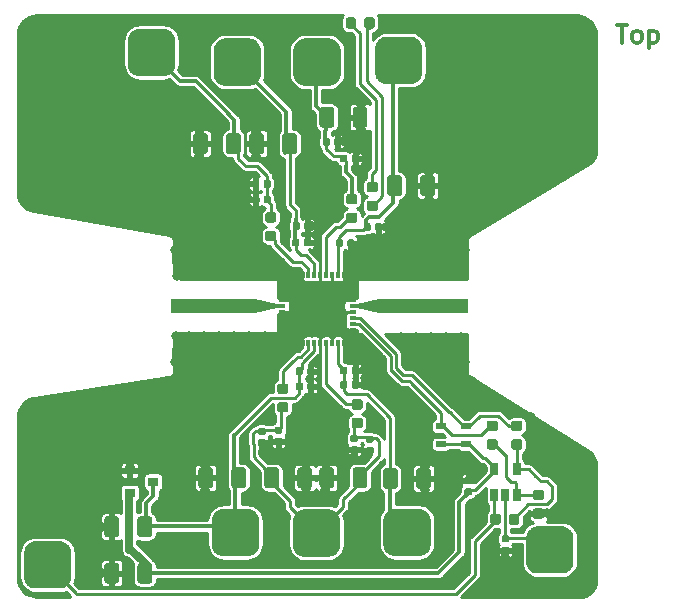
<source format=gtl>
G04 #@! TF.GenerationSoftware,KiCad,Pcbnew,(5.1.5)-3*
G04 #@! TF.CreationDate,2020-01-04T12:29:47-06:00*
G04 #@! TF.ProjectId,HMC1121_4W_6CM,484d4331-3132-4315-9f34-575f36434d2e,rev?*
G04 #@! TF.SameCoordinates,Original*
G04 #@! TF.FileFunction,Copper,L1,Top*
G04 #@! TF.FilePolarity,Positive*
%FSLAX46Y46*%
G04 Gerber Fmt 4.6, Leading zero omitted, Abs format (unit mm)*
G04 Created by KiCad (PCBNEW (5.1.5)-3) date 2020-01-04 12:29:47*
%MOMM*%
%LPD*%
G04 APERTURE LIST*
%ADD10C,0.300000*%
%ADD11R,0.650000X1.060000*%
%ADD12R,0.900000X0.800000*%
%ADD13C,0.150000*%
%ADD14R,4.749800X4.749800*%
%ADD15R,0.551180X0.299720*%
%ADD16R,0.299720X0.551180*%
%ADD17R,2.350000X1.143000*%
%ADD18R,4.900000X1.600000*%
%ADD19C,3.800000*%
%ADD20R,0.305000X0.305000*%
%ADD21R,0.900000X0.500000*%
%ADD22C,0.800000*%
%ADD23C,0.711200*%
%ADD24C,0.250000*%
%ADD25C,0.304800*%
%ADD26C,1.143000*%
%ADD27C,0.635000*%
%ADD28C,0.254000*%
G04 APERTURE END LIST*
D10*
X181214285Y-71178571D02*
X182071428Y-71178571D01*
X181642857Y-72678571D02*
X181642857Y-71178571D01*
X182785714Y-72678571D02*
X182642857Y-72607142D01*
X182571428Y-72535714D01*
X182500000Y-72392857D01*
X182500000Y-71964285D01*
X182571428Y-71821428D01*
X182642857Y-71750000D01*
X182785714Y-71678571D01*
X183000000Y-71678571D01*
X183142857Y-71750000D01*
X183214285Y-71821428D01*
X183285714Y-71964285D01*
X183285714Y-72392857D01*
X183214285Y-72535714D01*
X183142857Y-72607142D01*
X183000000Y-72678571D01*
X182785714Y-72678571D01*
X183928571Y-71678571D02*
X183928571Y-73178571D01*
X183928571Y-71750000D02*
X184071428Y-71678571D01*
X184357142Y-71678571D01*
X184500000Y-71750000D01*
X184571428Y-71821428D01*
X184642857Y-71964285D01*
X184642857Y-72392857D01*
X184571428Y-72535714D01*
X184500000Y-72607142D01*
X184357142Y-72678571D01*
X184071428Y-72678571D01*
X183928571Y-72607142D01*
D11*
X170804800Y-108780400D03*
X172704800Y-108780400D03*
X172704800Y-110980400D03*
X171754800Y-110980400D03*
X170804800Y-110980400D03*
D12*
X141944600Y-109855000D03*
X139944600Y-110805000D03*
X139944600Y-108905000D03*
G04 #@! TA.AperFunction,SMDPad,CuDef*
D13*
G36*
X158913891Y-70544453D02*
G01*
X158935126Y-70547603D01*
X158955950Y-70552819D01*
X158976162Y-70560051D01*
X158995568Y-70569230D01*
X159013981Y-70580266D01*
X159031224Y-70593054D01*
X159047130Y-70607470D01*
X159061546Y-70623376D01*
X159074334Y-70640619D01*
X159085370Y-70659032D01*
X159094549Y-70678438D01*
X159101781Y-70698650D01*
X159106997Y-70719474D01*
X159110147Y-70740709D01*
X159111200Y-70762150D01*
X159111200Y-71274650D01*
X159110147Y-71296091D01*
X159106997Y-71317326D01*
X159101781Y-71338150D01*
X159094549Y-71358362D01*
X159085370Y-71377768D01*
X159074334Y-71396181D01*
X159061546Y-71413424D01*
X159047130Y-71429330D01*
X159031224Y-71443746D01*
X159013981Y-71456534D01*
X158995568Y-71467570D01*
X158976162Y-71476749D01*
X158955950Y-71483981D01*
X158935126Y-71489197D01*
X158913891Y-71492347D01*
X158892450Y-71493400D01*
X158454950Y-71493400D01*
X158433509Y-71492347D01*
X158412274Y-71489197D01*
X158391450Y-71483981D01*
X158371238Y-71476749D01*
X158351832Y-71467570D01*
X158333419Y-71456534D01*
X158316176Y-71443746D01*
X158300270Y-71429330D01*
X158285854Y-71413424D01*
X158273066Y-71396181D01*
X158262030Y-71377768D01*
X158252851Y-71358362D01*
X158245619Y-71338150D01*
X158240403Y-71317326D01*
X158237253Y-71296091D01*
X158236200Y-71274650D01*
X158236200Y-70762150D01*
X158237253Y-70740709D01*
X158240403Y-70719474D01*
X158245619Y-70698650D01*
X158252851Y-70678438D01*
X158262030Y-70659032D01*
X158273066Y-70640619D01*
X158285854Y-70623376D01*
X158300270Y-70607470D01*
X158316176Y-70593054D01*
X158333419Y-70580266D01*
X158351832Y-70569230D01*
X158371238Y-70560051D01*
X158391450Y-70552819D01*
X158412274Y-70547603D01*
X158433509Y-70544453D01*
X158454950Y-70543400D01*
X158892450Y-70543400D01*
X158913891Y-70544453D01*
G37*
G04 #@! TD.AperFunction*
G04 #@! TA.AperFunction,SMDPad,CuDef*
G36*
X160488891Y-70544453D02*
G01*
X160510126Y-70547603D01*
X160530950Y-70552819D01*
X160551162Y-70560051D01*
X160570568Y-70569230D01*
X160588981Y-70580266D01*
X160606224Y-70593054D01*
X160622130Y-70607470D01*
X160636546Y-70623376D01*
X160649334Y-70640619D01*
X160660370Y-70659032D01*
X160669549Y-70678438D01*
X160676781Y-70698650D01*
X160681997Y-70719474D01*
X160685147Y-70740709D01*
X160686200Y-70762150D01*
X160686200Y-71274650D01*
X160685147Y-71296091D01*
X160681997Y-71317326D01*
X160676781Y-71338150D01*
X160669549Y-71358362D01*
X160660370Y-71377768D01*
X160649334Y-71396181D01*
X160636546Y-71413424D01*
X160622130Y-71429330D01*
X160606224Y-71443746D01*
X160588981Y-71456534D01*
X160570568Y-71467570D01*
X160551162Y-71476749D01*
X160530950Y-71483981D01*
X160510126Y-71489197D01*
X160488891Y-71492347D01*
X160467450Y-71493400D01*
X160029950Y-71493400D01*
X160008509Y-71492347D01*
X159987274Y-71489197D01*
X159966450Y-71483981D01*
X159946238Y-71476749D01*
X159926832Y-71467570D01*
X159908419Y-71456534D01*
X159891176Y-71443746D01*
X159875270Y-71429330D01*
X159860854Y-71413424D01*
X159848066Y-71396181D01*
X159837030Y-71377768D01*
X159827851Y-71358362D01*
X159820619Y-71338150D01*
X159815403Y-71317326D01*
X159812253Y-71296091D01*
X159811200Y-71274650D01*
X159811200Y-70762150D01*
X159812253Y-70740709D01*
X159815403Y-70719474D01*
X159820619Y-70698650D01*
X159827851Y-70678438D01*
X159837030Y-70659032D01*
X159848066Y-70640619D01*
X159860854Y-70623376D01*
X159875270Y-70607470D01*
X159891176Y-70593054D01*
X159908419Y-70580266D01*
X159926832Y-70569230D01*
X159946238Y-70560051D01*
X159966450Y-70552819D01*
X159987274Y-70547603D01*
X160008509Y-70544453D01*
X160029950Y-70543400D01*
X160467450Y-70543400D01*
X160488891Y-70544453D01*
G37*
G04 #@! TD.AperFunction*
G04 #@! TA.AperFunction,SMDPad,CuDef*
G36*
X171152691Y-112556053D02*
G01*
X171173926Y-112559203D01*
X171194750Y-112564419D01*
X171214962Y-112571651D01*
X171234368Y-112580830D01*
X171252781Y-112591866D01*
X171270024Y-112604654D01*
X171285930Y-112619070D01*
X171300346Y-112634976D01*
X171313134Y-112652219D01*
X171324170Y-112670632D01*
X171333349Y-112690038D01*
X171340581Y-112710250D01*
X171345797Y-112731074D01*
X171348947Y-112752309D01*
X171350000Y-112773750D01*
X171350000Y-113286250D01*
X171348947Y-113307691D01*
X171345797Y-113328926D01*
X171340581Y-113349750D01*
X171333349Y-113369962D01*
X171324170Y-113389368D01*
X171313134Y-113407781D01*
X171300346Y-113425024D01*
X171285930Y-113440930D01*
X171270024Y-113455346D01*
X171252781Y-113468134D01*
X171234368Y-113479170D01*
X171214962Y-113488349D01*
X171194750Y-113495581D01*
X171173926Y-113500797D01*
X171152691Y-113503947D01*
X171131250Y-113505000D01*
X170693750Y-113505000D01*
X170672309Y-113503947D01*
X170651074Y-113500797D01*
X170630250Y-113495581D01*
X170610038Y-113488349D01*
X170590632Y-113479170D01*
X170572219Y-113468134D01*
X170554976Y-113455346D01*
X170539070Y-113440930D01*
X170524654Y-113425024D01*
X170511866Y-113407781D01*
X170500830Y-113389368D01*
X170491651Y-113369962D01*
X170484419Y-113349750D01*
X170479203Y-113328926D01*
X170476053Y-113307691D01*
X170475000Y-113286250D01*
X170475000Y-112773750D01*
X170476053Y-112752309D01*
X170479203Y-112731074D01*
X170484419Y-112710250D01*
X170491651Y-112690038D01*
X170500830Y-112670632D01*
X170511866Y-112652219D01*
X170524654Y-112634976D01*
X170539070Y-112619070D01*
X170554976Y-112604654D01*
X170572219Y-112591866D01*
X170590632Y-112580830D01*
X170610038Y-112571651D01*
X170630250Y-112564419D01*
X170651074Y-112559203D01*
X170672309Y-112556053D01*
X170693750Y-112555000D01*
X171131250Y-112555000D01*
X171152691Y-112556053D01*
G37*
G04 #@! TD.AperFunction*
G04 #@! TA.AperFunction,SMDPad,CuDef*
G36*
X172727691Y-112556053D02*
G01*
X172748926Y-112559203D01*
X172769750Y-112564419D01*
X172789962Y-112571651D01*
X172809368Y-112580830D01*
X172827781Y-112591866D01*
X172845024Y-112604654D01*
X172860930Y-112619070D01*
X172875346Y-112634976D01*
X172888134Y-112652219D01*
X172899170Y-112670632D01*
X172908349Y-112690038D01*
X172915581Y-112710250D01*
X172920797Y-112731074D01*
X172923947Y-112752309D01*
X172925000Y-112773750D01*
X172925000Y-113286250D01*
X172923947Y-113307691D01*
X172920797Y-113328926D01*
X172915581Y-113349750D01*
X172908349Y-113369962D01*
X172899170Y-113389368D01*
X172888134Y-113407781D01*
X172875346Y-113425024D01*
X172860930Y-113440930D01*
X172845024Y-113455346D01*
X172827781Y-113468134D01*
X172809368Y-113479170D01*
X172789962Y-113488349D01*
X172769750Y-113495581D01*
X172748926Y-113500797D01*
X172727691Y-113503947D01*
X172706250Y-113505000D01*
X172268750Y-113505000D01*
X172247309Y-113503947D01*
X172226074Y-113500797D01*
X172205250Y-113495581D01*
X172185038Y-113488349D01*
X172165632Y-113479170D01*
X172147219Y-113468134D01*
X172129976Y-113455346D01*
X172114070Y-113440930D01*
X172099654Y-113425024D01*
X172086866Y-113407781D01*
X172075830Y-113389368D01*
X172066651Y-113369962D01*
X172059419Y-113349750D01*
X172054203Y-113328926D01*
X172051053Y-113307691D01*
X172050000Y-113286250D01*
X172050000Y-112773750D01*
X172051053Y-112752309D01*
X172054203Y-112731074D01*
X172059419Y-112710250D01*
X172066651Y-112690038D01*
X172075830Y-112670632D01*
X172086866Y-112652219D01*
X172099654Y-112634976D01*
X172114070Y-112619070D01*
X172129976Y-112604654D01*
X172147219Y-112591866D01*
X172165632Y-112580830D01*
X172185038Y-112571651D01*
X172205250Y-112564419D01*
X172226074Y-112559203D01*
X172247309Y-112556053D01*
X172268750Y-112555000D01*
X172706250Y-112555000D01*
X172727691Y-112556053D01*
G37*
G04 #@! TD.AperFunction*
G04 #@! TA.AperFunction,SMDPad,CuDef*
G36*
X174826491Y-112111053D02*
G01*
X174847726Y-112114203D01*
X174868550Y-112119419D01*
X174888762Y-112126651D01*
X174908168Y-112135830D01*
X174926581Y-112146866D01*
X174943824Y-112159654D01*
X174959730Y-112174070D01*
X174974146Y-112189976D01*
X174986934Y-112207219D01*
X174997970Y-112225632D01*
X175007149Y-112245038D01*
X175014381Y-112265250D01*
X175019597Y-112286074D01*
X175022747Y-112307309D01*
X175023800Y-112328750D01*
X175023800Y-112766250D01*
X175022747Y-112787691D01*
X175019597Y-112808926D01*
X175014381Y-112829750D01*
X175007149Y-112849962D01*
X174997970Y-112869368D01*
X174986934Y-112887781D01*
X174974146Y-112905024D01*
X174959730Y-112920930D01*
X174943824Y-112935346D01*
X174926581Y-112948134D01*
X174908168Y-112959170D01*
X174888762Y-112968349D01*
X174868550Y-112975581D01*
X174847726Y-112980797D01*
X174826491Y-112983947D01*
X174805050Y-112985000D01*
X174292550Y-112985000D01*
X174271109Y-112983947D01*
X174249874Y-112980797D01*
X174229050Y-112975581D01*
X174208838Y-112968349D01*
X174189432Y-112959170D01*
X174171019Y-112948134D01*
X174153776Y-112935346D01*
X174137870Y-112920930D01*
X174123454Y-112905024D01*
X174110666Y-112887781D01*
X174099630Y-112869368D01*
X174090451Y-112849962D01*
X174083219Y-112829750D01*
X174078003Y-112808926D01*
X174074853Y-112787691D01*
X174073800Y-112766250D01*
X174073800Y-112328750D01*
X174074853Y-112307309D01*
X174078003Y-112286074D01*
X174083219Y-112265250D01*
X174090451Y-112245038D01*
X174099630Y-112225632D01*
X174110666Y-112207219D01*
X174123454Y-112189976D01*
X174137870Y-112174070D01*
X174153776Y-112159654D01*
X174171019Y-112146866D01*
X174189432Y-112135830D01*
X174208838Y-112126651D01*
X174229050Y-112119419D01*
X174249874Y-112114203D01*
X174271109Y-112111053D01*
X174292550Y-112110000D01*
X174805050Y-112110000D01*
X174826491Y-112111053D01*
G37*
G04 #@! TD.AperFunction*
G04 #@! TA.AperFunction,SMDPad,CuDef*
G36*
X174826491Y-110536053D02*
G01*
X174847726Y-110539203D01*
X174868550Y-110544419D01*
X174888762Y-110551651D01*
X174908168Y-110560830D01*
X174926581Y-110571866D01*
X174943824Y-110584654D01*
X174959730Y-110599070D01*
X174974146Y-110614976D01*
X174986934Y-110632219D01*
X174997970Y-110650632D01*
X175007149Y-110670038D01*
X175014381Y-110690250D01*
X175019597Y-110711074D01*
X175022747Y-110732309D01*
X175023800Y-110753750D01*
X175023800Y-111191250D01*
X175022747Y-111212691D01*
X175019597Y-111233926D01*
X175014381Y-111254750D01*
X175007149Y-111274962D01*
X174997970Y-111294368D01*
X174986934Y-111312781D01*
X174974146Y-111330024D01*
X174959730Y-111345930D01*
X174943824Y-111360346D01*
X174926581Y-111373134D01*
X174908168Y-111384170D01*
X174888762Y-111393349D01*
X174868550Y-111400581D01*
X174847726Y-111405797D01*
X174826491Y-111408947D01*
X174805050Y-111410000D01*
X174292550Y-111410000D01*
X174271109Y-111408947D01*
X174249874Y-111405797D01*
X174229050Y-111400581D01*
X174208838Y-111393349D01*
X174189432Y-111384170D01*
X174171019Y-111373134D01*
X174153776Y-111360346D01*
X174137870Y-111345930D01*
X174123454Y-111330024D01*
X174110666Y-111312781D01*
X174099630Y-111294368D01*
X174090451Y-111274962D01*
X174083219Y-111254750D01*
X174078003Y-111233926D01*
X174074853Y-111212691D01*
X174073800Y-111191250D01*
X174073800Y-110753750D01*
X174074853Y-110732309D01*
X174078003Y-110711074D01*
X174083219Y-110690250D01*
X174090451Y-110670038D01*
X174099630Y-110650632D01*
X174110666Y-110632219D01*
X174123454Y-110614976D01*
X174137870Y-110599070D01*
X174153776Y-110584654D01*
X174171019Y-110571866D01*
X174189432Y-110560830D01*
X174208838Y-110551651D01*
X174229050Y-110544419D01*
X174249874Y-110539203D01*
X174271109Y-110536053D01*
X174292550Y-110535000D01*
X174805050Y-110535000D01*
X174826491Y-110536053D01*
G37*
G04 #@! TD.AperFunction*
G04 #@! TA.AperFunction,SMDPad,CuDef*
G36*
X170914891Y-104682053D02*
G01*
X170936126Y-104685203D01*
X170956950Y-104690419D01*
X170977162Y-104697651D01*
X170996568Y-104706830D01*
X171014981Y-104717866D01*
X171032224Y-104730654D01*
X171048130Y-104745070D01*
X171062546Y-104760976D01*
X171075334Y-104778219D01*
X171086370Y-104796632D01*
X171095549Y-104816038D01*
X171102781Y-104836250D01*
X171107997Y-104857074D01*
X171111147Y-104878309D01*
X171112200Y-104899750D01*
X171112200Y-105337250D01*
X171111147Y-105358691D01*
X171107997Y-105379926D01*
X171102781Y-105400750D01*
X171095549Y-105420962D01*
X171086370Y-105440368D01*
X171075334Y-105458781D01*
X171062546Y-105476024D01*
X171048130Y-105491930D01*
X171032224Y-105506346D01*
X171014981Y-105519134D01*
X170996568Y-105530170D01*
X170977162Y-105539349D01*
X170956950Y-105546581D01*
X170936126Y-105551797D01*
X170914891Y-105554947D01*
X170893450Y-105556000D01*
X170380950Y-105556000D01*
X170359509Y-105554947D01*
X170338274Y-105551797D01*
X170317450Y-105546581D01*
X170297238Y-105539349D01*
X170277832Y-105530170D01*
X170259419Y-105519134D01*
X170242176Y-105506346D01*
X170226270Y-105491930D01*
X170211854Y-105476024D01*
X170199066Y-105458781D01*
X170188030Y-105440368D01*
X170178851Y-105420962D01*
X170171619Y-105400750D01*
X170166403Y-105379926D01*
X170163253Y-105358691D01*
X170162200Y-105337250D01*
X170162200Y-104899750D01*
X170163253Y-104878309D01*
X170166403Y-104857074D01*
X170171619Y-104836250D01*
X170178851Y-104816038D01*
X170188030Y-104796632D01*
X170199066Y-104778219D01*
X170211854Y-104760976D01*
X170226270Y-104745070D01*
X170242176Y-104730654D01*
X170259419Y-104717866D01*
X170277832Y-104706830D01*
X170297238Y-104697651D01*
X170317450Y-104690419D01*
X170338274Y-104685203D01*
X170359509Y-104682053D01*
X170380950Y-104681000D01*
X170893450Y-104681000D01*
X170914891Y-104682053D01*
G37*
G04 #@! TD.AperFunction*
G04 #@! TA.AperFunction,SMDPad,CuDef*
G36*
X170914891Y-106257053D02*
G01*
X170936126Y-106260203D01*
X170956950Y-106265419D01*
X170977162Y-106272651D01*
X170996568Y-106281830D01*
X171014981Y-106292866D01*
X171032224Y-106305654D01*
X171048130Y-106320070D01*
X171062546Y-106335976D01*
X171075334Y-106353219D01*
X171086370Y-106371632D01*
X171095549Y-106391038D01*
X171102781Y-106411250D01*
X171107997Y-106432074D01*
X171111147Y-106453309D01*
X171112200Y-106474750D01*
X171112200Y-106912250D01*
X171111147Y-106933691D01*
X171107997Y-106954926D01*
X171102781Y-106975750D01*
X171095549Y-106995962D01*
X171086370Y-107015368D01*
X171075334Y-107033781D01*
X171062546Y-107051024D01*
X171048130Y-107066930D01*
X171032224Y-107081346D01*
X171014981Y-107094134D01*
X170996568Y-107105170D01*
X170977162Y-107114349D01*
X170956950Y-107121581D01*
X170936126Y-107126797D01*
X170914891Y-107129947D01*
X170893450Y-107131000D01*
X170380950Y-107131000D01*
X170359509Y-107129947D01*
X170338274Y-107126797D01*
X170317450Y-107121581D01*
X170297238Y-107114349D01*
X170277832Y-107105170D01*
X170259419Y-107094134D01*
X170242176Y-107081346D01*
X170226270Y-107066930D01*
X170211854Y-107051024D01*
X170199066Y-107033781D01*
X170188030Y-107015368D01*
X170178851Y-106995962D01*
X170171619Y-106975750D01*
X170166403Y-106954926D01*
X170163253Y-106933691D01*
X170162200Y-106912250D01*
X170162200Y-106474750D01*
X170163253Y-106453309D01*
X170166403Y-106432074D01*
X170171619Y-106411250D01*
X170178851Y-106391038D01*
X170188030Y-106371632D01*
X170199066Y-106353219D01*
X170211854Y-106335976D01*
X170226270Y-106320070D01*
X170242176Y-106305654D01*
X170259419Y-106292866D01*
X170277832Y-106281830D01*
X170297238Y-106272651D01*
X170317450Y-106265419D01*
X170338274Y-106260203D01*
X170359509Y-106257053D01*
X170380950Y-106256000D01*
X170893450Y-106256000D01*
X170914891Y-106257053D01*
G37*
G04 #@! TD.AperFunction*
G04 #@! TA.AperFunction,SMDPad,CuDef*
G36*
X172997691Y-104694053D02*
G01*
X173018926Y-104697203D01*
X173039750Y-104702419D01*
X173059962Y-104709651D01*
X173079368Y-104718830D01*
X173097781Y-104729866D01*
X173115024Y-104742654D01*
X173130930Y-104757070D01*
X173145346Y-104772976D01*
X173158134Y-104790219D01*
X173169170Y-104808632D01*
X173178349Y-104828038D01*
X173185581Y-104848250D01*
X173190797Y-104869074D01*
X173193947Y-104890309D01*
X173195000Y-104911750D01*
X173195000Y-105349250D01*
X173193947Y-105370691D01*
X173190797Y-105391926D01*
X173185581Y-105412750D01*
X173178349Y-105432962D01*
X173169170Y-105452368D01*
X173158134Y-105470781D01*
X173145346Y-105488024D01*
X173130930Y-105503930D01*
X173115024Y-105518346D01*
X173097781Y-105531134D01*
X173079368Y-105542170D01*
X173059962Y-105551349D01*
X173039750Y-105558581D01*
X173018926Y-105563797D01*
X172997691Y-105566947D01*
X172976250Y-105568000D01*
X172463750Y-105568000D01*
X172442309Y-105566947D01*
X172421074Y-105563797D01*
X172400250Y-105558581D01*
X172380038Y-105551349D01*
X172360632Y-105542170D01*
X172342219Y-105531134D01*
X172324976Y-105518346D01*
X172309070Y-105503930D01*
X172294654Y-105488024D01*
X172281866Y-105470781D01*
X172270830Y-105452368D01*
X172261651Y-105432962D01*
X172254419Y-105412750D01*
X172249203Y-105391926D01*
X172246053Y-105370691D01*
X172245000Y-105349250D01*
X172245000Y-104911750D01*
X172246053Y-104890309D01*
X172249203Y-104869074D01*
X172254419Y-104848250D01*
X172261651Y-104828038D01*
X172270830Y-104808632D01*
X172281866Y-104790219D01*
X172294654Y-104772976D01*
X172309070Y-104757070D01*
X172324976Y-104742654D01*
X172342219Y-104729866D01*
X172360632Y-104718830D01*
X172380038Y-104709651D01*
X172400250Y-104702419D01*
X172421074Y-104697203D01*
X172442309Y-104694053D01*
X172463750Y-104693000D01*
X172976250Y-104693000D01*
X172997691Y-104694053D01*
G37*
G04 #@! TD.AperFunction*
G04 #@! TA.AperFunction,SMDPad,CuDef*
G36*
X172997691Y-106269053D02*
G01*
X173018926Y-106272203D01*
X173039750Y-106277419D01*
X173059962Y-106284651D01*
X173079368Y-106293830D01*
X173097781Y-106304866D01*
X173115024Y-106317654D01*
X173130930Y-106332070D01*
X173145346Y-106347976D01*
X173158134Y-106365219D01*
X173169170Y-106383632D01*
X173178349Y-106403038D01*
X173185581Y-106423250D01*
X173190797Y-106444074D01*
X173193947Y-106465309D01*
X173195000Y-106486750D01*
X173195000Y-106924250D01*
X173193947Y-106945691D01*
X173190797Y-106966926D01*
X173185581Y-106987750D01*
X173178349Y-107007962D01*
X173169170Y-107027368D01*
X173158134Y-107045781D01*
X173145346Y-107063024D01*
X173130930Y-107078930D01*
X173115024Y-107093346D01*
X173097781Y-107106134D01*
X173079368Y-107117170D01*
X173059962Y-107126349D01*
X173039750Y-107133581D01*
X173018926Y-107138797D01*
X172997691Y-107141947D01*
X172976250Y-107143000D01*
X172463750Y-107143000D01*
X172442309Y-107141947D01*
X172421074Y-107138797D01*
X172400250Y-107133581D01*
X172380038Y-107126349D01*
X172360632Y-107117170D01*
X172342219Y-107106134D01*
X172324976Y-107093346D01*
X172309070Y-107078930D01*
X172294654Y-107063024D01*
X172281866Y-107045781D01*
X172270830Y-107027368D01*
X172261651Y-107007962D01*
X172254419Y-106987750D01*
X172249203Y-106966926D01*
X172246053Y-106945691D01*
X172245000Y-106924250D01*
X172245000Y-106486750D01*
X172246053Y-106465309D01*
X172249203Y-106444074D01*
X172254419Y-106423250D01*
X172261651Y-106403038D01*
X172270830Y-106383632D01*
X172281866Y-106365219D01*
X172294654Y-106347976D01*
X172309070Y-106332070D01*
X172324976Y-106317654D01*
X172342219Y-106304866D01*
X172360632Y-106293830D01*
X172380038Y-106284651D01*
X172400250Y-106277419D01*
X172421074Y-106272203D01*
X172442309Y-106269053D01*
X172463750Y-106268000D01*
X172976250Y-106268000D01*
X172997691Y-106269053D01*
G37*
G04 #@! TD.AperFunction*
G04 #@! TA.AperFunction,SMDPad,CuDef*
G36*
X152739358Y-106159510D02*
G01*
X152753676Y-106161634D01*
X152767717Y-106165151D01*
X152781346Y-106170028D01*
X152794431Y-106176217D01*
X152806847Y-106183658D01*
X152818473Y-106192281D01*
X152829198Y-106202002D01*
X152838919Y-106212727D01*
X152847542Y-106224353D01*
X152854983Y-106236769D01*
X152861172Y-106249854D01*
X152866049Y-106263483D01*
X152869566Y-106277524D01*
X152871690Y-106291842D01*
X152872400Y-106306300D01*
X152872400Y-106601300D01*
X152871690Y-106615758D01*
X152869566Y-106630076D01*
X152866049Y-106644117D01*
X152861172Y-106657746D01*
X152854983Y-106670831D01*
X152847542Y-106683247D01*
X152838919Y-106694873D01*
X152829198Y-106705598D01*
X152818473Y-106715319D01*
X152806847Y-106723942D01*
X152794431Y-106731383D01*
X152781346Y-106737572D01*
X152767717Y-106742449D01*
X152753676Y-106745966D01*
X152739358Y-106748090D01*
X152724900Y-106748800D01*
X152379900Y-106748800D01*
X152365442Y-106748090D01*
X152351124Y-106745966D01*
X152337083Y-106742449D01*
X152323454Y-106737572D01*
X152310369Y-106731383D01*
X152297953Y-106723942D01*
X152286327Y-106715319D01*
X152275602Y-106705598D01*
X152265881Y-106694873D01*
X152257258Y-106683247D01*
X152249817Y-106670831D01*
X152243628Y-106657746D01*
X152238751Y-106644117D01*
X152235234Y-106630076D01*
X152233110Y-106615758D01*
X152232400Y-106601300D01*
X152232400Y-106306300D01*
X152233110Y-106291842D01*
X152235234Y-106277524D01*
X152238751Y-106263483D01*
X152243628Y-106249854D01*
X152249817Y-106236769D01*
X152257258Y-106224353D01*
X152265881Y-106212727D01*
X152275602Y-106202002D01*
X152286327Y-106192281D01*
X152297953Y-106183658D01*
X152310369Y-106176217D01*
X152323454Y-106170028D01*
X152337083Y-106165151D01*
X152351124Y-106161634D01*
X152365442Y-106159510D01*
X152379900Y-106158800D01*
X152724900Y-106158800D01*
X152739358Y-106159510D01*
G37*
G04 #@! TD.AperFunction*
G04 #@! TA.AperFunction,SMDPad,CuDef*
G36*
X152739358Y-105189510D02*
G01*
X152753676Y-105191634D01*
X152767717Y-105195151D01*
X152781346Y-105200028D01*
X152794431Y-105206217D01*
X152806847Y-105213658D01*
X152818473Y-105222281D01*
X152829198Y-105232002D01*
X152838919Y-105242727D01*
X152847542Y-105254353D01*
X152854983Y-105266769D01*
X152861172Y-105279854D01*
X152866049Y-105293483D01*
X152869566Y-105307524D01*
X152871690Y-105321842D01*
X152872400Y-105336300D01*
X152872400Y-105631300D01*
X152871690Y-105645758D01*
X152869566Y-105660076D01*
X152866049Y-105674117D01*
X152861172Y-105687746D01*
X152854983Y-105700831D01*
X152847542Y-105713247D01*
X152838919Y-105724873D01*
X152829198Y-105735598D01*
X152818473Y-105745319D01*
X152806847Y-105753942D01*
X152794431Y-105761383D01*
X152781346Y-105767572D01*
X152767717Y-105772449D01*
X152753676Y-105775966D01*
X152739358Y-105778090D01*
X152724900Y-105778800D01*
X152379900Y-105778800D01*
X152365442Y-105778090D01*
X152351124Y-105775966D01*
X152337083Y-105772449D01*
X152323454Y-105767572D01*
X152310369Y-105761383D01*
X152297953Y-105753942D01*
X152286327Y-105745319D01*
X152275602Y-105735598D01*
X152265881Y-105724873D01*
X152257258Y-105713247D01*
X152249817Y-105700831D01*
X152243628Y-105687746D01*
X152238751Y-105674117D01*
X152235234Y-105660076D01*
X152233110Y-105645758D01*
X152232400Y-105631300D01*
X152232400Y-105336300D01*
X152233110Y-105321842D01*
X152235234Y-105307524D01*
X152238751Y-105293483D01*
X152243628Y-105279854D01*
X152249817Y-105266769D01*
X152257258Y-105254353D01*
X152265881Y-105242727D01*
X152275602Y-105232002D01*
X152286327Y-105222281D01*
X152297953Y-105213658D01*
X152310369Y-105206217D01*
X152323454Y-105200028D01*
X152337083Y-105195151D01*
X152351124Y-105191634D01*
X152365442Y-105189510D01*
X152379900Y-105188800D01*
X152724900Y-105188800D01*
X152739358Y-105189510D01*
G37*
G04 #@! TD.AperFunction*
G04 #@! TA.AperFunction,SMDPad,CuDef*
G36*
X159140158Y-106870710D02*
G01*
X159154476Y-106872834D01*
X159168517Y-106876351D01*
X159182146Y-106881228D01*
X159195231Y-106887417D01*
X159207647Y-106894858D01*
X159219273Y-106903481D01*
X159229998Y-106913202D01*
X159239719Y-106923927D01*
X159248342Y-106935553D01*
X159255783Y-106947969D01*
X159261972Y-106961054D01*
X159266849Y-106974683D01*
X159270366Y-106988724D01*
X159272490Y-107003042D01*
X159273200Y-107017500D01*
X159273200Y-107312500D01*
X159272490Y-107326958D01*
X159270366Y-107341276D01*
X159266849Y-107355317D01*
X159261972Y-107368946D01*
X159255783Y-107382031D01*
X159248342Y-107394447D01*
X159239719Y-107406073D01*
X159229998Y-107416798D01*
X159219273Y-107426519D01*
X159207647Y-107435142D01*
X159195231Y-107442583D01*
X159182146Y-107448772D01*
X159168517Y-107453649D01*
X159154476Y-107457166D01*
X159140158Y-107459290D01*
X159125700Y-107460000D01*
X158780700Y-107460000D01*
X158766242Y-107459290D01*
X158751924Y-107457166D01*
X158737883Y-107453649D01*
X158724254Y-107448772D01*
X158711169Y-107442583D01*
X158698753Y-107435142D01*
X158687127Y-107426519D01*
X158676402Y-107416798D01*
X158666681Y-107406073D01*
X158658058Y-107394447D01*
X158650617Y-107382031D01*
X158644428Y-107368946D01*
X158639551Y-107355317D01*
X158636034Y-107341276D01*
X158633910Y-107326958D01*
X158633200Y-107312500D01*
X158633200Y-107017500D01*
X158633910Y-107003042D01*
X158636034Y-106988724D01*
X158639551Y-106974683D01*
X158644428Y-106961054D01*
X158650617Y-106947969D01*
X158658058Y-106935553D01*
X158666681Y-106923927D01*
X158676402Y-106913202D01*
X158687127Y-106903481D01*
X158698753Y-106894858D01*
X158711169Y-106887417D01*
X158724254Y-106881228D01*
X158737883Y-106876351D01*
X158751924Y-106872834D01*
X158766242Y-106870710D01*
X158780700Y-106870000D01*
X159125700Y-106870000D01*
X159140158Y-106870710D01*
G37*
G04 #@! TD.AperFunction*
G04 #@! TA.AperFunction,SMDPad,CuDef*
G36*
X159140158Y-105900710D02*
G01*
X159154476Y-105902834D01*
X159168517Y-105906351D01*
X159182146Y-105911228D01*
X159195231Y-105917417D01*
X159207647Y-105924858D01*
X159219273Y-105933481D01*
X159229998Y-105943202D01*
X159239719Y-105953927D01*
X159248342Y-105965553D01*
X159255783Y-105977969D01*
X159261972Y-105991054D01*
X159266849Y-106004683D01*
X159270366Y-106018724D01*
X159272490Y-106033042D01*
X159273200Y-106047500D01*
X159273200Y-106342500D01*
X159272490Y-106356958D01*
X159270366Y-106371276D01*
X159266849Y-106385317D01*
X159261972Y-106398946D01*
X159255783Y-106412031D01*
X159248342Y-106424447D01*
X159239719Y-106436073D01*
X159229998Y-106446798D01*
X159219273Y-106456519D01*
X159207647Y-106465142D01*
X159195231Y-106472583D01*
X159182146Y-106478772D01*
X159168517Y-106483649D01*
X159154476Y-106487166D01*
X159140158Y-106489290D01*
X159125700Y-106490000D01*
X158780700Y-106490000D01*
X158766242Y-106489290D01*
X158751924Y-106487166D01*
X158737883Y-106483649D01*
X158724254Y-106478772D01*
X158711169Y-106472583D01*
X158698753Y-106465142D01*
X158687127Y-106456519D01*
X158676402Y-106446798D01*
X158666681Y-106436073D01*
X158658058Y-106424447D01*
X158650617Y-106412031D01*
X158644428Y-106398946D01*
X158639551Y-106385317D01*
X158636034Y-106371276D01*
X158633910Y-106356958D01*
X158633200Y-106342500D01*
X158633200Y-106047500D01*
X158633910Y-106033042D01*
X158636034Y-106018724D01*
X158639551Y-106004683D01*
X158644428Y-105991054D01*
X158650617Y-105977969D01*
X158658058Y-105965553D01*
X158666681Y-105953927D01*
X158676402Y-105943202D01*
X158687127Y-105933481D01*
X158698753Y-105924858D01*
X158711169Y-105917417D01*
X158724254Y-105911228D01*
X158737883Y-105906351D01*
X158751924Y-105902834D01*
X158766242Y-105900710D01*
X158780700Y-105900000D01*
X159125700Y-105900000D01*
X159140158Y-105900710D01*
G37*
G04 #@! TD.AperFunction*
G04 #@! TA.AperFunction,SMDPad,CuDef*
G36*
X159193758Y-82179910D02*
G01*
X159208076Y-82182034D01*
X159222117Y-82185551D01*
X159235746Y-82190428D01*
X159248831Y-82196617D01*
X159261247Y-82204058D01*
X159272873Y-82212681D01*
X159283598Y-82222402D01*
X159293319Y-82233127D01*
X159301942Y-82244753D01*
X159309383Y-82257169D01*
X159315572Y-82270254D01*
X159320449Y-82283883D01*
X159323966Y-82297924D01*
X159326090Y-82312242D01*
X159326800Y-82326700D01*
X159326800Y-82671700D01*
X159326090Y-82686158D01*
X159323966Y-82700476D01*
X159320449Y-82714517D01*
X159315572Y-82728146D01*
X159309383Y-82741231D01*
X159301942Y-82753647D01*
X159293319Y-82765273D01*
X159283598Y-82775998D01*
X159272873Y-82785719D01*
X159261247Y-82794342D01*
X159248831Y-82801783D01*
X159235746Y-82807972D01*
X159222117Y-82812849D01*
X159208076Y-82816366D01*
X159193758Y-82818490D01*
X159179300Y-82819200D01*
X158884300Y-82819200D01*
X158869842Y-82818490D01*
X158855524Y-82816366D01*
X158841483Y-82812849D01*
X158827854Y-82807972D01*
X158814769Y-82801783D01*
X158802353Y-82794342D01*
X158790727Y-82785719D01*
X158780002Y-82775998D01*
X158770281Y-82765273D01*
X158761658Y-82753647D01*
X158754217Y-82741231D01*
X158748028Y-82728146D01*
X158743151Y-82714517D01*
X158739634Y-82700476D01*
X158737510Y-82686158D01*
X158736800Y-82671700D01*
X158736800Y-82326700D01*
X158737510Y-82312242D01*
X158739634Y-82297924D01*
X158743151Y-82283883D01*
X158748028Y-82270254D01*
X158754217Y-82257169D01*
X158761658Y-82244753D01*
X158770281Y-82233127D01*
X158780002Y-82222402D01*
X158790727Y-82212681D01*
X158802353Y-82204058D01*
X158814769Y-82196617D01*
X158827854Y-82190428D01*
X158841483Y-82185551D01*
X158855524Y-82182034D01*
X158869842Y-82179910D01*
X158884300Y-82179200D01*
X159179300Y-82179200D01*
X159193758Y-82179910D01*
G37*
G04 #@! TD.AperFunction*
G04 #@! TA.AperFunction,SMDPad,CuDef*
G36*
X158223758Y-82179910D02*
G01*
X158238076Y-82182034D01*
X158252117Y-82185551D01*
X158265746Y-82190428D01*
X158278831Y-82196617D01*
X158291247Y-82204058D01*
X158302873Y-82212681D01*
X158313598Y-82222402D01*
X158323319Y-82233127D01*
X158331942Y-82244753D01*
X158339383Y-82257169D01*
X158345572Y-82270254D01*
X158350449Y-82283883D01*
X158353966Y-82297924D01*
X158356090Y-82312242D01*
X158356800Y-82326700D01*
X158356800Y-82671700D01*
X158356090Y-82686158D01*
X158353966Y-82700476D01*
X158350449Y-82714517D01*
X158345572Y-82728146D01*
X158339383Y-82741231D01*
X158331942Y-82753647D01*
X158323319Y-82765273D01*
X158313598Y-82775998D01*
X158302873Y-82785719D01*
X158291247Y-82794342D01*
X158278831Y-82801783D01*
X158265746Y-82807972D01*
X158252117Y-82812849D01*
X158238076Y-82816366D01*
X158223758Y-82818490D01*
X158209300Y-82819200D01*
X157914300Y-82819200D01*
X157899842Y-82818490D01*
X157885524Y-82816366D01*
X157871483Y-82812849D01*
X157857854Y-82807972D01*
X157844769Y-82801783D01*
X157832353Y-82794342D01*
X157820727Y-82785719D01*
X157810002Y-82775998D01*
X157800281Y-82765273D01*
X157791658Y-82753647D01*
X157784217Y-82741231D01*
X157778028Y-82728146D01*
X157773151Y-82714517D01*
X157769634Y-82700476D01*
X157767510Y-82686158D01*
X157766800Y-82671700D01*
X157766800Y-82326700D01*
X157767510Y-82312242D01*
X157769634Y-82297924D01*
X157773151Y-82283883D01*
X157778028Y-82270254D01*
X157784217Y-82257169D01*
X157791658Y-82244753D01*
X157800281Y-82233127D01*
X157810002Y-82222402D01*
X157820727Y-82212681D01*
X157832353Y-82204058D01*
X157844769Y-82196617D01*
X157857854Y-82190428D01*
X157871483Y-82185551D01*
X157885524Y-82182034D01*
X157899842Y-82179910D01*
X157914300Y-82179200D01*
X158209300Y-82179200D01*
X158223758Y-82179910D01*
G37*
G04 #@! TD.AperFunction*
G04 #@! TA.AperFunction,SMDPad,CuDef*
G36*
X150781658Y-85634310D02*
G01*
X150795976Y-85636434D01*
X150810017Y-85639951D01*
X150823646Y-85644828D01*
X150836731Y-85651017D01*
X150849147Y-85658458D01*
X150860773Y-85667081D01*
X150871498Y-85676802D01*
X150881219Y-85687527D01*
X150889842Y-85699153D01*
X150897283Y-85711569D01*
X150903472Y-85724654D01*
X150908349Y-85738283D01*
X150911866Y-85752324D01*
X150913990Y-85766642D01*
X150914700Y-85781100D01*
X150914700Y-86126100D01*
X150913990Y-86140558D01*
X150911866Y-86154876D01*
X150908349Y-86168917D01*
X150903472Y-86182546D01*
X150897283Y-86195631D01*
X150889842Y-86208047D01*
X150881219Y-86219673D01*
X150871498Y-86230398D01*
X150860773Y-86240119D01*
X150849147Y-86248742D01*
X150836731Y-86256183D01*
X150823646Y-86262372D01*
X150810017Y-86267249D01*
X150795976Y-86270766D01*
X150781658Y-86272890D01*
X150767200Y-86273600D01*
X150472200Y-86273600D01*
X150457742Y-86272890D01*
X150443424Y-86270766D01*
X150429383Y-86267249D01*
X150415754Y-86262372D01*
X150402669Y-86256183D01*
X150390253Y-86248742D01*
X150378627Y-86240119D01*
X150367902Y-86230398D01*
X150358181Y-86219673D01*
X150349558Y-86208047D01*
X150342117Y-86195631D01*
X150335928Y-86182546D01*
X150331051Y-86168917D01*
X150327534Y-86154876D01*
X150325410Y-86140558D01*
X150324700Y-86126100D01*
X150324700Y-85781100D01*
X150325410Y-85766642D01*
X150327534Y-85752324D01*
X150331051Y-85738283D01*
X150335928Y-85724654D01*
X150342117Y-85711569D01*
X150349558Y-85699153D01*
X150358181Y-85687527D01*
X150367902Y-85676802D01*
X150378627Y-85667081D01*
X150390253Y-85658458D01*
X150402669Y-85651017D01*
X150415754Y-85644828D01*
X150429383Y-85639951D01*
X150443424Y-85636434D01*
X150457742Y-85634310D01*
X150472200Y-85633600D01*
X150767200Y-85633600D01*
X150781658Y-85634310D01*
G37*
G04 #@! TD.AperFunction*
G04 #@! TA.AperFunction,SMDPad,CuDef*
G36*
X151751658Y-85634310D02*
G01*
X151765976Y-85636434D01*
X151780017Y-85639951D01*
X151793646Y-85644828D01*
X151806731Y-85651017D01*
X151819147Y-85658458D01*
X151830773Y-85667081D01*
X151841498Y-85676802D01*
X151851219Y-85687527D01*
X151859842Y-85699153D01*
X151867283Y-85711569D01*
X151873472Y-85724654D01*
X151878349Y-85738283D01*
X151881866Y-85752324D01*
X151883990Y-85766642D01*
X151884700Y-85781100D01*
X151884700Y-86126100D01*
X151883990Y-86140558D01*
X151881866Y-86154876D01*
X151878349Y-86168917D01*
X151873472Y-86182546D01*
X151867283Y-86195631D01*
X151859842Y-86208047D01*
X151851219Y-86219673D01*
X151841498Y-86230398D01*
X151830773Y-86240119D01*
X151819147Y-86248742D01*
X151806731Y-86256183D01*
X151793646Y-86262372D01*
X151780017Y-86267249D01*
X151765976Y-86270766D01*
X151751658Y-86272890D01*
X151737200Y-86273600D01*
X151442200Y-86273600D01*
X151427742Y-86272890D01*
X151413424Y-86270766D01*
X151399383Y-86267249D01*
X151385754Y-86262372D01*
X151372669Y-86256183D01*
X151360253Y-86248742D01*
X151348627Y-86240119D01*
X151337902Y-86230398D01*
X151328181Y-86219673D01*
X151319558Y-86208047D01*
X151312117Y-86195631D01*
X151305928Y-86182546D01*
X151301051Y-86168917D01*
X151297534Y-86154876D01*
X151295410Y-86140558D01*
X151294700Y-86126100D01*
X151294700Y-85781100D01*
X151295410Y-85766642D01*
X151297534Y-85752324D01*
X151301051Y-85738283D01*
X151305928Y-85724654D01*
X151312117Y-85711569D01*
X151319558Y-85699153D01*
X151328181Y-85687527D01*
X151337902Y-85676802D01*
X151348627Y-85667081D01*
X151360253Y-85658458D01*
X151372669Y-85651017D01*
X151385754Y-85644828D01*
X151399383Y-85639951D01*
X151413424Y-85636434D01*
X151427742Y-85634310D01*
X151442200Y-85633600D01*
X151737200Y-85633600D01*
X151751658Y-85634310D01*
G37*
G04 #@! TD.AperFunction*
G04 #@! TA.AperFunction,SMDPad,CuDef*
G36*
X155129758Y-89291910D02*
G01*
X155144076Y-89294034D01*
X155158117Y-89297551D01*
X155171746Y-89302428D01*
X155184831Y-89308617D01*
X155197247Y-89316058D01*
X155208873Y-89324681D01*
X155219598Y-89334402D01*
X155229319Y-89345127D01*
X155237942Y-89356753D01*
X155245383Y-89369169D01*
X155251572Y-89382254D01*
X155256449Y-89395883D01*
X155259966Y-89409924D01*
X155262090Y-89424242D01*
X155262800Y-89438700D01*
X155262800Y-89783700D01*
X155262090Y-89798158D01*
X155259966Y-89812476D01*
X155256449Y-89826517D01*
X155251572Y-89840146D01*
X155245383Y-89853231D01*
X155237942Y-89865647D01*
X155229319Y-89877273D01*
X155219598Y-89887998D01*
X155208873Y-89897719D01*
X155197247Y-89906342D01*
X155184831Y-89913783D01*
X155171746Y-89919972D01*
X155158117Y-89924849D01*
X155144076Y-89928366D01*
X155129758Y-89930490D01*
X155115300Y-89931200D01*
X154820300Y-89931200D01*
X154805842Y-89930490D01*
X154791524Y-89928366D01*
X154777483Y-89924849D01*
X154763854Y-89919972D01*
X154750769Y-89913783D01*
X154738353Y-89906342D01*
X154726727Y-89897719D01*
X154716002Y-89887998D01*
X154706281Y-89877273D01*
X154697658Y-89865647D01*
X154690217Y-89853231D01*
X154684028Y-89840146D01*
X154679151Y-89826517D01*
X154675634Y-89812476D01*
X154673510Y-89798158D01*
X154672800Y-89783700D01*
X154672800Y-89438700D01*
X154673510Y-89424242D01*
X154675634Y-89409924D01*
X154679151Y-89395883D01*
X154684028Y-89382254D01*
X154690217Y-89369169D01*
X154697658Y-89356753D01*
X154706281Y-89345127D01*
X154716002Y-89334402D01*
X154726727Y-89324681D01*
X154738353Y-89316058D01*
X154750769Y-89308617D01*
X154763854Y-89302428D01*
X154777483Y-89297551D01*
X154791524Y-89294034D01*
X154805842Y-89291910D01*
X154820300Y-89291200D01*
X155115300Y-89291200D01*
X155129758Y-89291910D01*
G37*
G04 #@! TD.AperFunction*
G04 #@! TA.AperFunction,SMDPad,CuDef*
G36*
X154159758Y-89291910D02*
G01*
X154174076Y-89294034D01*
X154188117Y-89297551D01*
X154201746Y-89302428D01*
X154214831Y-89308617D01*
X154227247Y-89316058D01*
X154238873Y-89324681D01*
X154249598Y-89334402D01*
X154259319Y-89345127D01*
X154267942Y-89356753D01*
X154275383Y-89369169D01*
X154281572Y-89382254D01*
X154286449Y-89395883D01*
X154289966Y-89409924D01*
X154292090Y-89424242D01*
X154292800Y-89438700D01*
X154292800Y-89783700D01*
X154292090Y-89798158D01*
X154289966Y-89812476D01*
X154286449Y-89826517D01*
X154281572Y-89840146D01*
X154275383Y-89853231D01*
X154267942Y-89865647D01*
X154259319Y-89877273D01*
X154249598Y-89887998D01*
X154238873Y-89897719D01*
X154227247Y-89906342D01*
X154214831Y-89913783D01*
X154201746Y-89919972D01*
X154188117Y-89924849D01*
X154174076Y-89928366D01*
X154159758Y-89930490D01*
X154145300Y-89931200D01*
X153850300Y-89931200D01*
X153835842Y-89930490D01*
X153821524Y-89928366D01*
X153807483Y-89924849D01*
X153793854Y-89919972D01*
X153780769Y-89913783D01*
X153768353Y-89906342D01*
X153756727Y-89897719D01*
X153746002Y-89887998D01*
X153736281Y-89877273D01*
X153727658Y-89865647D01*
X153720217Y-89853231D01*
X153714028Y-89840146D01*
X153709151Y-89826517D01*
X153705634Y-89812476D01*
X153703510Y-89798158D01*
X153702800Y-89783700D01*
X153702800Y-89438700D01*
X153703510Y-89424242D01*
X153705634Y-89409924D01*
X153709151Y-89395883D01*
X153714028Y-89382254D01*
X153720217Y-89369169D01*
X153727658Y-89356753D01*
X153736281Y-89345127D01*
X153746002Y-89334402D01*
X153756727Y-89324681D01*
X153768353Y-89316058D01*
X153780769Y-89308617D01*
X153793854Y-89302428D01*
X153807483Y-89297551D01*
X153821524Y-89294034D01*
X153835842Y-89291910D01*
X153850300Y-89291200D01*
X154145300Y-89291200D01*
X154159758Y-89291910D01*
G37*
G04 #@! TD.AperFunction*
G04 #@! TA.AperFunction,SMDPad,CuDef*
G36*
X158838158Y-89342710D02*
G01*
X158852476Y-89344834D01*
X158866517Y-89348351D01*
X158880146Y-89353228D01*
X158893231Y-89359417D01*
X158905647Y-89366858D01*
X158917273Y-89375481D01*
X158927998Y-89385202D01*
X158937719Y-89395927D01*
X158946342Y-89407553D01*
X158953783Y-89419969D01*
X158959972Y-89433054D01*
X158964849Y-89446683D01*
X158968366Y-89460724D01*
X158970490Y-89475042D01*
X158971200Y-89489500D01*
X158971200Y-89834500D01*
X158970490Y-89848958D01*
X158968366Y-89863276D01*
X158964849Y-89877317D01*
X158959972Y-89890946D01*
X158953783Y-89904031D01*
X158946342Y-89916447D01*
X158937719Y-89928073D01*
X158927998Y-89938798D01*
X158917273Y-89948519D01*
X158905647Y-89957142D01*
X158893231Y-89964583D01*
X158880146Y-89970772D01*
X158866517Y-89975649D01*
X158852476Y-89979166D01*
X158838158Y-89981290D01*
X158823700Y-89982000D01*
X158528700Y-89982000D01*
X158514242Y-89981290D01*
X158499924Y-89979166D01*
X158485883Y-89975649D01*
X158472254Y-89970772D01*
X158459169Y-89964583D01*
X158446753Y-89957142D01*
X158435127Y-89948519D01*
X158424402Y-89938798D01*
X158414681Y-89928073D01*
X158406058Y-89916447D01*
X158398617Y-89904031D01*
X158392428Y-89890946D01*
X158387551Y-89877317D01*
X158384034Y-89863276D01*
X158381910Y-89848958D01*
X158381200Y-89834500D01*
X158381200Y-89489500D01*
X158381910Y-89475042D01*
X158384034Y-89460724D01*
X158387551Y-89446683D01*
X158392428Y-89433054D01*
X158398617Y-89419969D01*
X158406058Y-89407553D01*
X158414681Y-89395927D01*
X158424402Y-89385202D01*
X158435127Y-89375481D01*
X158446753Y-89366858D01*
X158459169Y-89359417D01*
X158472254Y-89353228D01*
X158485883Y-89348351D01*
X158499924Y-89344834D01*
X158514242Y-89342710D01*
X158528700Y-89342000D01*
X158823700Y-89342000D01*
X158838158Y-89342710D01*
G37*
G04 #@! TD.AperFunction*
G04 #@! TA.AperFunction,SMDPad,CuDef*
G36*
X157868158Y-89342710D02*
G01*
X157882476Y-89344834D01*
X157896517Y-89348351D01*
X157910146Y-89353228D01*
X157923231Y-89359417D01*
X157935647Y-89366858D01*
X157947273Y-89375481D01*
X157957998Y-89385202D01*
X157967719Y-89395927D01*
X157976342Y-89407553D01*
X157983783Y-89419969D01*
X157989972Y-89433054D01*
X157994849Y-89446683D01*
X157998366Y-89460724D01*
X158000490Y-89475042D01*
X158001200Y-89489500D01*
X158001200Y-89834500D01*
X158000490Y-89848958D01*
X157998366Y-89863276D01*
X157994849Y-89877317D01*
X157989972Y-89890946D01*
X157983783Y-89904031D01*
X157976342Y-89916447D01*
X157967719Y-89928073D01*
X157957998Y-89938798D01*
X157947273Y-89948519D01*
X157935647Y-89957142D01*
X157923231Y-89964583D01*
X157910146Y-89970772D01*
X157896517Y-89975649D01*
X157882476Y-89979166D01*
X157868158Y-89981290D01*
X157853700Y-89982000D01*
X157558700Y-89982000D01*
X157544242Y-89981290D01*
X157529924Y-89979166D01*
X157515883Y-89975649D01*
X157502254Y-89970772D01*
X157489169Y-89964583D01*
X157476753Y-89957142D01*
X157465127Y-89948519D01*
X157454402Y-89938798D01*
X157444681Y-89928073D01*
X157436058Y-89916447D01*
X157428617Y-89904031D01*
X157422428Y-89890946D01*
X157417551Y-89877317D01*
X157414034Y-89863276D01*
X157411910Y-89848958D01*
X157411200Y-89834500D01*
X157411200Y-89489500D01*
X157411910Y-89475042D01*
X157414034Y-89460724D01*
X157417551Y-89446683D01*
X157422428Y-89433054D01*
X157428617Y-89419969D01*
X157436058Y-89407553D01*
X157444681Y-89395927D01*
X157454402Y-89385202D01*
X157465127Y-89375481D01*
X157476753Y-89366858D01*
X157489169Y-89359417D01*
X157502254Y-89353228D01*
X157515883Y-89348351D01*
X157529924Y-89344834D01*
X157544242Y-89342710D01*
X157558700Y-89342000D01*
X157853700Y-89342000D01*
X157868158Y-89342710D01*
G37*
G04 #@! TD.AperFunction*
G04 #@! TA.AperFunction,SMDPad,CuDef*
G36*
X159193758Y-100112310D02*
G01*
X159208076Y-100114434D01*
X159222117Y-100117951D01*
X159235746Y-100122828D01*
X159248831Y-100129017D01*
X159261247Y-100136458D01*
X159272873Y-100145081D01*
X159283598Y-100154802D01*
X159293319Y-100165527D01*
X159301942Y-100177153D01*
X159309383Y-100189569D01*
X159315572Y-100202654D01*
X159320449Y-100216283D01*
X159323966Y-100230324D01*
X159326090Y-100244642D01*
X159326800Y-100259100D01*
X159326800Y-100604100D01*
X159326090Y-100618558D01*
X159323966Y-100632876D01*
X159320449Y-100646917D01*
X159315572Y-100660546D01*
X159309383Y-100673631D01*
X159301942Y-100686047D01*
X159293319Y-100697673D01*
X159283598Y-100708398D01*
X159272873Y-100718119D01*
X159261247Y-100726742D01*
X159248831Y-100734183D01*
X159235746Y-100740372D01*
X159222117Y-100745249D01*
X159208076Y-100748766D01*
X159193758Y-100750890D01*
X159179300Y-100751600D01*
X158884300Y-100751600D01*
X158869842Y-100750890D01*
X158855524Y-100748766D01*
X158841483Y-100745249D01*
X158827854Y-100740372D01*
X158814769Y-100734183D01*
X158802353Y-100726742D01*
X158790727Y-100718119D01*
X158780002Y-100708398D01*
X158770281Y-100697673D01*
X158761658Y-100686047D01*
X158754217Y-100673631D01*
X158748028Y-100660546D01*
X158743151Y-100646917D01*
X158739634Y-100632876D01*
X158737510Y-100618558D01*
X158736800Y-100604100D01*
X158736800Y-100259100D01*
X158737510Y-100244642D01*
X158739634Y-100230324D01*
X158743151Y-100216283D01*
X158748028Y-100202654D01*
X158754217Y-100189569D01*
X158761658Y-100177153D01*
X158770281Y-100165527D01*
X158780002Y-100154802D01*
X158790727Y-100145081D01*
X158802353Y-100136458D01*
X158814769Y-100129017D01*
X158827854Y-100122828D01*
X158841483Y-100117951D01*
X158855524Y-100114434D01*
X158869842Y-100112310D01*
X158884300Y-100111600D01*
X159179300Y-100111600D01*
X159193758Y-100112310D01*
G37*
G04 #@! TD.AperFunction*
G04 #@! TA.AperFunction,SMDPad,CuDef*
G36*
X158223758Y-100112310D02*
G01*
X158238076Y-100114434D01*
X158252117Y-100117951D01*
X158265746Y-100122828D01*
X158278831Y-100129017D01*
X158291247Y-100136458D01*
X158302873Y-100145081D01*
X158313598Y-100154802D01*
X158323319Y-100165527D01*
X158331942Y-100177153D01*
X158339383Y-100189569D01*
X158345572Y-100202654D01*
X158350449Y-100216283D01*
X158353966Y-100230324D01*
X158356090Y-100244642D01*
X158356800Y-100259100D01*
X158356800Y-100604100D01*
X158356090Y-100618558D01*
X158353966Y-100632876D01*
X158350449Y-100646917D01*
X158345572Y-100660546D01*
X158339383Y-100673631D01*
X158331942Y-100686047D01*
X158323319Y-100697673D01*
X158313598Y-100708398D01*
X158302873Y-100718119D01*
X158291247Y-100726742D01*
X158278831Y-100734183D01*
X158265746Y-100740372D01*
X158252117Y-100745249D01*
X158238076Y-100748766D01*
X158223758Y-100750890D01*
X158209300Y-100751600D01*
X157914300Y-100751600D01*
X157899842Y-100750890D01*
X157885524Y-100748766D01*
X157871483Y-100745249D01*
X157857854Y-100740372D01*
X157844769Y-100734183D01*
X157832353Y-100726742D01*
X157820727Y-100718119D01*
X157810002Y-100708398D01*
X157800281Y-100697673D01*
X157791658Y-100686047D01*
X157784217Y-100673631D01*
X157778028Y-100660546D01*
X157773151Y-100646917D01*
X157769634Y-100632876D01*
X157767510Y-100618558D01*
X157766800Y-100604100D01*
X157766800Y-100259100D01*
X157767510Y-100244642D01*
X157769634Y-100230324D01*
X157773151Y-100216283D01*
X157778028Y-100202654D01*
X157784217Y-100189569D01*
X157791658Y-100177153D01*
X157800281Y-100165527D01*
X157810002Y-100154802D01*
X157820727Y-100145081D01*
X157832353Y-100136458D01*
X157844769Y-100129017D01*
X157857854Y-100122828D01*
X157871483Y-100117951D01*
X157885524Y-100114434D01*
X157899842Y-100112310D01*
X157914300Y-100111600D01*
X158209300Y-100111600D01*
X158223758Y-100112310D01*
G37*
G04 #@! TD.AperFunction*
G04 #@! TA.AperFunction,SMDPad,CuDef*
G36*
X155446958Y-100180710D02*
G01*
X155461276Y-100182834D01*
X155475317Y-100186351D01*
X155488946Y-100191228D01*
X155502031Y-100197417D01*
X155514447Y-100204858D01*
X155526073Y-100213481D01*
X155536798Y-100223202D01*
X155546519Y-100233927D01*
X155555142Y-100245553D01*
X155562583Y-100257969D01*
X155568772Y-100271054D01*
X155573649Y-100284683D01*
X155577166Y-100298724D01*
X155579290Y-100313042D01*
X155580000Y-100327500D01*
X155580000Y-100672500D01*
X155579290Y-100686958D01*
X155577166Y-100701276D01*
X155573649Y-100715317D01*
X155568772Y-100728946D01*
X155562583Y-100742031D01*
X155555142Y-100754447D01*
X155546519Y-100766073D01*
X155536798Y-100776798D01*
X155526073Y-100786519D01*
X155514447Y-100795142D01*
X155502031Y-100802583D01*
X155488946Y-100808772D01*
X155475317Y-100813649D01*
X155461276Y-100817166D01*
X155446958Y-100819290D01*
X155432500Y-100820000D01*
X155137500Y-100820000D01*
X155123042Y-100819290D01*
X155108724Y-100817166D01*
X155094683Y-100813649D01*
X155081054Y-100808772D01*
X155067969Y-100802583D01*
X155055553Y-100795142D01*
X155043927Y-100786519D01*
X155033202Y-100776798D01*
X155023481Y-100766073D01*
X155014858Y-100754447D01*
X155007417Y-100742031D01*
X155001228Y-100728946D01*
X154996351Y-100715317D01*
X154992834Y-100701276D01*
X154990710Y-100686958D01*
X154990000Y-100672500D01*
X154990000Y-100327500D01*
X154990710Y-100313042D01*
X154992834Y-100298724D01*
X154996351Y-100284683D01*
X155001228Y-100271054D01*
X155007417Y-100257969D01*
X155014858Y-100245553D01*
X155023481Y-100233927D01*
X155033202Y-100223202D01*
X155043927Y-100213481D01*
X155055553Y-100204858D01*
X155067969Y-100197417D01*
X155081054Y-100191228D01*
X155094683Y-100186351D01*
X155108724Y-100182834D01*
X155123042Y-100180710D01*
X155137500Y-100180000D01*
X155432500Y-100180000D01*
X155446958Y-100180710D01*
G37*
G04 #@! TD.AperFunction*
G04 #@! TA.AperFunction,SMDPad,CuDef*
G36*
X154476958Y-100180710D02*
G01*
X154491276Y-100182834D01*
X154505317Y-100186351D01*
X154518946Y-100191228D01*
X154532031Y-100197417D01*
X154544447Y-100204858D01*
X154556073Y-100213481D01*
X154566798Y-100223202D01*
X154576519Y-100233927D01*
X154585142Y-100245553D01*
X154592583Y-100257969D01*
X154598772Y-100271054D01*
X154603649Y-100284683D01*
X154607166Y-100298724D01*
X154609290Y-100313042D01*
X154610000Y-100327500D01*
X154610000Y-100672500D01*
X154609290Y-100686958D01*
X154607166Y-100701276D01*
X154603649Y-100715317D01*
X154598772Y-100728946D01*
X154592583Y-100742031D01*
X154585142Y-100754447D01*
X154576519Y-100766073D01*
X154566798Y-100776798D01*
X154556073Y-100786519D01*
X154544447Y-100795142D01*
X154532031Y-100802583D01*
X154518946Y-100808772D01*
X154505317Y-100813649D01*
X154491276Y-100817166D01*
X154476958Y-100819290D01*
X154462500Y-100820000D01*
X154167500Y-100820000D01*
X154153042Y-100819290D01*
X154138724Y-100817166D01*
X154124683Y-100813649D01*
X154111054Y-100808772D01*
X154097969Y-100802583D01*
X154085553Y-100795142D01*
X154073927Y-100786519D01*
X154063202Y-100776798D01*
X154053481Y-100766073D01*
X154044858Y-100754447D01*
X154037417Y-100742031D01*
X154031228Y-100728946D01*
X154026351Y-100715317D01*
X154022834Y-100701276D01*
X154020710Y-100686958D01*
X154020000Y-100672500D01*
X154020000Y-100327500D01*
X154020710Y-100313042D01*
X154022834Y-100298724D01*
X154026351Y-100284683D01*
X154031228Y-100271054D01*
X154037417Y-100257969D01*
X154044858Y-100245553D01*
X154053481Y-100233927D01*
X154063202Y-100223202D01*
X154073927Y-100213481D01*
X154085553Y-100204858D01*
X154097969Y-100197417D01*
X154111054Y-100191228D01*
X154124683Y-100186351D01*
X154138724Y-100182834D01*
X154153042Y-100180710D01*
X154167500Y-100180000D01*
X154462500Y-100180000D01*
X154476958Y-100180710D01*
G37*
G04 #@! TD.AperFunction*
D14*
X155829000Y-95250000D03*
D15*
X158828740Y-92999560D03*
X158828740Y-93499940D03*
X158828740Y-94000320D03*
X158828740Y-94500700D03*
X158828740Y-95001080D03*
X158828740Y-95498920D03*
X158828740Y-95999300D03*
X158828740Y-96499680D03*
X158828740Y-97000060D03*
X158828740Y-97500440D03*
D16*
X158079440Y-98125280D03*
X157579060Y-98125280D03*
X157078680Y-98125280D03*
X156578300Y-98125280D03*
X156077920Y-98125280D03*
X155580080Y-98125280D03*
X155079700Y-98125280D03*
X154579320Y-98125280D03*
X154078940Y-98125280D03*
X153578560Y-98125280D03*
D15*
X152829260Y-97500440D03*
X152829260Y-97000060D03*
X152829260Y-96499680D03*
X152829260Y-95999300D03*
X152829260Y-95498920D03*
X152829260Y-95001080D03*
X152829260Y-94500700D03*
X152829260Y-94000320D03*
X152829260Y-93499940D03*
X152829260Y-92999560D03*
D16*
X153578560Y-92374720D03*
X154078940Y-92374720D03*
X154579320Y-92374720D03*
X155079700Y-92374720D03*
X155580080Y-92374720D03*
X156080460Y-92374720D03*
X156578300Y-92374720D03*
X157078680Y-92374720D03*
X157579060Y-92374720D03*
X158079440Y-92374720D03*
G04 #@! TA.AperFunction,SMDPad,CuDef*
D13*
G36*
X171941758Y-114409710D02*
G01*
X171956076Y-114411834D01*
X171970117Y-114415351D01*
X171983746Y-114420228D01*
X171996831Y-114426417D01*
X172009247Y-114433858D01*
X172020873Y-114442481D01*
X172031598Y-114452202D01*
X172041319Y-114462927D01*
X172049942Y-114474553D01*
X172057383Y-114486969D01*
X172063572Y-114500054D01*
X172068449Y-114513683D01*
X172071966Y-114527724D01*
X172074090Y-114542042D01*
X172074800Y-114556500D01*
X172074800Y-114851500D01*
X172074090Y-114865958D01*
X172071966Y-114880276D01*
X172068449Y-114894317D01*
X172063572Y-114907946D01*
X172057383Y-114921031D01*
X172049942Y-114933447D01*
X172041319Y-114945073D01*
X172031598Y-114955798D01*
X172020873Y-114965519D01*
X172009247Y-114974142D01*
X171996831Y-114981583D01*
X171983746Y-114987772D01*
X171970117Y-114992649D01*
X171956076Y-114996166D01*
X171941758Y-114998290D01*
X171927300Y-114999000D01*
X171582300Y-114999000D01*
X171567842Y-114998290D01*
X171553524Y-114996166D01*
X171539483Y-114992649D01*
X171525854Y-114987772D01*
X171512769Y-114981583D01*
X171500353Y-114974142D01*
X171488727Y-114965519D01*
X171478002Y-114955798D01*
X171468281Y-114945073D01*
X171459658Y-114933447D01*
X171452217Y-114921031D01*
X171446028Y-114907946D01*
X171441151Y-114894317D01*
X171437634Y-114880276D01*
X171435510Y-114865958D01*
X171434800Y-114851500D01*
X171434800Y-114556500D01*
X171435510Y-114542042D01*
X171437634Y-114527724D01*
X171441151Y-114513683D01*
X171446028Y-114500054D01*
X171452217Y-114486969D01*
X171459658Y-114474553D01*
X171468281Y-114462927D01*
X171478002Y-114452202D01*
X171488727Y-114442481D01*
X171500353Y-114433858D01*
X171512769Y-114426417D01*
X171525854Y-114420228D01*
X171539483Y-114415351D01*
X171553524Y-114411834D01*
X171567842Y-114409710D01*
X171582300Y-114409000D01*
X171927300Y-114409000D01*
X171941758Y-114409710D01*
G37*
G04 #@! TD.AperFunction*
G04 #@! TA.AperFunction,SMDPad,CuDef*
G36*
X171941758Y-115379710D02*
G01*
X171956076Y-115381834D01*
X171970117Y-115385351D01*
X171983746Y-115390228D01*
X171996831Y-115396417D01*
X172009247Y-115403858D01*
X172020873Y-115412481D01*
X172031598Y-115422202D01*
X172041319Y-115432927D01*
X172049942Y-115444553D01*
X172057383Y-115456969D01*
X172063572Y-115470054D01*
X172068449Y-115483683D01*
X172071966Y-115497724D01*
X172074090Y-115512042D01*
X172074800Y-115526500D01*
X172074800Y-115821500D01*
X172074090Y-115835958D01*
X172071966Y-115850276D01*
X172068449Y-115864317D01*
X172063572Y-115877946D01*
X172057383Y-115891031D01*
X172049942Y-115903447D01*
X172041319Y-115915073D01*
X172031598Y-115925798D01*
X172020873Y-115935519D01*
X172009247Y-115944142D01*
X171996831Y-115951583D01*
X171983746Y-115957772D01*
X171970117Y-115962649D01*
X171956076Y-115966166D01*
X171941758Y-115968290D01*
X171927300Y-115969000D01*
X171582300Y-115969000D01*
X171567842Y-115968290D01*
X171553524Y-115966166D01*
X171539483Y-115962649D01*
X171525854Y-115957772D01*
X171512769Y-115951583D01*
X171500353Y-115944142D01*
X171488727Y-115935519D01*
X171478002Y-115925798D01*
X171468281Y-115915073D01*
X171459658Y-115903447D01*
X171452217Y-115891031D01*
X171446028Y-115877946D01*
X171441151Y-115864317D01*
X171437634Y-115850276D01*
X171435510Y-115835958D01*
X171434800Y-115821500D01*
X171434800Y-115526500D01*
X171435510Y-115512042D01*
X171437634Y-115497724D01*
X171441151Y-115483683D01*
X171446028Y-115470054D01*
X171452217Y-115456969D01*
X171459658Y-115444553D01*
X171468281Y-115432927D01*
X171478002Y-115422202D01*
X171488727Y-115412481D01*
X171500353Y-115403858D01*
X171512769Y-115396417D01*
X171525854Y-115390228D01*
X171539483Y-115385351D01*
X171553524Y-115381834D01*
X171567842Y-115379710D01*
X171582300Y-115379000D01*
X171927300Y-115379000D01*
X171941758Y-115379710D01*
G37*
G04 #@! TD.AperFunction*
G04 #@! TA.AperFunction,SMDPad,CuDef*
G36*
X155164704Y-108651004D02*
G01*
X155188973Y-108654604D01*
X155212771Y-108660565D01*
X155235871Y-108668830D01*
X155258049Y-108679320D01*
X155279093Y-108691933D01*
X155298798Y-108706547D01*
X155316977Y-108723023D01*
X155333453Y-108741202D01*
X155348067Y-108760907D01*
X155360680Y-108781951D01*
X155371170Y-108804129D01*
X155379435Y-108827229D01*
X155385396Y-108851027D01*
X155388996Y-108875296D01*
X155390200Y-108899800D01*
X155390200Y-110149800D01*
X155388996Y-110174304D01*
X155385396Y-110198573D01*
X155379435Y-110222371D01*
X155371170Y-110245471D01*
X155360680Y-110267649D01*
X155348067Y-110288693D01*
X155333453Y-110308398D01*
X155316977Y-110326577D01*
X155298798Y-110343053D01*
X155279093Y-110357667D01*
X155258049Y-110370280D01*
X155235871Y-110380770D01*
X155212771Y-110389035D01*
X155188973Y-110394996D01*
X155164704Y-110398596D01*
X155140200Y-110399800D01*
X154390200Y-110399800D01*
X154365696Y-110398596D01*
X154341427Y-110394996D01*
X154317629Y-110389035D01*
X154294529Y-110380770D01*
X154272351Y-110370280D01*
X154251307Y-110357667D01*
X154231602Y-110343053D01*
X154213423Y-110326577D01*
X154196947Y-110308398D01*
X154182333Y-110288693D01*
X154169720Y-110267649D01*
X154159230Y-110245471D01*
X154150965Y-110222371D01*
X154145004Y-110198573D01*
X154141404Y-110174304D01*
X154140200Y-110149800D01*
X154140200Y-108899800D01*
X154141404Y-108875296D01*
X154145004Y-108851027D01*
X154150965Y-108827229D01*
X154159230Y-108804129D01*
X154169720Y-108781951D01*
X154182333Y-108760907D01*
X154196947Y-108741202D01*
X154213423Y-108723023D01*
X154231602Y-108706547D01*
X154251307Y-108691933D01*
X154272351Y-108679320D01*
X154294529Y-108668830D01*
X154317629Y-108660565D01*
X154341427Y-108654604D01*
X154365696Y-108651004D01*
X154390200Y-108649800D01*
X155140200Y-108649800D01*
X155164704Y-108651004D01*
G37*
G04 #@! TD.AperFunction*
G04 #@! TA.AperFunction,SMDPad,CuDef*
G36*
X152364704Y-108651004D02*
G01*
X152388973Y-108654604D01*
X152412771Y-108660565D01*
X152435871Y-108668830D01*
X152458049Y-108679320D01*
X152479093Y-108691933D01*
X152498798Y-108706547D01*
X152516977Y-108723023D01*
X152533453Y-108741202D01*
X152548067Y-108760907D01*
X152560680Y-108781951D01*
X152571170Y-108804129D01*
X152579435Y-108827229D01*
X152585396Y-108851027D01*
X152588996Y-108875296D01*
X152590200Y-108899800D01*
X152590200Y-110149800D01*
X152588996Y-110174304D01*
X152585396Y-110198573D01*
X152579435Y-110222371D01*
X152571170Y-110245471D01*
X152560680Y-110267649D01*
X152548067Y-110288693D01*
X152533453Y-110308398D01*
X152516977Y-110326577D01*
X152498798Y-110343053D01*
X152479093Y-110357667D01*
X152458049Y-110370280D01*
X152435871Y-110380770D01*
X152412771Y-110389035D01*
X152388973Y-110394996D01*
X152364704Y-110398596D01*
X152340200Y-110399800D01*
X151590200Y-110399800D01*
X151565696Y-110398596D01*
X151541427Y-110394996D01*
X151517629Y-110389035D01*
X151494529Y-110380770D01*
X151472351Y-110370280D01*
X151451307Y-110357667D01*
X151431602Y-110343053D01*
X151413423Y-110326577D01*
X151396947Y-110308398D01*
X151382333Y-110288693D01*
X151369720Y-110267649D01*
X151359230Y-110245471D01*
X151350965Y-110222371D01*
X151345004Y-110198573D01*
X151341404Y-110174304D01*
X151340200Y-110149800D01*
X151340200Y-108899800D01*
X151341404Y-108875296D01*
X151345004Y-108851027D01*
X151350965Y-108827229D01*
X151359230Y-108804129D01*
X151369720Y-108781951D01*
X151382333Y-108760907D01*
X151396947Y-108741202D01*
X151413423Y-108723023D01*
X151431602Y-108706547D01*
X151451307Y-108691933D01*
X151472351Y-108679320D01*
X151494529Y-108668830D01*
X151517629Y-108660565D01*
X151541427Y-108654604D01*
X151565696Y-108651004D01*
X151590200Y-108649800D01*
X152340200Y-108649800D01*
X152364704Y-108651004D01*
G37*
G04 #@! TD.AperFunction*
G04 #@! TA.AperFunction,SMDPad,CuDef*
G36*
X157038304Y-108651004D02*
G01*
X157062573Y-108654604D01*
X157086371Y-108660565D01*
X157109471Y-108668830D01*
X157131649Y-108679320D01*
X157152693Y-108691933D01*
X157172398Y-108706547D01*
X157190577Y-108723023D01*
X157207053Y-108741202D01*
X157221667Y-108760907D01*
X157234280Y-108781951D01*
X157244770Y-108804129D01*
X157253035Y-108827229D01*
X157258996Y-108851027D01*
X157262596Y-108875296D01*
X157263800Y-108899800D01*
X157263800Y-110149800D01*
X157262596Y-110174304D01*
X157258996Y-110198573D01*
X157253035Y-110222371D01*
X157244770Y-110245471D01*
X157234280Y-110267649D01*
X157221667Y-110288693D01*
X157207053Y-110308398D01*
X157190577Y-110326577D01*
X157172398Y-110343053D01*
X157152693Y-110357667D01*
X157131649Y-110370280D01*
X157109471Y-110380770D01*
X157086371Y-110389035D01*
X157062573Y-110394996D01*
X157038304Y-110398596D01*
X157013800Y-110399800D01*
X156263800Y-110399800D01*
X156239296Y-110398596D01*
X156215027Y-110394996D01*
X156191229Y-110389035D01*
X156168129Y-110380770D01*
X156145951Y-110370280D01*
X156124907Y-110357667D01*
X156105202Y-110343053D01*
X156087023Y-110326577D01*
X156070547Y-110308398D01*
X156055933Y-110288693D01*
X156043320Y-110267649D01*
X156032830Y-110245471D01*
X156024565Y-110222371D01*
X156018604Y-110198573D01*
X156015004Y-110174304D01*
X156013800Y-110149800D01*
X156013800Y-108899800D01*
X156015004Y-108875296D01*
X156018604Y-108851027D01*
X156024565Y-108827229D01*
X156032830Y-108804129D01*
X156043320Y-108781951D01*
X156055933Y-108760907D01*
X156070547Y-108741202D01*
X156087023Y-108723023D01*
X156105202Y-108706547D01*
X156124907Y-108691933D01*
X156145951Y-108679320D01*
X156168129Y-108668830D01*
X156191229Y-108660565D01*
X156215027Y-108654604D01*
X156239296Y-108651004D01*
X156263800Y-108649800D01*
X157013800Y-108649800D01*
X157038304Y-108651004D01*
G37*
G04 #@! TD.AperFunction*
G04 #@! TA.AperFunction,SMDPad,CuDef*
G36*
X159838304Y-108651004D02*
G01*
X159862573Y-108654604D01*
X159886371Y-108660565D01*
X159909471Y-108668830D01*
X159931649Y-108679320D01*
X159952693Y-108691933D01*
X159972398Y-108706547D01*
X159990577Y-108723023D01*
X160007053Y-108741202D01*
X160021667Y-108760907D01*
X160034280Y-108781951D01*
X160044770Y-108804129D01*
X160053035Y-108827229D01*
X160058996Y-108851027D01*
X160062596Y-108875296D01*
X160063800Y-108899800D01*
X160063800Y-110149800D01*
X160062596Y-110174304D01*
X160058996Y-110198573D01*
X160053035Y-110222371D01*
X160044770Y-110245471D01*
X160034280Y-110267649D01*
X160021667Y-110288693D01*
X160007053Y-110308398D01*
X159990577Y-110326577D01*
X159972398Y-110343053D01*
X159952693Y-110357667D01*
X159931649Y-110370280D01*
X159909471Y-110380770D01*
X159886371Y-110389035D01*
X159862573Y-110394996D01*
X159838304Y-110398596D01*
X159813800Y-110399800D01*
X159063800Y-110399800D01*
X159039296Y-110398596D01*
X159015027Y-110394996D01*
X158991229Y-110389035D01*
X158968129Y-110380770D01*
X158945951Y-110370280D01*
X158924907Y-110357667D01*
X158905202Y-110343053D01*
X158887023Y-110326577D01*
X158870547Y-110308398D01*
X158855933Y-110288693D01*
X158843320Y-110267649D01*
X158832830Y-110245471D01*
X158824565Y-110222371D01*
X158818604Y-110198573D01*
X158815004Y-110174304D01*
X158813800Y-110149800D01*
X158813800Y-108899800D01*
X158815004Y-108875296D01*
X158818604Y-108851027D01*
X158824565Y-108827229D01*
X158832830Y-108804129D01*
X158843320Y-108781951D01*
X158855933Y-108760907D01*
X158870547Y-108741202D01*
X158887023Y-108723023D01*
X158905202Y-108706547D01*
X158924907Y-108691933D01*
X158945951Y-108679320D01*
X158968129Y-108668830D01*
X158991229Y-108660565D01*
X159015027Y-108654604D01*
X159039296Y-108651004D01*
X159063800Y-108649800D01*
X159813800Y-108649800D01*
X159838304Y-108651004D01*
G37*
G04 #@! TD.AperFunction*
G04 #@! TA.AperFunction,SMDPad,CuDef*
G36*
X159838304Y-78120204D02*
G01*
X159862573Y-78123804D01*
X159886371Y-78129765D01*
X159909471Y-78138030D01*
X159931649Y-78148520D01*
X159952693Y-78161133D01*
X159972398Y-78175747D01*
X159990577Y-78192223D01*
X160007053Y-78210402D01*
X160021667Y-78230107D01*
X160034280Y-78251151D01*
X160044770Y-78273329D01*
X160053035Y-78296429D01*
X160058996Y-78320227D01*
X160062596Y-78344496D01*
X160063800Y-78369000D01*
X160063800Y-79619000D01*
X160062596Y-79643504D01*
X160058996Y-79667773D01*
X160053035Y-79691571D01*
X160044770Y-79714671D01*
X160034280Y-79736849D01*
X160021667Y-79757893D01*
X160007053Y-79777598D01*
X159990577Y-79795777D01*
X159972398Y-79812253D01*
X159952693Y-79826867D01*
X159931649Y-79839480D01*
X159909471Y-79849970D01*
X159886371Y-79858235D01*
X159862573Y-79864196D01*
X159838304Y-79867796D01*
X159813800Y-79869000D01*
X159063800Y-79869000D01*
X159039296Y-79867796D01*
X159015027Y-79864196D01*
X158991229Y-79858235D01*
X158968129Y-79849970D01*
X158945951Y-79839480D01*
X158924907Y-79826867D01*
X158905202Y-79812253D01*
X158887023Y-79795777D01*
X158870547Y-79777598D01*
X158855933Y-79757893D01*
X158843320Y-79736849D01*
X158832830Y-79714671D01*
X158824565Y-79691571D01*
X158818604Y-79667773D01*
X158815004Y-79643504D01*
X158813800Y-79619000D01*
X158813800Y-78369000D01*
X158815004Y-78344496D01*
X158818604Y-78320227D01*
X158824565Y-78296429D01*
X158832830Y-78273329D01*
X158843320Y-78251151D01*
X158855933Y-78230107D01*
X158870547Y-78210402D01*
X158887023Y-78192223D01*
X158905202Y-78175747D01*
X158924907Y-78161133D01*
X158945951Y-78148520D01*
X158968129Y-78138030D01*
X158991229Y-78129765D01*
X159015027Y-78123804D01*
X159039296Y-78120204D01*
X159063800Y-78119000D01*
X159813800Y-78119000D01*
X159838304Y-78120204D01*
G37*
G04 #@! TD.AperFunction*
G04 #@! TA.AperFunction,SMDPad,CuDef*
G36*
X157038304Y-78120204D02*
G01*
X157062573Y-78123804D01*
X157086371Y-78129765D01*
X157109471Y-78138030D01*
X157131649Y-78148520D01*
X157152693Y-78161133D01*
X157172398Y-78175747D01*
X157190577Y-78192223D01*
X157207053Y-78210402D01*
X157221667Y-78230107D01*
X157234280Y-78251151D01*
X157244770Y-78273329D01*
X157253035Y-78296429D01*
X157258996Y-78320227D01*
X157262596Y-78344496D01*
X157263800Y-78369000D01*
X157263800Y-79619000D01*
X157262596Y-79643504D01*
X157258996Y-79667773D01*
X157253035Y-79691571D01*
X157244770Y-79714671D01*
X157234280Y-79736849D01*
X157221667Y-79757893D01*
X157207053Y-79777598D01*
X157190577Y-79795777D01*
X157172398Y-79812253D01*
X157152693Y-79826867D01*
X157131649Y-79839480D01*
X157109471Y-79849970D01*
X157086371Y-79858235D01*
X157062573Y-79864196D01*
X157038304Y-79867796D01*
X157013800Y-79869000D01*
X156263800Y-79869000D01*
X156239296Y-79867796D01*
X156215027Y-79864196D01*
X156191229Y-79858235D01*
X156168129Y-79849970D01*
X156145951Y-79839480D01*
X156124907Y-79826867D01*
X156105202Y-79812253D01*
X156087023Y-79795777D01*
X156070547Y-79777598D01*
X156055933Y-79757893D01*
X156043320Y-79736849D01*
X156032830Y-79714671D01*
X156024565Y-79691571D01*
X156018604Y-79667773D01*
X156015004Y-79643504D01*
X156013800Y-79619000D01*
X156013800Y-78369000D01*
X156015004Y-78344496D01*
X156018604Y-78320227D01*
X156024565Y-78296429D01*
X156032830Y-78273329D01*
X156043320Y-78251151D01*
X156055933Y-78230107D01*
X156070547Y-78210402D01*
X156087023Y-78192223D01*
X156105202Y-78175747D01*
X156124907Y-78161133D01*
X156145951Y-78148520D01*
X156168129Y-78138030D01*
X156191229Y-78129765D01*
X156215027Y-78123804D01*
X156239296Y-78120204D01*
X156263800Y-78119000D01*
X157013800Y-78119000D01*
X157038304Y-78120204D01*
G37*
G04 #@! TD.AperFunction*
G04 #@! TA.AperFunction,SMDPad,CuDef*
G36*
X146319504Y-80355404D02*
G01*
X146343773Y-80359004D01*
X146367571Y-80364965D01*
X146390671Y-80373230D01*
X146412849Y-80383720D01*
X146433893Y-80396333D01*
X146453598Y-80410947D01*
X146471777Y-80427423D01*
X146488253Y-80445602D01*
X146502867Y-80465307D01*
X146515480Y-80486351D01*
X146525970Y-80508529D01*
X146534235Y-80531629D01*
X146540196Y-80555427D01*
X146543796Y-80579696D01*
X146545000Y-80604200D01*
X146545000Y-81854200D01*
X146543796Y-81878704D01*
X146540196Y-81902973D01*
X146534235Y-81926771D01*
X146525970Y-81949871D01*
X146515480Y-81972049D01*
X146502867Y-81993093D01*
X146488253Y-82012798D01*
X146471777Y-82030977D01*
X146453598Y-82047453D01*
X146433893Y-82062067D01*
X146412849Y-82074680D01*
X146390671Y-82085170D01*
X146367571Y-82093435D01*
X146343773Y-82099396D01*
X146319504Y-82102996D01*
X146295000Y-82104200D01*
X145545000Y-82104200D01*
X145520496Y-82102996D01*
X145496227Y-82099396D01*
X145472429Y-82093435D01*
X145449329Y-82085170D01*
X145427151Y-82074680D01*
X145406107Y-82062067D01*
X145386402Y-82047453D01*
X145368223Y-82030977D01*
X145351747Y-82012798D01*
X145337133Y-81993093D01*
X145324520Y-81972049D01*
X145314030Y-81949871D01*
X145305765Y-81926771D01*
X145299804Y-81902973D01*
X145296204Y-81878704D01*
X145295000Y-81854200D01*
X145295000Y-80604200D01*
X145296204Y-80579696D01*
X145299804Y-80555427D01*
X145305765Y-80531629D01*
X145314030Y-80508529D01*
X145324520Y-80486351D01*
X145337133Y-80465307D01*
X145351747Y-80445602D01*
X145368223Y-80427423D01*
X145386402Y-80410947D01*
X145406107Y-80396333D01*
X145427151Y-80383720D01*
X145449329Y-80373230D01*
X145472429Y-80364965D01*
X145496227Y-80359004D01*
X145520496Y-80355404D01*
X145545000Y-80354200D01*
X146295000Y-80354200D01*
X146319504Y-80355404D01*
G37*
G04 #@! TD.AperFunction*
G04 #@! TA.AperFunction,SMDPad,CuDef*
G36*
X149119504Y-80355404D02*
G01*
X149143773Y-80359004D01*
X149167571Y-80364965D01*
X149190671Y-80373230D01*
X149212849Y-80383720D01*
X149233893Y-80396333D01*
X149253598Y-80410947D01*
X149271777Y-80427423D01*
X149288253Y-80445602D01*
X149302867Y-80465307D01*
X149315480Y-80486351D01*
X149325970Y-80508529D01*
X149334235Y-80531629D01*
X149340196Y-80555427D01*
X149343796Y-80579696D01*
X149345000Y-80604200D01*
X149345000Y-81854200D01*
X149343796Y-81878704D01*
X149340196Y-81902973D01*
X149334235Y-81926771D01*
X149325970Y-81949871D01*
X149315480Y-81972049D01*
X149302867Y-81993093D01*
X149288253Y-82012798D01*
X149271777Y-82030977D01*
X149253598Y-82047453D01*
X149233893Y-82062067D01*
X149212849Y-82074680D01*
X149190671Y-82085170D01*
X149167571Y-82093435D01*
X149143773Y-82099396D01*
X149119504Y-82102996D01*
X149095000Y-82104200D01*
X148345000Y-82104200D01*
X148320496Y-82102996D01*
X148296227Y-82099396D01*
X148272429Y-82093435D01*
X148249329Y-82085170D01*
X148227151Y-82074680D01*
X148206107Y-82062067D01*
X148186402Y-82047453D01*
X148168223Y-82030977D01*
X148151747Y-82012798D01*
X148137133Y-81993093D01*
X148124520Y-81972049D01*
X148114030Y-81949871D01*
X148105765Y-81926771D01*
X148099804Y-81902973D01*
X148096204Y-81878704D01*
X148095000Y-81854200D01*
X148095000Y-80604200D01*
X148096204Y-80579696D01*
X148099804Y-80555427D01*
X148105765Y-80531629D01*
X148114030Y-80508529D01*
X148124520Y-80486351D01*
X148137133Y-80465307D01*
X148151747Y-80445602D01*
X148168223Y-80427423D01*
X148186402Y-80410947D01*
X148206107Y-80396333D01*
X148227151Y-80383720D01*
X148249329Y-80373230D01*
X148272429Y-80364965D01*
X148296227Y-80359004D01*
X148320496Y-80355404D01*
X148345000Y-80354200D01*
X149095000Y-80354200D01*
X149119504Y-80355404D01*
G37*
G04 #@! TD.AperFunction*
G04 #@! TA.AperFunction,SMDPad,CuDef*
G36*
X151316958Y-106269910D02*
G01*
X151331276Y-106272034D01*
X151345317Y-106275551D01*
X151358946Y-106280428D01*
X151372031Y-106286617D01*
X151384447Y-106294058D01*
X151396073Y-106302681D01*
X151406798Y-106312402D01*
X151416519Y-106323127D01*
X151425142Y-106334753D01*
X151432583Y-106347169D01*
X151438772Y-106360254D01*
X151443649Y-106373883D01*
X151447166Y-106387924D01*
X151449290Y-106402242D01*
X151450000Y-106416700D01*
X151450000Y-106711700D01*
X151449290Y-106726158D01*
X151447166Y-106740476D01*
X151443649Y-106754517D01*
X151438772Y-106768146D01*
X151432583Y-106781231D01*
X151425142Y-106793647D01*
X151416519Y-106805273D01*
X151406798Y-106815998D01*
X151396073Y-106825719D01*
X151384447Y-106834342D01*
X151372031Y-106841783D01*
X151358946Y-106847972D01*
X151345317Y-106852849D01*
X151331276Y-106856366D01*
X151316958Y-106858490D01*
X151302500Y-106859200D01*
X150957500Y-106859200D01*
X150943042Y-106858490D01*
X150928724Y-106856366D01*
X150914683Y-106852849D01*
X150901054Y-106847972D01*
X150887969Y-106841783D01*
X150875553Y-106834342D01*
X150863927Y-106825719D01*
X150853202Y-106815998D01*
X150843481Y-106805273D01*
X150834858Y-106793647D01*
X150827417Y-106781231D01*
X150821228Y-106768146D01*
X150816351Y-106754517D01*
X150812834Y-106740476D01*
X150810710Y-106726158D01*
X150810000Y-106711700D01*
X150810000Y-106416700D01*
X150810710Y-106402242D01*
X150812834Y-106387924D01*
X150816351Y-106373883D01*
X150821228Y-106360254D01*
X150827417Y-106347169D01*
X150834858Y-106334753D01*
X150843481Y-106323127D01*
X150853202Y-106312402D01*
X150863927Y-106302681D01*
X150875553Y-106294058D01*
X150887969Y-106286617D01*
X150901054Y-106280428D01*
X150914683Y-106275551D01*
X150928724Y-106272034D01*
X150943042Y-106269910D01*
X150957500Y-106269200D01*
X151302500Y-106269200D01*
X151316958Y-106269910D01*
G37*
G04 #@! TD.AperFunction*
G04 #@! TA.AperFunction,SMDPad,CuDef*
G36*
X151316958Y-105299910D02*
G01*
X151331276Y-105302034D01*
X151345317Y-105305551D01*
X151358946Y-105310428D01*
X151372031Y-105316617D01*
X151384447Y-105324058D01*
X151396073Y-105332681D01*
X151406798Y-105342402D01*
X151416519Y-105353127D01*
X151425142Y-105364753D01*
X151432583Y-105377169D01*
X151438772Y-105390254D01*
X151443649Y-105403883D01*
X151447166Y-105417924D01*
X151449290Y-105432242D01*
X151450000Y-105446700D01*
X151450000Y-105741700D01*
X151449290Y-105756158D01*
X151447166Y-105770476D01*
X151443649Y-105784517D01*
X151438772Y-105798146D01*
X151432583Y-105811231D01*
X151425142Y-105823647D01*
X151416519Y-105835273D01*
X151406798Y-105845998D01*
X151396073Y-105855719D01*
X151384447Y-105864342D01*
X151372031Y-105871783D01*
X151358946Y-105877972D01*
X151345317Y-105882849D01*
X151331276Y-105886366D01*
X151316958Y-105888490D01*
X151302500Y-105889200D01*
X150957500Y-105889200D01*
X150943042Y-105888490D01*
X150928724Y-105886366D01*
X150914683Y-105882849D01*
X150901054Y-105877972D01*
X150887969Y-105871783D01*
X150875553Y-105864342D01*
X150863927Y-105855719D01*
X150853202Y-105845998D01*
X150843481Y-105835273D01*
X150834858Y-105823647D01*
X150827417Y-105811231D01*
X150821228Y-105798146D01*
X150816351Y-105784517D01*
X150812834Y-105770476D01*
X150810710Y-105756158D01*
X150810000Y-105741700D01*
X150810000Y-105446700D01*
X150810710Y-105432242D01*
X150812834Y-105417924D01*
X150816351Y-105403883D01*
X150821228Y-105390254D01*
X150827417Y-105377169D01*
X150834858Y-105364753D01*
X150843481Y-105353127D01*
X150853202Y-105342402D01*
X150863927Y-105332681D01*
X150875553Y-105324058D01*
X150887969Y-105316617D01*
X150901054Y-105310428D01*
X150914683Y-105305551D01*
X150928724Y-105302034D01*
X150943042Y-105299910D01*
X150957500Y-105299200D01*
X151302500Y-105299200D01*
X151316958Y-105299910D01*
G37*
G04 #@! TD.AperFunction*
G04 #@! TA.AperFunction,SMDPad,CuDef*
G36*
X160460958Y-106921510D02*
G01*
X160475276Y-106923634D01*
X160489317Y-106927151D01*
X160502946Y-106932028D01*
X160516031Y-106938217D01*
X160528447Y-106945658D01*
X160540073Y-106954281D01*
X160550798Y-106964002D01*
X160560519Y-106974727D01*
X160569142Y-106986353D01*
X160576583Y-106998769D01*
X160582772Y-107011854D01*
X160587649Y-107025483D01*
X160591166Y-107039524D01*
X160593290Y-107053842D01*
X160594000Y-107068300D01*
X160594000Y-107363300D01*
X160593290Y-107377758D01*
X160591166Y-107392076D01*
X160587649Y-107406117D01*
X160582772Y-107419746D01*
X160576583Y-107432831D01*
X160569142Y-107445247D01*
X160560519Y-107456873D01*
X160550798Y-107467598D01*
X160540073Y-107477319D01*
X160528447Y-107485942D01*
X160516031Y-107493383D01*
X160502946Y-107499572D01*
X160489317Y-107504449D01*
X160475276Y-107507966D01*
X160460958Y-107510090D01*
X160446500Y-107510800D01*
X160101500Y-107510800D01*
X160087042Y-107510090D01*
X160072724Y-107507966D01*
X160058683Y-107504449D01*
X160045054Y-107499572D01*
X160031969Y-107493383D01*
X160019553Y-107485942D01*
X160007927Y-107477319D01*
X159997202Y-107467598D01*
X159987481Y-107456873D01*
X159978858Y-107445247D01*
X159971417Y-107432831D01*
X159965228Y-107419746D01*
X159960351Y-107406117D01*
X159956834Y-107392076D01*
X159954710Y-107377758D01*
X159954000Y-107363300D01*
X159954000Y-107068300D01*
X159954710Y-107053842D01*
X159956834Y-107039524D01*
X159960351Y-107025483D01*
X159965228Y-107011854D01*
X159971417Y-106998769D01*
X159978858Y-106986353D01*
X159987481Y-106974727D01*
X159997202Y-106964002D01*
X160007927Y-106954281D01*
X160019553Y-106945658D01*
X160031969Y-106938217D01*
X160045054Y-106932028D01*
X160058683Y-106927151D01*
X160072724Y-106923634D01*
X160087042Y-106921510D01*
X160101500Y-106920800D01*
X160446500Y-106920800D01*
X160460958Y-106921510D01*
G37*
G04 #@! TD.AperFunction*
G04 #@! TA.AperFunction,SMDPad,CuDef*
G36*
X160460958Y-105951510D02*
G01*
X160475276Y-105953634D01*
X160489317Y-105957151D01*
X160502946Y-105962028D01*
X160516031Y-105968217D01*
X160528447Y-105975658D01*
X160540073Y-105984281D01*
X160550798Y-105994002D01*
X160560519Y-106004727D01*
X160569142Y-106016353D01*
X160576583Y-106028769D01*
X160582772Y-106041854D01*
X160587649Y-106055483D01*
X160591166Y-106069524D01*
X160593290Y-106083842D01*
X160594000Y-106098300D01*
X160594000Y-106393300D01*
X160593290Y-106407758D01*
X160591166Y-106422076D01*
X160587649Y-106436117D01*
X160582772Y-106449746D01*
X160576583Y-106462831D01*
X160569142Y-106475247D01*
X160560519Y-106486873D01*
X160550798Y-106497598D01*
X160540073Y-106507319D01*
X160528447Y-106515942D01*
X160516031Y-106523383D01*
X160502946Y-106529572D01*
X160489317Y-106534449D01*
X160475276Y-106537966D01*
X160460958Y-106540090D01*
X160446500Y-106540800D01*
X160101500Y-106540800D01*
X160087042Y-106540090D01*
X160072724Y-106537966D01*
X160058683Y-106534449D01*
X160045054Y-106529572D01*
X160031969Y-106523383D01*
X160019553Y-106515942D01*
X160007927Y-106507319D01*
X159997202Y-106497598D01*
X159987481Y-106486873D01*
X159978858Y-106475247D01*
X159971417Y-106462831D01*
X159965228Y-106449746D01*
X159960351Y-106436117D01*
X159956834Y-106422076D01*
X159954710Y-106407758D01*
X159954000Y-106393300D01*
X159954000Y-106098300D01*
X159954710Y-106083842D01*
X159956834Y-106069524D01*
X159960351Y-106055483D01*
X159965228Y-106041854D01*
X159971417Y-106028769D01*
X159978858Y-106016353D01*
X159987481Y-106004727D01*
X159997202Y-105994002D01*
X160007927Y-105984281D01*
X160019553Y-105975658D01*
X160031969Y-105968217D01*
X160045054Y-105962028D01*
X160058683Y-105957151D01*
X160072724Y-105953634D01*
X160087042Y-105951510D01*
X160101500Y-105950800D01*
X160446500Y-105950800D01*
X160460958Y-105951510D01*
G37*
G04 #@! TD.AperFunction*
G04 #@! TA.AperFunction,SMDPad,CuDef*
G36*
X157720558Y-80757510D02*
G01*
X157734876Y-80759634D01*
X157748917Y-80763151D01*
X157762546Y-80768028D01*
X157775631Y-80774217D01*
X157788047Y-80781658D01*
X157799673Y-80790281D01*
X157810398Y-80800002D01*
X157820119Y-80810727D01*
X157828742Y-80822353D01*
X157836183Y-80834769D01*
X157842372Y-80847854D01*
X157847249Y-80861483D01*
X157850766Y-80875524D01*
X157852890Y-80889842D01*
X157853600Y-80904300D01*
X157853600Y-81249300D01*
X157852890Y-81263758D01*
X157850766Y-81278076D01*
X157847249Y-81292117D01*
X157842372Y-81305746D01*
X157836183Y-81318831D01*
X157828742Y-81331247D01*
X157820119Y-81342873D01*
X157810398Y-81353598D01*
X157799673Y-81363319D01*
X157788047Y-81371942D01*
X157775631Y-81379383D01*
X157762546Y-81385572D01*
X157748917Y-81390449D01*
X157734876Y-81393966D01*
X157720558Y-81396090D01*
X157706100Y-81396800D01*
X157411100Y-81396800D01*
X157396642Y-81396090D01*
X157382324Y-81393966D01*
X157368283Y-81390449D01*
X157354654Y-81385572D01*
X157341569Y-81379383D01*
X157329153Y-81371942D01*
X157317527Y-81363319D01*
X157306802Y-81353598D01*
X157297081Y-81342873D01*
X157288458Y-81331247D01*
X157281017Y-81318831D01*
X157274828Y-81305746D01*
X157269951Y-81292117D01*
X157266434Y-81278076D01*
X157264310Y-81263758D01*
X157263600Y-81249300D01*
X157263600Y-80904300D01*
X157264310Y-80889842D01*
X157266434Y-80875524D01*
X157269951Y-80861483D01*
X157274828Y-80847854D01*
X157281017Y-80834769D01*
X157288458Y-80822353D01*
X157297081Y-80810727D01*
X157306802Y-80800002D01*
X157317527Y-80790281D01*
X157329153Y-80781658D01*
X157341569Y-80774217D01*
X157354654Y-80768028D01*
X157368283Y-80763151D01*
X157382324Y-80759634D01*
X157396642Y-80757510D01*
X157411100Y-80756800D01*
X157706100Y-80756800D01*
X157720558Y-80757510D01*
G37*
G04 #@! TD.AperFunction*
G04 #@! TA.AperFunction,SMDPad,CuDef*
G36*
X156750558Y-80757510D02*
G01*
X156764876Y-80759634D01*
X156778917Y-80763151D01*
X156792546Y-80768028D01*
X156805631Y-80774217D01*
X156818047Y-80781658D01*
X156829673Y-80790281D01*
X156840398Y-80800002D01*
X156850119Y-80810727D01*
X156858742Y-80822353D01*
X156866183Y-80834769D01*
X156872372Y-80847854D01*
X156877249Y-80861483D01*
X156880766Y-80875524D01*
X156882890Y-80889842D01*
X156883600Y-80904300D01*
X156883600Y-81249300D01*
X156882890Y-81263758D01*
X156880766Y-81278076D01*
X156877249Y-81292117D01*
X156872372Y-81305746D01*
X156866183Y-81318831D01*
X156858742Y-81331247D01*
X156850119Y-81342873D01*
X156840398Y-81353598D01*
X156829673Y-81363319D01*
X156818047Y-81371942D01*
X156805631Y-81379383D01*
X156792546Y-81385572D01*
X156778917Y-81390449D01*
X156764876Y-81393966D01*
X156750558Y-81396090D01*
X156736100Y-81396800D01*
X156441100Y-81396800D01*
X156426642Y-81396090D01*
X156412324Y-81393966D01*
X156398283Y-81390449D01*
X156384654Y-81385572D01*
X156371569Y-81379383D01*
X156359153Y-81371942D01*
X156347527Y-81363319D01*
X156336802Y-81353598D01*
X156327081Y-81342873D01*
X156318458Y-81331247D01*
X156311017Y-81318831D01*
X156304828Y-81305746D01*
X156299951Y-81292117D01*
X156296434Y-81278076D01*
X156294310Y-81263758D01*
X156293600Y-81249300D01*
X156293600Y-80904300D01*
X156294310Y-80889842D01*
X156296434Y-80875524D01*
X156299951Y-80861483D01*
X156304828Y-80847854D01*
X156311017Y-80834769D01*
X156318458Y-80822353D01*
X156327081Y-80810727D01*
X156336802Y-80800002D01*
X156347527Y-80790281D01*
X156359153Y-80781658D01*
X156371569Y-80774217D01*
X156384654Y-80768028D01*
X156398283Y-80763151D01*
X156412324Y-80759634D01*
X156426642Y-80757510D01*
X156441100Y-80756800D01*
X156736100Y-80756800D01*
X156750558Y-80757510D01*
G37*
G04 #@! TD.AperFunction*
G04 #@! TA.AperFunction,SMDPad,CuDef*
G36*
X150776958Y-84330710D02*
G01*
X150791276Y-84332834D01*
X150805317Y-84336351D01*
X150818946Y-84341228D01*
X150832031Y-84347417D01*
X150844447Y-84354858D01*
X150856073Y-84363481D01*
X150866798Y-84373202D01*
X150876519Y-84383927D01*
X150885142Y-84395553D01*
X150892583Y-84407969D01*
X150898772Y-84421054D01*
X150903649Y-84434683D01*
X150907166Y-84448724D01*
X150909290Y-84463042D01*
X150910000Y-84477500D01*
X150910000Y-84822500D01*
X150909290Y-84836958D01*
X150907166Y-84851276D01*
X150903649Y-84865317D01*
X150898772Y-84878946D01*
X150892583Y-84892031D01*
X150885142Y-84904447D01*
X150876519Y-84916073D01*
X150866798Y-84926798D01*
X150856073Y-84936519D01*
X150844447Y-84945142D01*
X150832031Y-84952583D01*
X150818946Y-84958772D01*
X150805317Y-84963649D01*
X150791276Y-84967166D01*
X150776958Y-84969290D01*
X150762500Y-84970000D01*
X150467500Y-84970000D01*
X150453042Y-84969290D01*
X150438724Y-84967166D01*
X150424683Y-84963649D01*
X150411054Y-84958772D01*
X150397969Y-84952583D01*
X150385553Y-84945142D01*
X150373927Y-84936519D01*
X150363202Y-84926798D01*
X150353481Y-84916073D01*
X150344858Y-84904447D01*
X150337417Y-84892031D01*
X150331228Y-84878946D01*
X150326351Y-84865317D01*
X150322834Y-84851276D01*
X150320710Y-84836958D01*
X150320000Y-84822500D01*
X150320000Y-84477500D01*
X150320710Y-84463042D01*
X150322834Y-84448724D01*
X150326351Y-84434683D01*
X150331228Y-84421054D01*
X150337417Y-84407969D01*
X150344858Y-84395553D01*
X150353481Y-84383927D01*
X150363202Y-84373202D01*
X150373927Y-84363481D01*
X150385553Y-84354858D01*
X150397969Y-84347417D01*
X150411054Y-84341228D01*
X150424683Y-84336351D01*
X150438724Y-84332834D01*
X150453042Y-84330710D01*
X150467500Y-84330000D01*
X150762500Y-84330000D01*
X150776958Y-84330710D01*
G37*
G04 #@! TD.AperFunction*
G04 #@! TA.AperFunction,SMDPad,CuDef*
G36*
X151746958Y-84330710D02*
G01*
X151761276Y-84332834D01*
X151775317Y-84336351D01*
X151788946Y-84341228D01*
X151802031Y-84347417D01*
X151814447Y-84354858D01*
X151826073Y-84363481D01*
X151836798Y-84373202D01*
X151846519Y-84383927D01*
X151855142Y-84395553D01*
X151862583Y-84407969D01*
X151868772Y-84421054D01*
X151873649Y-84434683D01*
X151877166Y-84448724D01*
X151879290Y-84463042D01*
X151880000Y-84477500D01*
X151880000Y-84822500D01*
X151879290Y-84836958D01*
X151877166Y-84851276D01*
X151873649Y-84865317D01*
X151868772Y-84878946D01*
X151862583Y-84892031D01*
X151855142Y-84904447D01*
X151846519Y-84916073D01*
X151836798Y-84926798D01*
X151826073Y-84936519D01*
X151814447Y-84945142D01*
X151802031Y-84952583D01*
X151788946Y-84958772D01*
X151775317Y-84963649D01*
X151761276Y-84967166D01*
X151746958Y-84969290D01*
X151732500Y-84970000D01*
X151437500Y-84970000D01*
X151423042Y-84969290D01*
X151408724Y-84967166D01*
X151394683Y-84963649D01*
X151381054Y-84958772D01*
X151367969Y-84952583D01*
X151355553Y-84945142D01*
X151343927Y-84936519D01*
X151333202Y-84926798D01*
X151323481Y-84916073D01*
X151314858Y-84904447D01*
X151307417Y-84892031D01*
X151301228Y-84878946D01*
X151296351Y-84865317D01*
X151292834Y-84851276D01*
X151290710Y-84836958D01*
X151290000Y-84822500D01*
X151290000Y-84477500D01*
X151290710Y-84463042D01*
X151292834Y-84448724D01*
X151296351Y-84434683D01*
X151301228Y-84421054D01*
X151307417Y-84407969D01*
X151314858Y-84395553D01*
X151323481Y-84383927D01*
X151333202Y-84373202D01*
X151343927Y-84363481D01*
X151355553Y-84354858D01*
X151367969Y-84347417D01*
X151381054Y-84341228D01*
X151394683Y-84336351D01*
X151408724Y-84332834D01*
X151423042Y-84330710D01*
X151437500Y-84330000D01*
X151732500Y-84330000D01*
X151746958Y-84330710D01*
G37*
G04 #@! TD.AperFunction*
G04 #@! TA.AperFunction,SMDPad,CuDef*
G36*
X155180558Y-87869510D02*
G01*
X155194876Y-87871634D01*
X155208917Y-87875151D01*
X155222546Y-87880028D01*
X155235631Y-87886217D01*
X155248047Y-87893658D01*
X155259673Y-87902281D01*
X155270398Y-87912002D01*
X155280119Y-87922727D01*
X155288742Y-87934353D01*
X155296183Y-87946769D01*
X155302372Y-87959854D01*
X155307249Y-87973483D01*
X155310766Y-87987524D01*
X155312890Y-88001842D01*
X155313600Y-88016300D01*
X155313600Y-88361300D01*
X155312890Y-88375758D01*
X155310766Y-88390076D01*
X155307249Y-88404117D01*
X155302372Y-88417746D01*
X155296183Y-88430831D01*
X155288742Y-88443247D01*
X155280119Y-88454873D01*
X155270398Y-88465598D01*
X155259673Y-88475319D01*
X155248047Y-88483942D01*
X155235631Y-88491383D01*
X155222546Y-88497572D01*
X155208917Y-88502449D01*
X155194876Y-88505966D01*
X155180558Y-88508090D01*
X155166100Y-88508800D01*
X154871100Y-88508800D01*
X154856642Y-88508090D01*
X154842324Y-88505966D01*
X154828283Y-88502449D01*
X154814654Y-88497572D01*
X154801569Y-88491383D01*
X154789153Y-88483942D01*
X154777527Y-88475319D01*
X154766802Y-88465598D01*
X154757081Y-88454873D01*
X154748458Y-88443247D01*
X154741017Y-88430831D01*
X154734828Y-88417746D01*
X154729951Y-88404117D01*
X154726434Y-88390076D01*
X154724310Y-88375758D01*
X154723600Y-88361300D01*
X154723600Y-88016300D01*
X154724310Y-88001842D01*
X154726434Y-87987524D01*
X154729951Y-87973483D01*
X154734828Y-87959854D01*
X154741017Y-87946769D01*
X154748458Y-87934353D01*
X154757081Y-87922727D01*
X154766802Y-87912002D01*
X154777527Y-87902281D01*
X154789153Y-87893658D01*
X154801569Y-87886217D01*
X154814654Y-87880028D01*
X154828283Y-87875151D01*
X154842324Y-87871634D01*
X154856642Y-87869510D01*
X154871100Y-87868800D01*
X155166100Y-87868800D01*
X155180558Y-87869510D01*
G37*
G04 #@! TD.AperFunction*
G04 #@! TA.AperFunction,SMDPad,CuDef*
G36*
X154210558Y-87869510D02*
G01*
X154224876Y-87871634D01*
X154238917Y-87875151D01*
X154252546Y-87880028D01*
X154265631Y-87886217D01*
X154278047Y-87893658D01*
X154289673Y-87902281D01*
X154300398Y-87912002D01*
X154310119Y-87922727D01*
X154318742Y-87934353D01*
X154326183Y-87946769D01*
X154332372Y-87959854D01*
X154337249Y-87973483D01*
X154340766Y-87987524D01*
X154342890Y-88001842D01*
X154343600Y-88016300D01*
X154343600Y-88361300D01*
X154342890Y-88375758D01*
X154340766Y-88390076D01*
X154337249Y-88404117D01*
X154332372Y-88417746D01*
X154326183Y-88430831D01*
X154318742Y-88443247D01*
X154310119Y-88454873D01*
X154300398Y-88465598D01*
X154289673Y-88475319D01*
X154278047Y-88483942D01*
X154265631Y-88491383D01*
X154252546Y-88497572D01*
X154238917Y-88502449D01*
X154224876Y-88505966D01*
X154210558Y-88508090D01*
X154196100Y-88508800D01*
X153901100Y-88508800D01*
X153886642Y-88508090D01*
X153872324Y-88505966D01*
X153858283Y-88502449D01*
X153844654Y-88497572D01*
X153831569Y-88491383D01*
X153819153Y-88483942D01*
X153807527Y-88475319D01*
X153796802Y-88465598D01*
X153787081Y-88454873D01*
X153778458Y-88443247D01*
X153771017Y-88430831D01*
X153764828Y-88417746D01*
X153759951Y-88404117D01*
X153756434Y-88390076D01*
X153754310Y-88375758D01*
X153753600Y-88361300D01*
X153753600Y-88016300D01*
X153754310Y-88001842D01*
X153756434Y-87987524D01*
X153759951Y-87973483D01*
X153764828Y-87959854D01*
X153771017Y-87946769D01*
X153778458Y-87934353D01*
X153787081Y-87922727D01*
X153796802Y-87912002D01*
X153807527Y-87902281D01*
X153819153Y-87893658D01*
X153831569Y-87886217D01*
X153844654Y-87880028D01*
X153858283Y-87875151D01*
X153872324Y-87871634D01*
X153886642Y-87869510D01*
X153901100Y-87868800D01*
X154196100Y-87868800D01*
X154210558Y-87869510D01*
G37*
G04 #@! TD.AperFunction*
G04 #@! TA.AperFunction,SMDPad,CuDef*
G36*
X161174958Y-87971110D02*
G01*
X161189276Y-87973234D01*
X161203317Y-87976751D01*
X161216946Y-87981628D01*
X161230031Y-87987817D01*
X161242447Y-87995258D01*
X161254073Y-88003881D01*
X161264798Y-88013602D01*
X161274519Y-88024327D01*
X161283142Y-88035953D01*
X161290583Y-88048369D01*
X161296772Y-88061454D01*
X161301649Y-88075083D01*
X161305166Y-88089124D01*
X161307290Y-88103442D01*
X161308000Y-88117900D01*
X161308000Y-88462900D01*
X161307290Y-88477358D01*
X161305166Y-88491676D01*
X161301649Y-88505717D01*
X161296772Y-88519346D01*
X161290583Y-88532431D01*
X161283142Y-88544847D01*
X161274519Y-88556473D01*
X161264798Y-88567198D01*
X161254073Y-88576919D01*
X161242447Y-88585542D01*
X161230031Y-88592983D01*
X161216946Y-88599172D01*
X161203317Y-88604049D01*
X161189276Y-88607566D01*
X161174958Y-88609690D01*
X161160500Y-88610400D01*
X160865500Y-88610400D01*
X160851042Y-88609690D01*
X160836724Y-88607566D01*
X160822683Y-88604049D01*
X160809054Y-88599172D01*
X160795969Y-88592983D01*
X160783553Y-88585542D01*
X160771927Y-88576919D01*
X160761202Y-88567198D01*
X160751481Y-88556473D01*
X160742858Y-88544847D01*
X160735417Y-88532431D01*
X160729228Y-88519346D01*
X160724351Y-88505717D01*
X160720834Y-88491676D01*
X160718710Y-88477358D01*
X160718000Y-88462900D01*
X160718000Y-88117900D01*
X160718710Y-88103442D01*
X160720834Y-88089124D01*
X160724351Y-88075083D01*
X160729228Y-88061454D01*
X160735417Y-88048369D01*
X160742858Y-88035953D01*
X160751481Y-88024327D01*
X160761202Y-88013602D01*
X160771927Y-88003881D01*
X160783553Y-87995258D01*
X160795969Y-87987817D01*
X160809054Y-87981628D01*
X160822683Y-87976751D01*
X160836724Y-87973234D01*
X160851042Y-87971110D01*
X160865500Y-87970400D01*
X161160500Y-87970400D01*
X161174958Y-87971110D01*
G37*
G04 #@! TD.AperFunction*
G04 #@! TA.AperFunction,SMDPad,CuDef*
G36*
X160204958Y-87971110D02*
G01*
X160219276Y-87973234D01*
X160233317Y-87976751D01*
X160246946Y-87981628D01*
X160260031Y-87987817D01*
X160272447Y-87995258D01*
X160284073Y-88003881D01*
X160294798Y-88013602D01*
X160304519Y-88024327D01*
X160313142Y-88035953D01*
X160320583Y-88048369D01*
X160326772Y-88061454D01*
X160331649Y-88075083D01*
X160335166Y-88089124D01*
X160337290Y-88103442D01*
X160338000Y-88117900D01*
X160338000Y-88462900D01*
X160337290Y-88477358D01*
X160335166Y-88491676D01*
X160331649Y-88505717D01*
X160326772Y-88519346D01*
X160320583Y-88532431D01*
X160313142Y-88544847D01*
X160304519Y-88556473D01*
X160294798Y-88567198D01*
X160284073Y-88576919D01*
X160272447Y-88585542D01*
X160260031Y-88592983D01*
X160246946Y-88599172D01*
X160233317Y-88604049D01*
X160219276Y-88607566D01*
X160204958Y-88609690D01*
X160190500Y-88610400D01*
X159895500Y-88610400D01*
X159881042Y-88609690D01*
X159866724Y-88607566D01*
X159852683Y-88604049D01*
X159839054Y-88599172D01*
X159825969Y-88592983D01*
X159813553Y-88585542D01*
X159801927Y-88576919D01*
X159791202Y-88567198D01*
X159781481Y-88556473D01*
X159772858Y-88544847D01*
X159765417Y-88532431D01*
X159759228Y-88519346D01*
X159754351Y-88505717D01*
X159750834Y-88491676D01*
X159748710Y-88477358D01*
X159748000Y-88462900D01*
X159748000Y-88117900D01*
X159748710Y-88103442D01*
X159750834Y-88089124D01*
X159754351Y-88075083D01*
X159759228Y-88061454D01*
X159765417Y-88048369D01*
X159772858Y-88035953D01*
X159781481Y-88024327D01*
X159791202Y-88013602D01*
X159801927Y-88003881D01*
X159813553Y-87995258D01*
X159825969Y-87987817D01*
X159839054Y-87981628D01*
X159852683Y-87976751D01*
X159866724Y-87973234D01*
X159881042Y-87971110D01*
X159895500Y-87970400D01*
X160190500Y-87970400D01*
X160204958Y-87971110D01*
G37*
G04 #@! TD.AperFunction*
G04 #@! TA.AperFunction,SMDPad,CuDef*
G36*
X159196958Y-101330710D02*
G01*
X159211276Y-101332834D01*
X159225317Y-101336351D01*
X159238946Y-101341228D01*
X159252031Y-101347417D01*
X159264447Y-101354858D01*
X159276073Y-101363481D01*
X159286798Y-101373202D01*
X159296519Y-101383927D01*
X159305142Y-101395553D01*
X159312583Y-101407969D01*
X159318772Y-101421054D01*
X159323649Y-101434683D01*
X159327166Y-101448724D01*
X159329290Y-101463042D01*
X159330000Y-101477500D01*
X159330000Y-101822500D01*
X159329290Y-101836958D01*
X159327166Y-101851276D01*
X159323649Y-101865317D01*
X159318772Y-101878946D01*
X159312583Y-101892031D01*
X159305142Y-101904447D01*
X159296519Y-101916073D01*
X159286798Y-101926798D01*
X159276073Y-101936519D01*
X159264447Y-101945142D01*
X159252031Y-101952583D01*
X159238946Y-101958772D01*
X159225317Y-101963649D01*
X159211276Y-101967166D01*
X159196958Y-101969290D01*
X159182500Y-101970000D01*
X158887500Y-101970000D01*
X158873042Y-101969290D01*
X158858724Y-101967166D01*
X158844683Y-101963649D01*
X158831054Y-101958772D01*
X158817969Y-101952583D01*
X158805553Y-101945142D01*
X158793927Y-101936519D01*
X158783202Y-101926798D01*
X158773481Y-101916073D01*
X158764858Y-101904447D01*
X158757417Y-101892031D01*
X158751228Y-101878946D01*
X158746351Y-101865317D01*
X158742834Y-101851276D01*
X158740710Y-101836958D01*
X158740000Y-101822500D01*
X158740000Y-101477500D01*
X158740710Y-101463042D01*
X158742834Y-101448724D01*
X158746351Y-101434683D01*
X158751228Y-101421054D01*
X158757417Y-101407969D01*
X158764858Y-101395553D01*
X158773481Y-101383927D01*
X158783202Y-101373202D01*
X158793927Y-101363481D01*
X158805553Y-101354858D01*
X158817969Y-101347417D01*
X158831054Y-101341228D01*
X158844683Y-101336351D01*
X158858724Y-101332834D01*
X158873042Y-101330710D01*
X158887500Y-101330000D01*
X159182500Y-101330000D01*
X159196958Y-101330710D01*
G37*
G04 #@! TD.AperFunction*
G04 #@! TA.AperFunction,SMDPad,CuDef*
G36*
X158226958Y-101330710D02*
G01*
X158241276Y-101332834D01*
X158255317Y-101336351D01*
X158268946Y-101341228D01*
X158282031Y-101347417D01*
X158294447Y-101354858D01*
X158306073Y-101363481D01*
X158316798Y-101373202D01*
X158326519Y-101383927D01*
X158335142Y-101395553D01*
X158342583Y-101407969D01*
X158348772Y-101421054D01*
X158353649Y-101434683D01*
X158357166Y-101448724D01*
X158359290Y-101463042D01*
X158360000Y-101477500D01*
X158360000Y-101822500D01*
X158359290Y-101836958D01*
X158357166Y-101851276D01*
X158353649Y-101865317D01*
X158348772Y-101878946D01*
X158342583Y-101892031D01*
X158335142Y-101904447D01*
X158326519Y-101916073D01*
X158316798Y-101926798D01*
X158306073Y-101936519D01*
X158294447Y-101945142D01*
X158282031Y-101952583D01*
X158268946Y-101958772D01*
X158255317Y-101963649D01*
X158241276Y-101967166D01*
X158226958Y-101969290D01*
X158212500Y-101970000D01*
X157917500Y-101970000D01*
X157903042Y-101969290D01*
X157888724Y-101967166D01*
X157874683Y-101963649D01*
X157861054Y-101958772D01*
X157847969Y-101952583D01*
X157835553Y-101945142D01*
X157823927Y-101936519D01*
X157813202Y-101926798D01*
X157803481Y-101916073D01*
X157794858Y-101904447D01*
X157787417Y-101892031D01*
X157781228Y-101878946D01*
X157776351Y-101865317D01*
X157772834Y-101851276D01*
X157770710Y-101836958D01*
X157770000Y-101822500D01*
X157770000Y-101477500D01*
X157770710Y-101463042D01*
X157772834Y-101448724D01*
X157776351Y-101434683D01*
X157781228Y-101421054D01*
X157787417Y-101407969D01*
X157794858Y-101395553D01*
X157803481Y-101383927D01*
X157813202Y-101373202D01*
X157823927Y-101363481D01*
X157835553Y-101354858D01*
X157847969Y-101347417D01*
X157861054Y-101341228D01*
X157874683Y-101336351D01*
X157888724Y-101332834D01*
X157903042Y-101330710D01*
X157917500Y-101330000D01*
X158212500Y-101330000D01*
X158226958Y-101330710D01*
G37*
G04 #@! TD.AperFunction*
G04 #@! TA.AperFunction,SMDPad,CuDef*
G36*
X155446958Y-101480710D02*
G01*
X155461276Y-101482834D01*
X155475317Y-101486351D01*
X155488946Y-101491228D01*
X155502031Y-101497417D01*
X155514447Y-101504858D01*
X155526073Y-101513481D01*
X155536798Y-101523202D01*
X155546519Y-101533927D01*
X155555142Y-101545553D01*
X155562583Y-101557969D01*
X155568772Y-101571054D01*
X155573649Y-101584683D01*
X155577166Y-101598724D01*
X155579290Y-101613042D01*
X155580000Y-101627500D01*
X155580000Y-101972500D01*
X155579290Y-101986958D01*
X155577166Y-102001276D01*
X155573649Y-102015317D01*
X155568772Y-102028946D01*
X155562583Y-102042031D01*
X155555142Y-102054447D01*
X155546519Y-102066073D01*
X155536798Y-102076798D01*
X155526073Y-102086519D01*
X155514447Y-102095142D01*
X155502031Y-102102583D01*
X155488946Y-102108772D01*
X155475317Y-102113649D01*
X155461276Y-102117166D01*
X155446958Y-102119290D01*
X155432500Y-102120000D01*
X155137500Y-102120000D01*
X155123042Y-102119290D01*
X155108724Y-102117166D01*
X155094683Y-102113649D01*
X155081054Y-102108772D01*
X155067969Y-102102583D01*
X155055553Y-102095142D01*
X155043927Y-102086519D01*
X155033202Y-102076798D01*
X155023481Y-102066073D01*
X155014858Y-102054447D01*
X155007417Y-102042031D01*
X155001228Y-102028946D01*
X154996351Y-102015317D01*
X154992834Y-102001276D01*
X154990710Y-101986958D01*
X154990000Y-101972500D01*
X154990000Y-101627500D01*
X154990710Y-101613042D01*
X154992834Y-101598724D01*
X154996351Y-101584683D01*
X155001228Y-101571054D01*
X155007417Y-101557969D01*
X155014858Y-101545553D01*
X155023481Y-101533927D01*
X155033202Y-101523202D01*
X155043927Y-101513481D01*
X155055553Y-101504858D01*
X155067969Y-101497417D01*
X155081054Y-101491228D01*
X155094683Y-101486351D01*
X155108724Y-101482834D01*
X155123042Y-101480710D01*
X155137500Y-101480000D01*
X155432500Y-101480000D01*
X155446958Y-101480710D01*
G37*
G04 #@! TD.AperFunction*
G04 #@! TA.AperFunction,SMDPad,CuDef*
G36*
X154476958Y-101480710D02*
G01*
X154491276Y-101482834D01*
X154505317Y-101486351D01*
X154518946Y-101491228D01*
X154532031Y-101497417D01*
X154544447Y-101504858D01*
X154556073Y-101513481D01*
X154566798Y-101523202D01*
X154576519Y-101533927D01*
X154585142Y-101545553D01*
X154592583Y-101557969D01*
X154598772Y-101571054D01*
X154603649Y-101584683D01*
X154607166Y-101598724D01*
X154609290Y-101613042D01*
X154610000Y-101627500D01*
X154610000Y-101972500D01*
X154609290Y-101986958D01*
X154607166Y-102001276D01*
X154603649Y-102015317D01*
X154598772Y-102028946D01*
X154592583Y-102042031D01*
X154585142Y-102054447D01*
X154576519Y-102066073D01*
X154566798Y-102076798D01*
X154556073Y-102086519D01*
X154544447Y-102095142D01*
X154532031Y-102102583D01*
X154518946Y-102108772D01*
X154505317Y-102113649D01*
X154491276Y-102117166D01*
X154476958Y-102119290D01*
X154462500Y-102120000D01*
X154167500Y-102120000D01*
X154153042Y-102119290D01*
X154138724Y-102117166D01*
X154124683Y-102113649D01*
X154111054Y-102108772D01*
X154097969Y-102102583D01*
X154085553Y-102095142D01*
X154073927Y-102086519D01*
X154063202Y-102076798D01*
X154053481Y-102066073D01*
X154044858Y-102054447D01*
X154037417Y-102042031D01*
X154031228Y-102028946D01*
X154026351Y-102015317D01*
X154022834Y-102001276D01*
X154020710Y-101986958D01*
X154020000Y-101972500D01*
X154020000Y-101627500D01*
X154020710Y-101613042D01*
X154022834Y-101598724D01*
X154026351Y-101584683D01*
X154031228Y-101571054D01*
X154037417Y-101557969D01*
X154044858Y-101545553D01*
X154053481Y-101533927D01*
X154063202Y-101523202D01*
X154073927Y-101513481D01*
X154085553Y-101504858D01*
X154097969Y-101497417D01*
X154111054Y-101491228D01*
X154124683Y-101486351D01*
X154138724Y-101482834D01*
X154153042Y-101480710D01*
X154167500Y-101480000D01*
X154462500Y-101480000D01*
X154476958Y-101480710D01*
G37*
G04 #@! TD.AperFunction*
G04 #@! TA.AperFunction,SMDPad,CuDef*
G36*
X151094704Y-80355404D02*
G01*
X151118973Y-80359004D01*
X151142771Y-80364965D01*
X151165871Y-80373230D01*
X151188049Y-80383720D01*
X151209093Y-80396333D01*
X151228798Y-80410947D01*
X151246977Y-80427423D01*
X151263453Y-80445602D01*
X151278067Y-80465307D01*
X151290680Y-80486351D01*
X151301170Y-80508529D01*
X151309435Y-80531629D01*
X151315396Y-80555427D01*
X151318996Y-80579696D01*
X151320200Y-80604200D01*
X151320200Y-81854200D01*
X151318996Y-81878704D01*
X151315396Y-81902973D01*
X151309435Y-81926771D01*
X151301170Y-81949871D01*
X151290680Y-81972049D01*
X151278067Y-81993093D01*
X151263453Y-82012798D01*
X151246977Y-82030977D01*
X151228798Y-82047453D01*
X151209093Y-82062067D01*
X151188049Y-82074680D01*
X151165871Y-82085170D01*
X151142771Y-82093435D01*
X151118973Y-82099396D01*
X151094704Y-82102996D01*
X151070200Y-82104200D01*
X150320200Y-82104200D01*
X150295696Y-82102996D01*
X150271427Y-82099396D01*
X150247629Y-82093435D01*
X150224529Y-82085170D01*
X150202351Y-82074680D01*
X150181307Y-82062067D01*
X150161602Y-82047453D01*
X150143423Y-82030977D01*
X150126947Y-82012798D01*
X150112333Y-81993093D01*
X150099720Y-81972049D01*
X150089230Y-81949871D01*
X150080965Y-81926771D01*
X150075004Y-81902973D01*
X150071404Y-81878704D01*
X150070200Y-81854200D01*
X150070200Y-80604200D01*
X150071404Y-80579696D01*
X150075004Y-80555427D01*
X150080965Y-80531629D01*
X150089230Y-80508529D01*
X150099720Y-80486351D01*
X150112333Y-80465307D01*
X150126947Y-80445602D01*
X150143423Y-80427423D01*
X150161602Y-80410947D01*
X150181307Y-80396333D01*
X150202351Y-80383720D01*
X150224529Y-80373230D01*
X150247629Y-80364965D01*
X150271427Y-80359004D01*
X150295696Y-80355404D01*
X150320200Y-80354200D01*
X151070200Y-80354200D01*
X151094704Y-80355404D01*
G37*
G04 #@! TD.AperFunction*
G04 #@! TA.AperFunction,SMDPad,CuDef*
G36*
X153894704Y-80355404D02*
G01*
X153918973Y-80359004D01*
X153942771Y-80364965D01*
X153965871Y-80373230D01*
X153988049Y-80383720D01*
X154009093Y-80396333D01*
X154028798Y-80410947D01*
X154046977Y-80427423D01*
X154063453Y-80445602D01*
X154078067Y-80465307D01*
X154090680Y-80486351D01*
X154101170Y-80508529D01*
X154109435Y-80531629D01*
X154115396Y-80555427D01*
X154118996Y-80579696D01*
X154120200Y-80604200D01*
X154120200Y-81854200D01*
X154118996Y-81878704D01*
X154115396Y-81902973D01*
X154109435Y-81926771D01*
X154101170Y-81949871D01*
X154090680Y-81972049D01*
X154078067Y-81993093D01*
X154063453Y-82012798D01*
X154046977Y-82030977D01*
X154028798Y-82047453D01*
X154009093Y-82062067D01*
X153988049Y-82074680D01*
X153965871Y-82085170D01*
X153942771Y-82093435D01*
X153918973Y-82099396D01*
X153894704Y-82102996D01*
X153870200Y-82104200D01*
X153120200Y-82104200D01*
X153095696Y-82102996D01*
X153071427Y-82099396D01*
X153047629Y-82093435D01*
X153024529Y-82085170D01*
X153002351Y-82074680D01*
X152981307Y-82062067D01*
X152961602Y-82047453D01*
X152943423Y-82030977D01*
X152926947Y-82012798D01*
X152912333Y-81993093D01*
X152899720Y-81972049D01*
X152889230Y-81949871D01*
X152880965Y-81926771D01*
X152875004Y-81902973D01*
X152871404Y-81878704D01*
X152870200Y-81854200D01*
X152870200Y-80604200D01*
X152871404Y-80579696D01*
X152875004Y-80555427D01*
X152880965Y-80531629D01*
X152889230Y-80508529D01*
X152899720Y-80486351D01*
X152912333Y-80465307D01*
X152926947Y-80445602D01*
X152943423Y-80427423D01*
X152961602Y-80410947D01*
X152981307Y-80396333D01*
X153002351Y-80383720D01*
X153024529Y-80373230D01*
X153047629Y-80364965D01*
X153071427Y-80359004D01*
X153095696Y-80355404D01*
X153120200Y-80354200D01*
X153870200Y-80354200D01*
X153894704Y-80355404D01*
G37*
G04 #@! TD.AperFunction*
G04 #@! TA.AperFunction,SMDPad,CuDef*
G36*
X165578704Y-83911404D02*
G01*
X165602973Y-83915004D01*
X165626771Y-83920965D01*
X165649871Y-83929230D01*
X165672049Y-83939720D01*
X165693093Y-83952333D01*
X165712798Y-83966947D01*
X165730977Y-83983423D01*
X165747453Y-84001602D01*
X165762067Y-84021307D01*
X165774680Y-84042351D01*
X165785170Y-84064529D01*
X165793435Y-84087629D01*
X165799396Y-84111427D01*
X165802996Y-84135696D01*
X165804200Y-84160200D01*
X165804200Y-85410200D01*
X165802996Y-85434704D01*
X165799396Y-85458973D01*
X165793435Y-85482771D01*
X165785170Y-85505871D01*
X165774680Y-85528049D01*
X165762067Y-85549093D01*
X165747453Y-85568798D01*
X165730977Y-85586977D01*
X165712798Y-85603453D01*
X165693093Y-85618067D01*
X165672049Y-85630680D01*
X165649871Y-85641170D01*
X165626771Y-85649435D01*
X165602973Y-85655396D01*
X165578704Y-85658996D01*
X165554200Y-85660200D01*
X164804200Y-85660200D01*
X164779696Y-85658996D01*
X164755427Y-85655396D01*
X164731629Y-85649435D01*
X164708529Y-85641170D01*
X164686351Y-85630680D01*
X164665307Y-85618067D01*
X164645602Y-85603453D01*
X164627423Y-85586977D01*
X164610947Y-85568798D01*
X164596333Y-85549093D01*
X164583720Y-85528049D01*
X164573230Y-85505871D01*
X164564965Y-85482771D01*
X164559004Y-85458973D01*
X164555404Y-85434704D01*
X164554200Y-85410200D01*
X164554200Y-84160200D01*
X164555404Y-84135696D01*
X164559004Y-84111427D01*
X164564965Y-84087629D01*
X164573230Y-84064529D01*
X164583720Y-84042351D01*
X164596333Y-84021307D01*
X164610947Y-84001602D01*
X164627423Y-83983423D01*
X164645602Y-83966947D01*
X164665307Y-83952333D01*
X164686351Y-83939720D01*
X164708529Y-83929230D01*
X164731629Y-83920965D01*
X164755427Y-83915004D01*
X164779696Y-83911404D01*
X164804200Y-83910200D01*
X165554200Y-83910200D01*
X165578704Y-83911404D01*
G37*
G04 #@! TD.AperFunction*
G04 #@! TA.AperFunction,SMDPad,CuDef*
G36*
X162778704Y-83911404D02*
G01*
X162802973Y-83915004D01*
X162826771Y-83920965D01*
X162849871Y-83929230D01*
X162872049Y-83939720D01*
X162893093Y-83952333D01*
X162912798Y-83966947D01*
X162930977Y-83983423D01*
X162947453Y-84001602D01*
X162962067Y-84021307D01*
X162974680Y-84042351D01*
X162985170Y-84064529D01*
X162993435Y-84087629D01*
X162999396Y-84111427D01*
X163002996Y-84135696D01*
X163004200Y-84160200D01*
X163004200Y-85410200D01*
X163002996Y-85434704D01*
X162999396Y-85458973D01*
X162993435Y-85482771D01*
X162985170Y-85505871D01*
X162974680Y-85528049D01*
X162962067Y-85549093D01*
X162947453Y-85568798D01*
X162930977Y-85586977D01*
X162912798Y-85603453D01*
X162893093Y-85618067D01*
X162872049Y-85630680D01*
X162849871Y-85641170D01*
X162826771Y-85649435D01*
X162802973Y-85655396D01*
X162778704Y-85658996D01*
X162754200Y-85660200D01*
X162004200Y-85660200D01*
X161979696Y-85658996D01*
X161955427Y-85655396D01*
X161931629Y-85649435D01*
X161908529Y-85641170D01*
X161886351Y-85630680D01*
X161865307Y-85618067D01*
X161845602Y-85603453D01*
X161827423Y-85586977D01*
X161810947Y-85568798D01*
X161796333Y-85549093D01*
X161783720Y-85528049D01*
X161773230Y-85505871D01*
X161764965Y-85482771D01*
X161759004Y-85458973D01*
X161755404Y-85434704D01*
X161754200Y-85410200D01*
X161754200Y-84160200D01*
X161755404Y-84135696D01*
X161759004Y-84111427D01*
X161764965Y-84087629D01*
X161773230Y-84064529D01*
X161783720Y-84042351D01*
X161796333Y-84021307D01*
X161810947Y-84001602D01*
X161827423Y-83983423D01*
X161845602Y-83966947D01*
X161865307Y-83952333D01*
X161886351Y-83939720D01*
X161908529Y-83929230D01*
X161931629Y-83920965D01*
X161955427Y-83915004D01*
X161979696Y-83911404D01*
X162004200Y-83910200D01*
X162754200Y-83910200D01*
X162778704Y-83911404D01*
G37*
G04 #@! TD.AperFunction*
G04 #@! TA.AperFunction,SMDPad,CuDef*
G36*
X165223104Y-108701804D02*
G01*
X165247373Y-108705404D01*
X165271171Y-108711365D01*
X165294271Y-108719630D01*
X165316449Y-108730120D01*
X165337493Y-108742733D01*
X165357198Y-108757347D01*
X165375377Y-108773823D01*
X165391853Y-108792002D01*
X165406467Y-108811707D01*
X165419080Y-108832751D01*
X165429570Y-108854929D01*
X165437835Y-108878029D01*
X165443796Y-108901827D01*
X165447396Y-108926096D01*
X165448600Y-108950600D01*
X165448600Y-110200600D01*
X165447396Y-110225104D01*
X165443796Y-110249373D01*
X165437835Y-110273171D01*
X165429570Y-110296271D01*
X165419080Y-110318449D01*
X165406467Y-110339493D01*
X165391853Y-110359198D01*
X165375377Y-110377377D01*
X165357198Y-110393853D01*
X165337493Y-110408467D01*
X165316449Y-110421080D01*
X165294271Y-110431570D01*
X165271171Y-110439835D01*
X165247373Y-110445796D01*
X165223104Y-110449396D01*
X165198600Y-110450600D01*
X164448600Y-110450600D01*
X164424096Y-110449396D01*
X164399827Y-110445796D01*
X164376029Y-110439835D01*
X164352929Y-110431570D01*
X164330751Y-110421080D01*
X164309707Y-110408467D01*
X164290002Y-110393853D01*
X164271823Y-110377377D01*
X164255347Y-110359198D01*
X164240733Y-110339493D01*
X164228120Y-110318449D01*
X164217630Y-110296271D01*
X164209365Y-110273171D01*
X164203404Y-110249373D01*
X164199804Y-110225104D01*
X164198600Y-110200600D01*
X164198600Y-108950600D01*
X164199804Y-108926096D01*
X164203404Y-108901827D01*
X164209365Y-108878029D01*
X164217630Y-108854929D01*
X164228120Y-108832751D01*
X164240733Y-108811707D01*
X164255347Y-108792002D01*
X164271823Y-108773823D01*
X164290002Y-108757347D01*
X164309707Y-108742733D01*
X164330751Y-108730120D01*
X164352929Y-108719630D01*
X164376029Y-108711365D01*
X164399827Y-108705404D01*
X164424096Y-108701804D01*
X164448600Y-108700600D01*
X165198600Y-108700600D01*
X165223104Y-108701804D01*
G37*
G04 #@! TD.AperFunction*
G04 #@! TA.AperFunction,SMDPad,CuDef*
G36*
X162423104Y-108701804D02*
G01*
X162447373Y-108705404D01*
X162471171Y-108711365D01*
X162494271Y-108719630D01*
X162516449Y-108730120D01*
X162537493Y-108742733D01*
X162557198Y-108757347D01*
X162575377Y-108773823D01*
X162591853Y-108792002D01*
X162606467Y-108811707D01*
X162619080Y-108832751D01*
X162629570Y-108854929D01*
X162637835Y-108878029D01*
X162643796Y-108901827D01*
X162647396Y-108926096D01*
X162648600Y-108950600D01*
X162648600Y-110200600D01*
X162647396Y-110225104D01*
X162643796Y-110249373D01*
X162637835Y-110273171D01*
X162629570Y-110296271D01*
X162619080Y-110318449D01*
X162606467Y-110339493D01*
X162591853Y-110359198D01*
X162575377Y-110377377D01*
X162557198Y-110393853D01*
X162537493Y-110408467D01*
X162516449Y-110421080D01*
X162494271Y-110431570D01*
X162471171Y-110439835D01*
X162447373Y-110445796D01*
X162423104Y-110449396D01*
X162398600Y-110450600D01*
X161648600Y-110450600D01*
X161624096Y-110449396D01*
X161599827Y-110445796D01*
X161576029Y-110439835D01*
X161552929Y-110431570D01*
X161530751Y-110421080D01*
X161509707Y-110408467D01*
X161490002Y-110393853D01*
X161471823Y-110377377D01*
X161455347Y-110359198D01*
X161440733Y-110339493D01*
X161428120Y-110318449D01*
X161417630Y-110296271D01*
X161409365Y-110273171D01*
X161403404Y-110249373D01*
X161399804Y-110225104D01*
X161398600Y-110200600D01*
X161398600Y-108950600D01*
X161399804Y-108926096D01*
X161403404Y-108901827D01*
X161409365Y-108878029D01*
X161417630Y-108854929D01*
X161428120Y-108832751D01*
X161440733Y-108811707D01*
X161455347Y-108792002D01*
X161471823Y-108773823D01*
X161490002Y-108757347D01*
X161509707Y-108742733D01*
X161530751Y-108730120D01*
X161552929Y-108719630D01*
X161576029Y-108711365D01*
X161599827Y-108705404D01*
X161624096Y-108701804D01*
X161648600Y-108700600D01*
X162398600Y-108700600D01*
X162423104Y-108701804D01*
G37*
G04 #@! TD.AperFunction*
G04 #@! TA.AperFunction,SMDPad,CuDef*
G36*
X146776704Y-108651004D02*
G01*
X146800973Y-108654604D01*
X146824771Y-108660565D01*
X146847871Y-108668830D01*
X146870049Y-108679320D01*
X146891093Y-108691933D01*
X146910798Y-108706547D01*
X146928977Y-108723023D01*
X146945453Y-108741202D01*
X146960067Y-108760907D01*
X146972680Y-108781951D01*
X146983170Y-108804129D01*
X146991435Y-108827229D01*
X146997396Y-108851027D01*
X147000996Y-108875296D01*
X147002200Y-108899800D01*
X147002200Y-110149800D01*
X147000996Y-110174304D01*
X146997396Y-110198573D01*
X146991435Y-110222371D01*
X146983170Y-110245471D01*
X146972680Y-110267649D01*
X146960067Y-110288693D01*
X146945453Y-110308398D01*
X146928977Y-110326577D01*
X146910798Y-110343053D01*
X146891093Y-110357667D01*
X146870049Y-110370280D01*
X146847871Y-110380770D01*
X146824771Y-110389035D01*
X146800973Y-110394996D01*
X146776704Y-110398596D01*
X146752200Y-110399800D01*
X146002200Y-110399800D01*
X145977696Y-110398596D01*
X145953427Y-110394996D01*
X145929629Y-110389035D01*
X145906529Y-110380770D01*
X145884351Y-110370280D01*
X145863307Y-110357667D01*
X145843602Y-110343053D01*
X145825423Y-110326577D01*
X145808947Y-110308398D01*
X145794333Y-110288693D01*
X145781720Y-110267649D01*
X145771230Y-110245471D01*
X145762965Y-110222371D01*
X145757004Y-110198573D01*
X145753404Y-110174304D01*
X145752200Y-110149800D01*
X145752200Y-108899800D01*
X145753404Y-108875296D01*
X145757004Y-108851027D01*
X145762965Y-108827229D01*
X145771230Y-108804129D01*
X145781720Y-108781951D01*
X145794333Y-108760907D01*
X145808947Y-108741202D01*
X145825423Y-108723023D01*
X145843602Y-108706547D01*
X145863307Y-108691933D01*
X145884351Y-108679320D01*
X145906529Y-108668830D01*
X145929629Y-108660565D01*
X145953427Y-108654604D01*
X145977696Y-108651004D01*
X146002200Y-108649800D01*
X146752200Y-108649800D01*
X146776704Y-108651004D01*
G37*
G04 #@! TD.AperFunction*
G04 #@! TA.AperFunction,SMDPad,CuDef*
G36*
X149576704Y-108651004D02*
G01*
X149600973Y-108654604D01*
X149624771Y-108660565D01*
X149647871Y-108668830D01*
X149670049Y-108679320D01*
X149691093Y-108691933D01*
X149710798Y-108706547D01*
X149728977Y-108723023D01*
X149745453Y-108741202D01*
X149760067Y-108760907D01*
X149772680Y-108781951D01*
X149783170Y-108804129D01*
X149791435Y-108827229D01*
X149797396Y-108851027D01*
X149800996Y-108875296D01*
X149802200Y-108899800D01*
X149802200Y-110149800D01*
X149800996Y-110174304D01*
X149797396Y-110198573D01*
X149791435Y-110222371D01*
X149783170Y-110245471D01*
X149772680Y-110267649D01*
X149760067Y-110288693D01*
X149745453Y-110308398D01*
X149728977Y-110326577D01*
X149710798Y-110343053D01*
X149691093Y-110357667D01*
X149670049Y-110370280D01*
X149647871Y-110380770D01*
X149624771Y-110389035D01*
X149600973Y-110394996D01*
X149576704Y-110398596D01*
X149552200Y-110399800D01*
X148802200Y-110399800D01*
X148777696Y-110398596D01*
X148753427Y-110394996D01*
X148729629Y-110389035D01*
X148706529Y-110380770D01*
X148684351Y-110370280D01*
X148663307Y-110357667D01*
X148643602Y-110343053D01*
X148625423Y-110326577D01*
X148608947Y-110308398D01*
X148594333Y-110288693D01*
X148581720Y-110267649D01*
X148571230Y-110245471D01*
X148562965Y-110222371D01*
X148557004Y-110198573D01*
X148553404Y-110174304D01*
X148552200Y-110149800D01*
X148552200Y-108899800D01*
X148553404Y-108875296D01*
X148557004Y-108851027D01*
X148562965Y-108827229D01*
X148571230Y-108804129D01*
X148581720Y-108781951D01*
X148594333Y-108760907D01*
X148608947Y-108741202D01*
X148625423Y-108723023D01*
X148643602Y-108706547D01*
X148663307Y-108691933D01*
X148684351Y-108679320D01*
X148706529Y-108668830D01*
X148729629Y-108660565D01*
X148753427Y-108654604D01*
X148777696Y-108651004D01*
X148802200Y-108649800D01*
X149552200Y-108649800D01*
X149576704Y-108651004D01*
G37*
G04 #@! TD.AperFunction*
G04 #@! TA.AperFunction,SMDPad,CuDef*
G36*
X168792158Y-109456710D02*
G01*
X168806476Y-109458834D01*
X168820517Y-109462351D01*
X168834146Y-109467228D01*
X168847231Y-109473417D01*
X168859647Y-109480858D01*
X168871273Y-109489481D01*
X168881998Y-109499202D01*
X168891719Y-109509927D01*
X168900342Y-109521553D01*
X168907783Y-109533969D01*
X168913972Y-109547054D01*
X168918849Y-109560683D01*
X168922366Y-109574724D01*
X168924490Y-109589042D01*
X168925200Y-109603500D01*
X168925200Y-109898500D01*
X168924490Y-109912958D01*
X168922366Y-109927276D01*
X168918849Y-109941317D01*
X168913972Y-109954946D01*
X168907783Y-109968031D01*
X168900342Y-109980447D01*
X168891719Y-109992073D01*
X168881998Y-110002798D01*
X168871273Y-110012519D01*
X168859647Y-110021142D01*
X168847231Y-110028583D01*
X168834146Y-110034772D01*
X168820517Y-110039649D01*
X168806476Y-110043166D01*
X168792158Y-110045290D01*
X168777700Y-110046000D01*
X168432700Y-110046000D01*
X168418242Y-110045290D01*
X168403924Y-110043166D01*
X168389883Y-110039649D01*
X168376254Y-110034772D01*
X168363169Y-110028583D01*
X168350753Y-110021142D01*
X168339127Y-110012519D01*
X168328402Y-110002798D01*
X168318681Y-109992073D01*
X168310058Y-109980447D01*
X168302617Y-109968031D01*
X168296428Y-109954946D01*
X168291551Y-109941317D01*
X168288034Y-109927276D01*
X168285910Y-109912958D01*
X168285200Y-109898500D01*
X168285200Y-109603500D01*
X168285910Y-109589042D01*
X168288034Y-109574724D01*
X168291551Y-109560683D01*
X168296428Y-109547054D01*
X168302617Y-109533969D01*
X168310058Y-109521553D01*
X168318681Y-109509927D01*
X168328402Y-109499202D01*
X168339127Y-109489481D01*
X168350753Y-109480858D01*
X168363169Y-109473417D01*
X168376254Y-109467228D01*
X168389883Y-109462351D01*
X168403924Y-109458834D01*
X168418242Y-109456710D01*
X168432700Y-109456000D01*
X168777700Y-109456000D01*
X168792158Y-109456710D01*
G37*
G04 #@! TD.AperFunction*
G04 #@! TA.AperFunction,SMDPad,CuDef*
G36*
X168792158Y-110426710D02*
G01*
X168806476Y-110428834D01*
X168820517Y-110432351D01*
X168834146Y-110437228D01*
X168847231Y-110443417D01*
X168859647Y-110450858D01*
X168871273Y-110459481D01*
X168881998Y-110469202D01*
X168891719Y-110479927D01*
X168900342Y-110491553D01*
X168907783Y-110503969D01*
X168913972Y-110517054D01*
X168918849Y-110530683D01*
X168922366Y-110544724D01*
X168924490Y-110559042D01*
X168925200Y-110573500D01*
X168925200Y-110868500D01*
X168924490Y-110882958D01*
X168922366Y-110897276D01*
X168918849Y-110911317D01*
X168913972Y-110924946D01*
X168907783Y-110938031D01*
X168900342Y-110950447D01*
X168891719Y-110962073D01*
X168881998Y-110972798D01*
X168871273Y-110982519D01*
X168859647Y-110991142D01*
X168847231Y-110998583D01*
X168834146Y-111004772D01*
X168820517Y-111009649D01*
X168806476Y-111013166D01*
X168792158Y-111015290D01*
X168777700Y-111016000D01*
X168432700Y-111016000D01*
X168418242Y-111015290D01*
X168403924Y-111013166D01*
X168389883Y-111009649D01*
X168376254Y-111004772D01*
X168363169Y-110998583D01*
X168350753Y-110991142D01*
X168339127Y-110982519D01*
X168328402Y-110972798D01*
X168318681Y-110962073D01*
X168310058Y-110950447D01*
X168302617Y-110938031D01*
X168296428Y-110924946D01*
X168291551Y-110911317D01*
X168288034Y-110897276D01*
X168285910Y-110882958D01*
X168285200Y-110868500D01*
X168285200Y-110573500D01*
X168285910Y-110559042D01*
X168288034Y-110544724D01*
X168291551Y-110530683D01*
X168296428Y-110517054D01*
X168302617Y-110503969D01*
X168310058Y-110491553D01*
X168318681Y-110479927D01*
X168328402Y-110469202D01*
X168339127Y-110459481D01*
X168350753Y-110450858D01*
X168363169Y-110443417D01*
X168376254Y-110437228D01*
X168389883Y-110432351D01*
X168403924Y-110428834D01*
X168418242Y-110426710D01*
X168432700Y-110426000D01*
X168777700Y-110426000D01*
X168792158Y-110426710D01*
G37*
G04 #@! TD.AperFunction*
G04 #@! TA.AperFunction,SMDPad,CuDef*
G36*
X138825104Y-116728204D02*
G01*
X138849373Y-116731804D01*
X138873171Y-116737765D01*
X138896271Y-116746030D01*
X138918449Y-116756520D01*
X138939493Y-116769133D01*
X138959198Y-116783747D01*
X138977377Y-116800223D01*
X138993853Y-116818402D01*
X139008467Y-116838107D01*
X139021080Y-116859151D01*
X139031570Y-116881329D01*
X139039835Y-116904429D01*
X139045796Y-116928227D01*
X139049396Y-116952496D01*
X139050600Y-116977000D01*
X139050600Y-118227000D01*
X139049396Y-118251504D01*
X139045796Y-118275773D01*
X139039835Y-118299571D01*
X139031570Y-118322671D01*
X139021080Y-118344849D01*
X139008467Y-118365893D01*
X138993853Y-118385598D01*
X138977377Y-118403777D01*
X138959198Y-118420253D01*
X138939493Y-118434867D01*
X138918449Y-118447480D01*
X138896271Y-118457970D01*
X138873171Y-118466235D01*
X138849373Y-118472196D01*
X138825104Y-118475796D01*
X138800600Y-118477000D01*
X138050600Y-118477000D01*
X138026096Y-118475796D01*
X138001827Y-118472196D01*
X137978029Y-118466235D01*
X137954929Y-118457970D01*
X137932751Y-118447480D01*
X137911707Y-118434867D01*
X137892002Y-118420253D01*
X137873823Y-118403777D01*
X137857347Y-118385598D01*
X137842733Y-118365893D01*
X137830120Y-118344849D01*
X137819630Y-118322671D01*
X137811365Y-118299571D01*
X137805404Y-118275773D01*
X137801804Y-118251504D01*
X137800600Y-118227000D01*
X137800600Y-116977000D01*
X137801804Y-116952496D01*
X137805404Y-116928227D01*
X137811365Y-116904429D01*
X137819630Y-116881329D01*
X137830120Y-116859151D01*
X137842733Y-116838107D01*
X137857347Y-116818402D01*
X137873823Y-116800223D01*
X137892002Y-116783747D01*
X137911707Y-116769133D01*
X137932751Y-116756520D01*
X137954929Y-116746030D01*
X137978029Y-116737765D01*
X138001827Y-116731804D01*
X138026096Y-116728204D01*
X138050600Y-116727000D01*
X138800600Y-116727000D01*
X138825104Y-116728204D01*
G37*
G04 #@! TD.AperFunction*
G04 #@! TA.AperFunction,SMDPad,CuDef*
G36*
X141625104Y-116728204D02*
G01*
X141649373Y-116731804D01*
X141673171Y-116737765D01*
X141696271Y-116746030D01*
X141718449Y-116756520D01*
X141739493Y-116769133D01*
X141759198Y-116783747D01*
X141777377Y-116800223D01*
X141793853Y-116818402D01*
X141808467Y-116838107D01*
X141821080Y-116859151D01*
X141831570Y-116881329D01*
X141839835Y-116904429D01*
X141845796Y-116928227D01*
X141849396Y-116952496D01*
X141850600Y-116977000D01*
X141850600Y-118227000D01*
X141849396Y-118251504D01*
X141845796Y-118275773D01*
X141839835Y-118299571D01*
X141831570Y-118322671D01*
X141821080Y-118344849D01*
X141808467Y-118365893D01*
X141793853Y-118385598D01*
X141777377Y-118403777D01*
X141759198Y-118420253D01*
X141739493Y-118434867D01*
X141718449Y-118447480D01*
X141696271Y-118457970D01*
X141673171Y-118466235D01*
X141649373Y-118472196D01*
X141625104Y-118475796D01*
X141600600Y-118477000D01*
X140850600Y-118477000D01*
X140826096Y-118475796D01*
X140801827Y-118472196D01*
X140778029Y-118466235D01*
X140754929Y-118457970D01*
X140732751Y-118447480D01*
X140711707Y-118434867D01*
X140692002Y-118420253D01*
X140673823Y-118403777D01*
X140657347Y-118385598D01*
X140642733Y-118365893D01*
X140630120Y-118344849D01*
X140619630Y-118322671D01*
X140611365Y-118299571D01*
X140605404Y-118275773D01*
X140601804Y-118251504D01*
X140600600Y-118227000D01*
X140600600Y-116977000D01*
X140601804Y-116952496D01*
X140605404Y-116928227D01*
X140611365Y-116904429D01*
X140619630Y-116881329D01*
X140630120Y-116859151D01*
X140642733Y-116838107D01*
X140657347Y-116818402D01*
X140673823Y-116800223D01*
X140692002Y-116783747D01*
X140711707Y-116769133D01*
X140732751Y-116756520D01*
X140754929Y-116746030D01*
X140778029Y-116737765D01*
X140801827Y-116731804D01*
X140826096Y-116728204D01*
X140850600Y-116727000D01*
X141600600Y-116727000D01*
X141625104Y-116728204D01*
G37*
G04 #@! TD.AperFunction*
G04 #@! TA.AperFunction,SMDPad,CuDef*
G36*
X138825104Y-112791204D02*
G01*
X138849373Y-112794804D01*
X138873171Y-112800765D01*
X138896271Y-112809030D01*
X138918449Y-112819520D01*
X138939493Y-112832133D01*
X138959198Y-112846747D01*
X138977377Y-112863223D01*
X138993853Y-112881402D01*
X139008467Y-112901107D01*
X139021080Y-112922151D01*
X139031570Y-112944329D01*
X139039835Y-112967429D01*
X139045796Y-112991227D01*
X139049396Y-113015496D01*
X139050600Y-113040000D01*
X139050600Y-114290000D01*
X139049396Y-114314504D01*
X139045796Y-114338773D01*
X139039835Y-114362571D01*
X139031570Y-114385671D01*
X139021080Y-114407849D01*
X139008467Y-114428893D01*
X138993853Y-114448598D01*
X138977377Y-114466777D01*
X138959198Y-114483253D01*
X138939493Y-114497867D01*
X138918449Y-114510480D01*
X138896271Y-114520970D01*
X138873171Y-114529235D01*
X138849373Y-114535196D01*
X138825104Y-114538796D01*
X138800600Y-114540000D01*
X138050600Y-114540000D01*
X138026096Y-114538796D01*
X138001827Y-114535196D01*
X137978029Y-114529235D01*
X137954929Y-114520970D01*
X137932751Y-114510480D01*
X137911707Y-114497867D01*
X137892002Y-114483253D01*
X137873823Y-114466777D01*
X137857347Y-114448598D01*
X137842733Y-114428893D01*
X137830120Y-114407849D01*
X137819630Y-114385671D01*
X137811365Y-114362571D01*
X137805404Y-114338773D01*
X137801804Y-114314504D01*
X137800600Y-114290000D01*
X137800600Y-113040000D01*
X137801804Y-113015496D01*
X137805404Y-112991227D01*
X137811365Y-112967429D01*
X137819630Y-112944329D01*
X137830120Y-112922151D01*
X137842733Y-112901107D01*
X137857347Y-112881402D01*
X137873823Y-112863223D01*
X137892002Y-112846747D01*
X137911707Y-112832133D01*
X137932751Y-112819520D01*
X137954929Y-112809030D01*
X137978029Y-112800765D01*
X138001827Y-112794804D01*
X138026096Y-112791204D01*
X138050600Y-112790000D01*
X138800600Y-112790000D01*
X138825104Y-112791204D01*
G37*
G04 #@! TD.AperFunction*
G04 #@! TA.AperFunction,SMDPad,CuDef*
G36*
X141625104Y-112791204D02*
G01*
X141649373Y-112794804D01*
X141673171Y-112800765D01*
X141696271Y-112809030D01*
X141718449Y-112819520D01*
X141739493Y-112832133D01*
X141759198Y-112846747D01*
X141777377Y-112863223D01*
X141793853Y-112881402D01*
X141808467Y-112901107D01*
X141821080Y-112922151D01*
X141831570Y-112944329D01*
X141839835Y-112967429D01*
X141845796Y-112991227D01*
X141849396Y-113015496D01*
X141850600Y-113040000D01*
X141850600Y-114290000D01*
X141849396Y-114314504D01*
X141845796Y-114338773D01*
X141839835Y-114362571D01*
X141831570Y-114385671D01*
X141821080Y-114407849D01*
X141808467Y-114428893D01*
X141793853Y-114448598D01*
X141777377Y-114466777D01*
X141759198Y-114483253D01*
X141739493Y-114497867D01*
X141718449Y-114510480D01*
X141696271Y-114520970D01*
X141673171Y-114529235D01*
X141649373Y-114535196D01*
X141625104Y-114538796D01*
X141600600Y-114540000D01*
X140850600Y-114540000D01*
X140826096Y-114538796D01*
X140801827Y-114535196D01*
X140778029Y-114529235D01*
X140754929Y-114520970D01*
X140732751Y-114510480D01*
X140711707Y-114497867D01*
X140692002Y-114483253D01*
X140673823Y-114466777D01*
X140657347Y-114448598D01*
X140642733Y-114428893D01*
X140630120Y-114407849D01*
X140619630Y-114385671D01*
X140611365Y-114362571D01*
X140605404Y-114338773D01*
X140601804Y-114314504D01*
X140600600Y-114290000D01*
X140600600Y-113040000D01*
X140601804Y-113015496D01*
X140605404Y-112991227D01*
X140611365Y-112967429D01*
X140619630Y-112944329D01*
X140630120Y-112922151D01*
X140642733Y-112901107D01*
X140657347Y-112881402D01*
X140673823Y-112863223D01*
X140692002Y-112846747D01*
X140711707Y-112832133D01*
X140732751Y-112819520D01*
X140754929Y-112809030D01*
X140778029Y-112800765D01*
X140801827Y-112794804D01*
X140826096Y-112791204D01*
X140850600Y-112790000D01*
X141600600Y-112790000D01*
X141625104Y-112791204D01*
G37*
G04 #@! TD.AperFunction*
D17*
X167416000Y-94996000D03*
D18*
X166116000Y-99314000D03*
X166116000Y-90678000D03*
G04 #@! TA.AperFunction,SMDPad,CuDef*
D13*
G36*
X160754891Y-84475653D02*
G01*
X160776126Y-84478803D01*
X160796950Y-84484019D01*
X160817162Y-84491251D01*
X160836568Y-84500430D01*
X160854981Y-84511466D01*
X160872224Y-84524254D01*
X160888130Y-84538670D01*
X160902546Y-84554576D01*
X160915334Y-84571819D01*
X160926370Y-84590232D01*
X160935549Y-84609638D01*
X160942781Y-84629850D01*
X160947997Y-84650674D01*
X160951147Y-84671909D01*
X160952200Y-84693350D01*
X160952200Y-85130850D01*
X160951147Y-85152291D01*
X160947997Y-85173526D01*
X160942781Y-85194350D01*
X160935549Y-85214562D01*
X160926370Y-85233968D01*
X160915334Y-85252381D01*
X160902546Y-85269624D01*
X160888130Y-85285530D01*
X160872224Y-85299946D01*
X160854981Y-85312734D01*
X160836568Y-85323770D01*
X160817162Y-85332949D01*
X160796950Y-85340181D01*
X160776126Y-85345397D01*
X160754891Y-85348547D01*
X160733450Y-85349600D01*
X160220950Y-85349600D01*
X160199509Y-85348547D01*
X160178274Y-85345397D01*
X160157450Y-85340181D01*
X160137238Y-85332949D01*
X160117832Y-85323770D01*
X160099419Y-85312734D01*
X160082176Y-85299946D01*
X160066270Y-85285530D01*
X160051854Y-85269624D01*
X160039066Y-85252381D01*
X160028030Y-85233968D01*
X160018851Y-85214562D01*
X160011619Y-85194350D01*
X160006403Y-85173526D01*
X160003253Y-85152291D01*
X160002200Y-85130850D01*
X160002200Y-84693350D01*
X160003253Y-84671909D01*
X160006403Y-84650674D01*
X160011619Y-84629850D01*
X160018851Y-84609638D01*
X160028030Y-84590232D01*
X160039066Y-84571819D01*
X160051854Y-84554576D01*
X160066270Y-84538670D01*
X160082176Y-84524254D01*
X160099419Y-84511466D01*
X160117832Y-84500430D01*
X160137238Y-84491251D01*
X160157450Y-84484019D01*
X160178274Y-84478803D01*
X160199509Y-84475653D01*
X160220950Y-84474600D01*
X160733450Y-84474600D01*
X160754891Y-84475653D01*
G37*
G04 #@! TD.AperFunction*
G04 #@! TA.AperFunction,SMDPad,CuDef*
G36*
X160754891Y-86050653D02*
G01*
X160776126Y-86053803D01*
X160796950Y-86059019D01*
X160817162Y-86066251D01*
X160836568Y-86075430D01*
X160854981Y-86086466D01*
X160872224Y-86099254D01*
X160888130Y-86113670D01*
X160902546Y-86129576D01*
X160915334Y-86146819D01*
X160926370Y-86165232D01*
X160935549Y-86184638D01*
X160942781Y-86204850D01*
X160947997Y-86225674D01*
X160951147Y-86246909D01*
X160952200Y-86268350D01*
X160952200Y-86705850D01*
X160951147Y-86727291D01*
X160947997Y-86748526D01*
X160942781Y-86769350D01*
X160935549Y-86789562D01*
X160926370Y-86808968D01*
X160915334Y-86827381D01*
X160902546Y-86844624D01*
X160888130Y-86860530D01*
X160872224Y-86874946D01*
X160854981Y-86887734D01*
X160836568Y-86898770D01*
X160817162Y-86907949D01*
X160796950Y-86915181D01*
X160776126Y-86920397D01*
X160754891Y-86923547D01*
X160733450Y-86924600D01*
X160220950Y-86924600D01*
X160199509Y-86923547D01*
X160178274Y-86920397D01*
X160157450Y-86915181D01*
X160137238Y-86907949D01*
X160117832Y-86898770D01*
X160099419Y-86887734D01*
X160082176Y-86874946D01*
X160066270Y-86860530D01*
X160051854Y-86844624D01*
X160039066Y-86827381D01*
X160028030Y-86808968D01*
X160018851Y-86789562D01*
X160011619Y-86769350D01*
X160006403Y-86748526D01*
X160003253Y-86727291D01*
X160002200Y-86705850D01*
X160002200Y-86268350D01*
X160003253Y-86246909D01*
X160006403Y-86225674D01*
X160011619Y-86204850D01*
X160018851Y-86184638D01*
X160028030Y-86165232D01*
X160039066Y-86146819D01*
X160051854Y-86129576D01*
X160066270Y-86113670D01*
X160082176Y-86099254D01*
X160099419Y-86086466D01*
X160117832Y-86075430D01*
X160137238Y-86066251D01*
X160157450Y-86059019D01*
X160178274Y-86053803D01*
X160199509Y-86050653D01*
X160220950Y-86049600D01*
X160733450Y-86049600D01*
X160754891Y-86050653D01*
G37*
G04 #@! TD.AperFunction*
G04 #@! TA.AperFunction,SMDPad,CuDef*
G36*
X153185691Y-101544453D02*
G01*
X153206926Y-101547603D01*
X153227750Y-101552819D01*
X153247962Y-101560051D01*
X153267368Y-101569230D01*
X153285781Y-101580266D01*
X153303024Y-101593054D01*
X153318930Y-101607470D01*
X153333346Y-101623376D01*
X153346134Y-101640619D01*
X153357170Y-101659032D01*
X153366349Y-101678438D01*
X153373581Y-101698650D01*
X153378797Y-101719474D01*
X153381947Y-101740709D01*
X153383000Y-101762150D01*
X153383000Y-102199650D01*
X153381947Y-102221091D01*
X153378797Y-102242326D01*
X153373581Y-102263150D01*
X153366349Y-102283362D01*
X153357170Y-102302768D01*
X153346134Y-102321181D01*
X153333346Y-102338424D01*
X153318930Y-102354330D01*
X153303024Y-102368746D01*
X153285781Y-102381534D01*
X153267368Y-102392570D01*
X153247962Y-102401749D01*
X153227750Y-102408981D01*
X153206926Y-102414197D01*
X153185691Y-102417347D01*
X153164250Y-102418400D01*
X152651750Y-102418400D01*
X152630309Y-102417347D01*
X152609074Y-102414197D01*
X152588250Y-102408981D01*
X152568038Y-102401749D01*
X152548632Y-102392570D01*
X152530219Y-102381534D01*
X152512976Y-102368746D01*
X152497070Y-102354330D01*
X152482654Y-102338424D01*
X152469866Y-102321181D01*
X152458830Y-102302768D01*
X152449651Y-102283362D01*
X152442419Y-102263150D01*
X152437203Y-102242326D01*
X152434053Y-102221091D01*
X152433000Y-102199650D01*
X152433000Y-101762150D01*
X152434053Y-101740709D01*
X152437203Y-101719474D01*
X152442419Y-101698650D01*
X152449651Y-101678438D01*
X152458830Y-101659032D01*
X152469866Y-101640619D01*
X152482654Y-101623376D01*
X152497070Y-101607470D01*
X152512976Y-101593054D01*
X152530219Y-101580266D01*
X152548632Y-101569230D01*
X152568038Y-101560051D01*
X152588250Y-101552819D01*
X152609074Y-101547603D01*
X152630309Y-101544453D01*
X152651750Y-101543400D01*
X153164250Y-101543400D01*
X153185691Y-101544453D01*
G37*
G04 #@! TD.AperFunction*
G04 #@! TA.AperFunction,SMDPad,CuDef*
G36*
X153185691Y-103119453D02*
G01*
X153206926Y-103122603D01*
X153227750Y-103127819D01*
X153247962Y-103135051D01*
X153267368Y-103144230D01*
X153285781Y-103155266D01*
X153303024Y-103168054D01*
X153318930Y-103182470D01*
X153333346Y-103198376D01*
X153346134Y-103215619D01*
X153357170Y-103234032D01*
X153366349Y-103253438D01*
X153373581Y-103273650D01*
X153378797Y-103294474D01*
X153381947Y-103315709D01*
X153383000Y-103337150D01*
X153383000Y-103774650D01*
X153381947Y-103796091D01*
X153378797Y-103817326D01*
X153373581Y-103838150D01*
X153366349Y-103858362D01*
X153357170Y-103877768D01*
X153346134Y-103896181D01*
X153333346Y-103913424D01*
X153318930Y-103929330D01*
X153303024Y-103943746D01*
X153285781Y-103956534D01*
X153267368Y-103967570D01*
X153247962Y-103976749D01*
X153227750Y-103983981D01*
X153206926Y-103989197D01*
X153185691Y-103992347D01*
X153164250Y-103993400D01*
X152651750Y-103993400D01*
X152630309Y-103992347D01*
X152609074Y-103989197D01*
X152588250Y-103983981D01*
X152568038Y-103976749D01*
X152548632Y-103967570D01*
X152530219Y-103956534D01*
X152512976Y-103943746D01*
X152497070Y-103929330D01*
X152482654Y-103913424D01*
X152469866Y-103896181D01*
X152458830Y-103877768D01*
X152449651Y-103858362D01*
X152442419Y-103838150D01*
X152437203Y-103817326D01*
X152434053Y-103796091D01*
X152433000Y-103774650D01*
X152433000Y-103337150D01*
X152434053Y-103315709D01*
X152437203Y-103294474D01*
X152442419Y-103273650D01*
X152449651Y-103253438D01*
X152458830Y-103234032D01*
X152469866Y-103215619D01*
X152482654Y-103198376D01*
X152497070Y-103182470D01*
X152512976Y-103168054D01*
X152530219Y-103155266D01*
X152548632Y-103144230D01*
X152568038Y-103135051D01*
X152588250Y-103127819D01*
X152609074Y-103122603D01*
X152630309Y-103119453D01*
X152651750Y-103118400D01*
X153164250Y-103118400D01*
X153185691Y-103119453D01*
G37*
G04 #@! TD.AperFunction*
G04 #@! TA.AperFunction,SMDPad,CuDef*
G36*
X159477691Y-102876053D02*
G01*
X159498926Y-102879203D01*
X159519750Y-102884419D01*
X159539962Y-102891651D01*
X159559368Y-102900830D01*
X159577781Y-102911866D01*
X159595024Y-102924654D01*
X159610930Y-102939070D01*
X159625346Y-102954976D01*
X159638134Y-102972219D01*
X159649170Y-102990632D01*
X159658349Y-103010038D01*
X159665581Y-103030250D01*
X159670797Y-103051074D01*
X159673947Y-103072309D01*
X159675000Y-103093750D01*
X159675000Y-103531250D01*
X159673947Y-103552691D01*
X159670797Y-103573926D01*
X159665581Y-103594750D01*
X159658349Y-103614962D01*
X159649170Y-103634368D01*
X159638134Y-103652781D01*
X159625346Y-103670024D01*
X159610930Y-103685930D01*
X159595024Y-103700346D01*
X159577781Y-103713134D01*
X159559368Y-103724170D01*
X159539962Y-103733349D01*
X159519750Y-103740581D01*
X159498926Y-103745797D01*
X159477691Y-103748947D01*
X159456250Y-103750000D01*
X158943750Y-103750000D01*
X158922309Y-103748947D01*
X158901074Y-103745797D01*
X158880250Y-103740581D01*
X158860038Y-103733349D01*
X158840632Y-103724170D01*
X158822219Y-103713134D01*
X158804976Y-103700346D01*
X158789070Y-103685930D01*
X158774654Y-103670024D01*
X158761866Y-103652781D01*
X158750830Y-103634368D01*
X158741651Y-103614962D01*
X158734419Y-103594750D01*
X158729203Y-103573926D01*
X158726053Y-103552691D01*
X158725000Y-103531250D01*
X158725000Y-103093750D01*
X158726053Y-103072309D01*
X158729203Y-103051074D01*
X158734419Y-103030250D01*
X158741651Y-103010038D01*
X158750830Y-102990632D01*
X158761866Y-102972219D01*
X158774654Y-102954976D01*
X158789070Y-102939070D01*
X158804976Y-102924654D01*
X158822219Y-102911866D01*
X158840632Y-102900830D01*
X158860038Y-102891651D01*
X158880250Y-102884419D01*
X158901074Y-102879203D01*
X158922309Y-102876053D01*
X158943750Y-102875000D01*
X159456250Y-102875000D01*
X159477691Y-102876053D01*
G37*
G04 #@! TD.AperFunction*
G04 #@! TA.AperFunction,SMDPad,CuDef*
G36*
X159477691Y-104451053D02*
G01*
X159498926Y-104454203D01*
X159519750Y-104459419D01*
X159539962Y-104466651D01*
X159559368Y-104475830D01*
X159577781Y-104486866D01*
X159595024Y-104499654D01*
X159610930Y-104514070D01*
X159625346Y-104529976D01*
X159638134Y-104547219D01*
X159649170Y-104565632D01*
X159658349Y-104585038D01*
X159665581Y-104605250D01*
X159670797Y-104626074D01*
X159673947Y-104647309D01*
X159675000Y-104668750D01*
X159675000Y-105106250D01*
X159673947Y-105127691D01*
X159670797Y-105148926D01*
X159665581Y-105169750D01*
X159658349Y-105189962D01*
X159649170Y-105209368D01*
X159638134Y-105227781D01*
X159625346Y-105245024D01*
X159610930Y-105260930D01*
X159595024Y-105275346D01*
X159577781Y-105288134D01*
X159559368Y-105299170D01*
X159539962Y-105308349D01*
X159519750Y-105315581D01*
X159498926Y-105320797D01*
X159477691Y-105323947D01*
X159456250Y-105325000D01*
X158943750Y-105325000D01*
X158922309Y-105323947D01*
X158901074Y-105320797D01*
X158880250Y-105315581D01*
X158860038Y-105308349D01*
X158840632Y-105299170D01*
X158822219Y-105288134D01*
X158804976Y-105275346D01*
X158789070Y-105260930D01*
X158774654Y-105245024D01*
X158761866Y-105227781D01*
X158750830Y-105209368D01*
X158741651Y-105189962D01*
X158734419Y-105169750D01*
X158729203Y-105148926D01*
X158726053Y-105127691D01*
X158725000Y-105106250D01*
X158725000Y-104668750D01*
X158726053Y-104647309D01*
X158729203Y-104626074D01*
X158734419Y-104605250D01*
X158741651Y-104585038D01*
X158750830Y-104565632D01*
X158761866Y-104547219D01*
X158774654Y-104529976D01*
X158789070Y-104514070D01*
X158804976Y-104499654D01*
X158822219Y-104486866D01*
X158840632Y-104475830D01*
X158860038Y-104466651D01*
X158880250Y-104459419D01*
X158901074Y-104454203D01*
X158922309Y-104451053D01*
X158943750Y-104450000D01*
X159456250Y-104450000D01*
X159477691Y-104451053D01*
G37*
G04 #@! TD.AperFunction*
G04 #@! TA.AperFunction,SMDPad,CuDef*
G36*
X159027691Y-87066653D02*
G01*
X159048926Y-87069803D01*
X159069750Y-87075019D01*
X159089962Y-87082251D01*
X159109368Y-87091430D01*
X159127781Y-87102466D01*
X159145024Y-87115254D01*
X159160930Y-87129670D01*
X159175346Y-87145576D01*
X159188134Y-87162819D01*
X159199170Y-87181232D01*
X159208349Y-87200638D01*
X159215581Y-87220850D01*
X159220797Y-87241674D01*
X159223947Y-87262909D01*
X159225000Y-87284350D01*
X159225000Y-87721850D01*
X159223947Y-87743291D01*
X159220797Y-87764526D01*
X159215581Y-87785350D01*
X159208349Y-87805562D01*
X159199170Y-87824968D01*
X159188134Y-87843381D01*
X159175346Y-87860624D01*
X159160930Y-87876530D01*
X159145024Y-87890946D01*
X159127781Y-87903734D01*
X159109368Y-87914770D01*
X159089962Y-87923949D01*
X159069750Y-87931181D01*
X159048926Y-87936397D01*
X159027691Y-87939547D01*
X159006250Y-87940600D01*
X158493750Y-87940600D01*
X158472309Y-87939547D01*
X158451074Y-87936397D01*
X158430250Y-87931181D01*
X158410038Y-87923949D01*
X158390632Y-87914770D01*
X158372219Y-87903734D01*
X158354976Y-87890946D01*
X158339070Y-87876530D01*
X158324654Y-87860624D01*
X158311866Y-87843381D01*
X158300830Y-87824968D01*
X158291651Y-87805562D01*
X158284419Y-87785350D01*
X158279203Y-87764526D01*
X158276053Y-87743291D01*
X158275000Y-87721850D01*
X158275000Y-87284350D01*
X158276053Y-87262909D01*
X158279203Y-87241674D01*
X158284419Y-87220850D01*
X158291651Y-87200638D01*
X158300830Y-87181232D01*
X158311866Y-87162819D01*
X158324654Y-87145576D01*
X158339070Y-87129670D01*
X158354976Y-87115254D01*
X158372219Y-87102466D01*
X158390632Y-87091430D01*
X158410038Y-87082251D01*
X158430250Y-87075019D01*
X158451074Y-87069803D01*
X158472309Y-87066653D01*
X158493750Y-87065600D01*
X159006250Y-87065600D01*
X159027691Y-87066653D01*
G37*
G04 #@! TD.AperFunction*
G04 #@! TA.AperFunction,SMDPad,CuDef*
G36*
X159027691Y-85491653D02*
G01*
X159048926Y-85494803D01*
X159069750Y-85500019D01*
X159089962Y-85507251D01*
X159109368Y-85516430D01*
X159127781Y-85527466D01*
X159145024Y-85540254D01*
X159160930Y-85554670D01*
X159175346Y-85570576D01*
X159188134Y-85587819D01*
X159199170Y-85606232D01*
X159208349Y-85625638D01*
X159215581Y-85645850D01*
X159220797Y-85666674D01*
X159223947Y-85687909D01*
X159225000Y-85709350D01*
X159225000Y-86146850D01*
X159223947Y-86168291D01*
X159220797Y-86189526D01*
X159215581Y-86210350D01*
X159208349Y-86230562D01*
X159199170Y-86249968D01*
X159188134Y-86268381D01*
X159175346Y-86285624D01*
X159160930Y-86301530D01*
X159145024Y-86315946D01*
X159127781Y-86328734D01*
X159109368Y-86339770D01*
X159089962Y-86348949D01*
X159069750Y-86356181D01*
X159048926Y-86361397D01*
X159027691Y-86364547D01*
X159006250Y-86365600D01*
X158493750Y-86365600D01*
X158472309Y-86364547D01*
X158451074Y-86361397D01*
X158430250Y-86356181D01*
X158410038Y-86348949D01*
X158390632Y-86339770D01*
X158372219Y-86328734D01*
X158354976Y-86315946D01*
X158339070Y-86301530D01*
X158324654Y-86285624D01*
X158311866Y-86268381D01*
X158300830Y-86249968D01*
X158291651Y-86230562D01*
X158284419Y-86210350D01*
X158279203Y-86189526D01*
X158276053Y-86168291D01*
X158275000Y-86146850D01*
X158275000Y-85709350D01*
X158276053Y-85687909D01*
X158279203Y-85666674D01*
X158284419Y-85645850D01*
X158291651Y-85625638D01*
X158300830Y-85606232D01*
X158311866Y-85587819D01*
X158324654Y-85570576D01*
X158339070Y-85554670D01*
X158354976Y-85540254D01*
X158372219Y-85527466D01*
X158390632Y-85516430D01*
X158410038Y-85507251D01*
X158430250Y-85500019D01*
X158451074Y-85494803D01*
X158472309Y-85491653D01*
X158493750Y-85490600D01*
X159006250Y-85490600D01*
X159027691Y-85491653D01*
G37*
G04 #@! TD.AperFunction*
G04 #@! TA.AperFunction,SMDPad,CuDef*
G36*
X152169691Y-88616153D02*
G01*
X152190926Y-88619303D01*
X152211750Y-88624519D01*
X152231962Y-88631751D01*
X152251368Y-88640930D01*
X152269781Y-88651966D01*
X152287024Y-88664754D01*
X152302930Y-88679170D01*
X152317346Y-88695076D01*
X152330134Y-88712319D01*
X152341170Y-88730732D01*
X152350349Y-88750138D01*
X152357581Y-88770350D01*
X152362797Y-88791174D01*
X152365947Y-88812409D01*
X152367000Y-88833850D01*
X152367000Y-89271350D01*
X152365947Y-89292791D01*
X152362797Y-89314026D01*
X152357581Y-89334850D01*
X152350349Y-89355062D01*
X152341170Y-89374468D01*
X152330134Y-89392881D01*
X152317346Y-89410124D01*
X152302930Y-89426030D01*
X152287024Y-89440446D01*
X152269781Y-89453234D01*
X152251368Y-89464270D01*
X152231962Y-89473449D01*
X152211750Y-89480681D01*
X152190926Y-89485897D01*
X152169691Y-89489047D01*
X152148250Y-89490100D01*
X151635750Y-89490100D01*
X151614309Y-89489047D01*
X151593074Y-89485897D01*
X151572250Y-89480681D01*
X151552038Y-89473449D01*
X151532632Y-89464270D01*
X151514219Y-89453234D01*
X151496976Y-89440446D01*
X151481070Y-89426030D01*
X151466654Y-89410124D01*
X151453866Y-89392881D01*
X151442830Y-89374468D01*
X151433651Y-89355062D01*
X151426419Y-89334850D01*
X151421203Y-89314026D01*
X151418053Y-89292791D01*
X151417000Y-89271350D01*
X151417000Y-88833850D01*
X151418053Y-88812409D01*
X151421203Y-88791174D01*
X151426419Y-88770350D01*
X151433651Y-88750138D01*
X151442830Y-88730732D01*
X151453866Y-88712319D01*
X151466654Y-88695076D01*
X151481070Y-88679170D01*
X151496976Y-88664754D01*
X151514219Y-88651966D01*
X151532632Y-88640930D01*
X151552038Y-88631751D01*
X151572250Y-88624519D01*
X151593074Y-88619303D01*
X151614309Y-88616153D01*
X151635750Y-88615100D01*
X152148250Y-88615100D01*
X152169691Y-88616153D01*
G37*
G04 #@! TD.AperFunction*
G04 #@! TA.AperFunction,SMDPad,CuDef*
G36*
X152169691Y-87041153D02*
G01*
X152190926Y-87044303D01*
X152211750Y-87049519D01*
X152231962Y-87056751D01*
X152251368Y-87065930D01*
X152269781Y-87076966D01*
X152287024Y-87089754D01*
X152302930Y-87104170D01*
X152317346Y-87120076D01*
X152330134Y-87137319D01*
X152341170Y-87155732D01*
X152350349Y-87175138D01*
X152357581Y-87195350D01*
X152362797Y-87216174D01*
X152365947Y-87237409D01*
X152367000Y-87258850D01*
X152367000Y-87696350D01*
X152365947Y-87717791D01*
X152362797Y-87739026D01*
X152357581Y-87759850D01*
X152350349Y-87780062D01*
X152341170Y-87799468D01*
X152330134Y-87817881D01*
X152317346Y-87835124D01*
X152302930Y-87851030D01*
X152287024Y-87865446D01*
X152269781Y-87878234D01*
X152251368Y-87889270D01*
X152231962Y-87898449D01*
X152211750Y-87905681D01*
X152190926Y-87910897D01*
X152169691Y-87914047D01*
X152148250Y-87915100D01*
X151635750Y-87915100D01*
X151614309Y-87914047D01*
X151593074Y-87910897D01*
X151572250Y-87905681D01*
X151552038Y-87898449D01*
X151532632Y-87889270D01*
X151514219Y-87878234D01*
X151496976Y-87865446D01*
X151481070Y-87851030D01*
X151466654Y-87835124D01*
X151453866Y-87817881D01*
X151442830Y-87799468D01*
X151433651Y-87780062D01*
X151426419Y-87759850D01*
X151421203Y-87739026D01*
X151418053Y-87717791D01*
X151417000Y-87696350D01*
X151417000Y-87258850D01*
X151418053Y-87237409D01*
X151421203Y-87216174D01*
X151426419Y-87195350D01*
X151433651Y-87175138D01*
X151442830Y-87155732D01*
X151453866Y-87137319D01*
X151466654Y-87120076D01*
X151481070Y-87104170D01*
X151496976Y-87089754D01*
X151514219Y-87076966D01*
X151532632Y-87065930D01*
X151552038Y-87056751D01*
X151572250Y-87049519D01*
X151593074Y-87044303D01*
X151614309Y-87041153D01*
X151635750Y-87040100D01*
X152148250Y-87040100D01*
X152169691Y-87041153D01*
G37*
G04 #@! TD.AperFunction*
D19*
X156000000Y-105000000D03*
X156000000Y-85000000D03*
D17*
X144648400Y-94996000D03*
D18*
X145948400Y-90678000D03*
X145948400Y-99314000D03*
G04 #@! TA.AperFunction,Conductor*
D13*
G36*
X152431400Y-94843500D02*
G01*
X152736400Y-94843500D01*
X152736400Y-95148500D01*
X152431400Y-95148500D01*
X150583900Y-95567500D01*
X149440900Y-95567500D01*
X149440900Y-94424500D01*
X150583900Y-94424500D01*
X152431400Y-94843500D01*
G37*
G04 #@! TD.AperFunction*
D20*
X152583900Y-94996000D03*
G04 #@! TA.AperFunction,Conductor*
D13*
G36*
X159175800Y-95148500D02*
G01*
X158870800Y-95148500D01*
X158870800Y-94843500D01*
X159175800Y-94843500D01*
X161023300Y-94424500D01*
X162166300Y-94424500D01*
X162166300Y-95567500D01*
X161023300Y-95567500D01*
X159175800Y-95148500D01*
G37*
G04 #@! TD.AperFunction*
D20*
X159023300Y-94996000D03*
G04 #@! TA.AperFunction,SMDPad,CuDef*
D13*
G36*
X176612017Y-113625615D02*
G01*
X176709090Y-113640015D01*
X176804285Y-113663860D01*
X176896683Y-113696920D01*
X176985397Y-113738879D01*
X177069570Y-113789330D01*
X177148393Y-113847790D01*
X177221107Y-113913693D01*
X177287010Y-113986407D01*
X177345470Y-114065230D01*
X177395921Y-114149403D01*
X177437880Y-114238117D01*
X177470940Y-114330515D01*
X177494785Y-114425710D01*
X177509185Y-114522783D01*
X177514000Y-114620800D01*
X177514000Y-116620800D01*
X177509185Y-116718817D01*
X177494785Y-116815890D01*
X177470940Y-116911085D01*
X177437880Y-117003483D01*
X177395921Y-117092197D01*
X177345470Y-117176370D01*
X177287010Y-117255193D01*
X177221107Y-117327907D01*
X177148393Y-117393810D01*
X177069570Y-117452270D01*
X176985397Y-117502721D01*
X176896683Y-117544680D01*
X176804285Y-117577740D01*
X176709090Y-117601585D01*
X176612017Y-117615985D01*
X176514000Y-117620800D01*
X174514000Y-117620800D01*
X174415983Y-117615985D01*
X174318910Y-117601585D01*
X174223715Y-117577740D01*
X174131317Y-117544680D01*
X174042603Y-117502721D01*
X173958430Y-117452270D01*
X173879607Y-117393810D01*
X173806893Y-117327907D01*
X173740990Y-117255193D01*
X173682530Y-117176370D01*
X173632079Y-117092197D01*
X173590120Y-117003483D01*
X173557060Y-116911085D01*
X173533215Y-116815890D01*
X173518815Y-116718817D01*
X173514000Y-116620800D01*
X173514000Y-114620800D01*
X173518815Y-114522783D01*
X173533215Y-114425710D01*
X173557060Y-114330515D01*
X173590120Y-114238117D01*
X173632079Y-114149403D01*
X173682530Y-114065230D01*
X173740990Y-113986407D01*
X173806893Y-113913693D01*
X173879607Y-113847790D01*
X173958430Y-113789330D01*
X174042603Y-113738879D01*
X174131317Y-113696920D01*
X174223715Y-113663860D01*
X174318910Y-113640015D01*
X174415983Y-113625615D01*
X174514000Y-113620800D01*
X176514000Y-113620800D01*
X176612017Y-113625615D01*
G37*
G04 #@! TD.AperFunction*
G04 #@! TA.AperFunction,SMDPad,CuDef*
G36*
X178186817Y-70902815D02*
G01*
X178283890Y-70917215D01*
X178379085Y-70941060D01*
X178471483Y-70974120D01*
X178560197Y-71016079D01*
X178644370Y-71066530D01*
X178723193Y-71124990D01*
X178795907Y-71190893D01*
X178861810Y-71263607D01*
X178920270Y-71342430D01*
X178970721Y-71426603D01*
X179012680Y-71515317D01*
X179045740Y-71607715D01*
X179069585Y-71702910D01*
X179083985Y-71799983D01*
X179088800Y-71898000D01*
X179088800Y-73898000D01*
X179083985Y-73996017D01*
X179069585Y-74093090D01*
X179045740Y-74188285D01*
X179012680Y-74280683D01*
X178970721Y-74369397D01*
X178920270Y-74453570D01*
X178861810Y-74532393D01*
X178795907Y-74605107D01*
X178723193Y-74671010D01*
X178644370Y-74729470D01*
X178560197Y-74779921D01*
X178471483Y-74821880D01*
X178379085Y-74854940D01*
X178283890Y-74878785D01*
X178186817Y-74893185D01*
X178088800Y-74898000D01*
X176088800Y-74898000D01*
X175990783Y-74893185D01*
X175893710Y-74878785D01*
X175798515Y-74854940D01*
X175706117Y-74821880D01*
X175617403Y-74779921D01*
X175533230Y-74729470D01*
X175454407Y-74671010D01*
X175381693Y-74605107D01*
X175315790Y-74532393D01*
X175257330Y-74453570D01*
X175206879Y-74369397D01*
X175164920Y-74280683D01*
X175131860Y-74188285D01*
X175108015Y-74093090D01*
X175093615Y-73996017D01*
X175088800Y-73898000D01*
X175088800Y-71898000D01*
X175093615Y-71799983D01*
X175108015Y-71702910D01*
X175131860Y-71607715D01*
X175164920Y-71515317D01*
X175206879Y-71426603D01*
X175257330Y-71342430D01*
X175315790Y-71263607D01*
X175381693Y-71190893D01*
X175454407Y-71124990D01*
X175533230Y-71066530D01*
X175617403Y-71016079D01*
X175706117Y-70974120D01*
X175798515Y-70941060D01*
X175893710Y-70917215D01*
X175990783Y-70902815D01*
X176088800Y-70898000D01*
X178088800Y-70898000D01*
X178186817Y-70902815D01*
G37*
G04 #@! TD.AperFunction*
D21*
X166319200Y-106680000D03*
X166319200Y-105180000D03*
X168452800Y-106680000D03*
X168452800Y-105180000D03*
G04 #@! TA.AperFunction,SMDPad,CuDef*
D13*
G36*
X134092417Y-108444015D02*
G01*
X134189490Y-108458415D01*
X134284685Y-108482260D01*
X134377083Y-108515320D01*
X134465797Y-108557279D01*
X134549970Y-108607730D01*
X134628793Y-108666190D01*
X134701507Y-108732093D01*
X134767410Y-108804807D01*
X134825870Y-108883630D01*
X134876321Y-108967803D01*
X134918280Y-109056517D01*
X134951340Y-109148915D01*
X134975185Y-109244110D01*
X134989585Y-109341183D01*
X134994400Y-109439200D01*
X134994400Y-111439200D01*
X134989585Y-111537217D01*
X134975185Y-111634290D01*
X134951340Y-111729485D01*
X134918280Y-111821883D01*
X134876321Y-111910597D01*
X134825870Y-111994770D01*
X134767410Y-112073593D01*
X134701507Y-112146307D01*
X134628793Y-112212210D01*
X134549970Y-112270670D01*
X134465797Y-112321121D01*
X134377083Y-112363080D01*
X134284685Y-112396140D01*
X134189490Y-112419985D01*
X134092417Y-112434385D01*
X133994400Y-112439200D01*
X131994400Y-112439200D01*
X131896383Y-112434385D01*
X131799310Y-112419985D01*
X131704115Y-112396140D01*
X131611717Y-112363080D01*
X131523003Y-112321121D01*
X131438830Y-112270670D01*
X131360007Y-112212210D01*
X131287293Y-112146307D01*
X131221390Y-112073593D01*
X131162930Y-111994770D01*
X131112479Y-111910597D01*
X131070520Y-111821883D01*
X131037460Y-111729485D01*
X131013615Y-111634290D01*
X130999215Y-111537217D01*
X130994400Y-111439200D01*
X130994400Y-109439200D01*
X130999215Y-109341183D01*
X131013615Y-109244110D01*
X131037460Y-109148915D01*
X131070520Y-109056517D01*
X131112479Y-108967803D01*
X131162930Y-108883630D01*
X131221390Y-108804807D01*
X131287293Y-108732093D01*
X131360007Y-108666190D01*
X131438830Y-108607730D01*
X131523003Y-108557279D01*
X131611717Y-108515320D01*
X131704115Y-108482260D01*
X131799310Y-108458415D01*
X131896383Y-108444015D01*
X131994400Y-108439200D01*
X133994400Y-108439200D01*
X134092417Y-108444015D01*
G37*
G04 #@! TD.AperFunction*
G04 #@! TA.AperFunction,SMDPad,CuDef*
G36*
X164521617Y-112152415D02*
G01*
X164618690Y-112166815D01*
X164713885Y-112190660D01*
X164806283Y-112223720D01*
X164894997Y-112265679D01*
X164979170Y-112316130D01*
X165057993Y-112374590D01*
X165130707Y-112440493D01*
X165196610Y-112513207D01*
X165255070Y-112592030D01*
X165305521Y-112676203D01*
X165347480Y-112764917D01*
X165380540Y-112857315D01*
X165404385Y-112952510D01*
X165418785Y-113049583D01*
X165423600Y-113147600D01*
X165423600Y-115147600D01*
X165418785Y-115245617D01*
X165404385Y-115342690D01*
X165380540Y-115437885D01*
X165347480Y-115530283D01*
X165305521Y-115618997D01*
X165255070Y-115703170D01*
X165196610Y-115781993D01*
X165130707Y-115854707D01*
X165057993Y-115920610D01*
X164979170Y-115979070D01*
X164894997Y-116029521D01*
X164806283Y-116071480D01*
X164713885Y-116104540D01*
X164618690Y-116128385D01*
X164521617Y-116142785D01*
X164423600Y-116147600D01*
X162423600Y-116147600D01*
X162325583Y-116142785D01*
X162228510Y-116128385D01*
X162133315Y-116104540D01*
X162040917Y-116071480D01*
X161952203Y-116029521D01*
X161868030Y-115979070D01*
X161789207Y-115920610D01*
X161716493Y-115854707D01*
X161650590Y-115781993D01*
X161592130Y-115703170D01*
X161541679Y-115618997D01*
X161499720Y-115530283D01*
X161466660Y-115437885D01*
X161442815Y-115342690D01*
X161428415Y-115245617D01*
X161423600Y-115147600D01*
X161423600Y-113147600D01*
X161428415Y-113049583D01*
X161442815Y-112952510D01*
X161466660Y-112857315D01*
X161499720Y-112764917D01*
X161541679Y-112676203D01*
X161592130Y-112592030D01*
X161650590Y-112513207D01*
X161716493Y-112440493D01*
X161789207Y-112374590D01*
X161868030Y-112316130D01*
X161952203Y-112265679D01*
X162040917Y-112223720D01*
X162133315Y-112190660D01*
X162228510Y-112166815D01*
X162325583Y-112152415D01*
X162423600Y-112147600D01*
X164423600Y-112147600D01*
X164521617Y-112152415D01*
G37*
G04 #@! TD.AperFunction*
G04 #@! TA.AperFunction,SMDPad,CuDef*
G36*
X163810417Y-72172815D02*
G01*
X163907490Y-72187215D01*
X164002685Y-72211060D01*
X164095083Y-72244120D01*
X164183797Y-72286079D01*
X164267970Y-72336530D01*
X164346793Y-72394990D01*
X164419507Y-72460893D01*
X164485410Y-72533607D01*
X164543870Y-72612430D01*
X164594321Y-72696603D01*
X164636280Y-72785317D01*
X164669340Y-72877715D01*
X164693185Y-72972910D01*
X164707585Y-73069983D01*
X164712400Y-73168000D01*
X164712400Y-75168000D01*
X164707585Y-75266017D01*
X164693185Y-75363090D01*
X164669340Y-75458285D01*
X164636280Y-75550683D01*
X164594321Y-75639397D01*
X164543870Y-75723570D01*
X164485410Y-75802393D01*
X164419507Y-75875107D01*
X164346793Y-75941010D01*
X164267970Y-75999470D01*
X164183797Y-76049921D01*
X164095083Y-76091880D01*
X164002685Y-76124940D01*
X163907490Y-76148785D01*
X163810417Y-76163185D01*
X163712400Y-76168000D01*
X161712400Y-76168000D01*
X161614383Y-76163185D01*
X161517310Y-76148785D01*
X161422115Y-76124940D01*
X161329717Y-76091880D01*
X161241003Y-76049921D01*
X161156830Y-75999470D01*
X161078007Y-75941010D01*
X161005293Y-75875107D01*
X160939390Y-75802393D01*
X160880930Y-75723570D01*
X160830479Y-75639397D01*
X160788520Y-75550683D01*
X160755460Y-75458285D01*
X160731615Y-75363090D01*
X160717215Y-75266017D01*
X160712400Y-75168000D01*
X160712400Y-73168000D01*
X160717215Y-73069983D01*
X160731615Y-72972910D01*
X160755460Y-72877715D01*
X160788520Y-72785317D01*
X160830479Y-72696603D01*
X160880930Y-72612430D01*
X160939390Y-72533607D01*
X161005293Y-72460893D01*
X161078007Y-72394990D01*
X161156830Y-72336530D01*
X161241003Y-72286079D01*
X161329717Y-72244120D01*
X161422115Y-72211060D01*
X161517310Y-72187215D01*
X161614383Y-72172815D01*
X161712400Y-72168000D01*
X163712400Y-72168000D01*
X163810417Y-72172815D01*
G37*
G04 #@! TD.AperFunction*
G04 #@! TA.AperFunction,SMDPad,CuDef*
G36*
X150145217Y-72325215D02*
G01*
X150242290Y-72339615D01*
X150337485Y-72363460D01*
X150429883Y-72396520D01*
X150518597Y-72438479D01*
X150602770Y-72488930D01*
X150681593Y-72547390D01*
X150754307Y-72613293D01*
X150820210Y-72686007D01*
X150878670Y-72764830D01*
X150929121Y-72849003D01*
X150971080Y-72937717D01*
X151004140Y-73030115D01*
X151027985Y-73125310D01*
X151042385Y-73222383D01*
X151047200Y-73320400D01*
X151047200Y-75320400D01*
X151042385Y-75418417D01*
X151027985Y-75515490D01*
X151004140Y-75610685D01*
X150971080Y-75703083D01*
X150929121Y-75791797D01*
X150878670Y-75875970D01*
X150820210Y-75954793D01*
X150754307Y-76027507D01*
X150681593Y-76093410D01*
X150602770Y-76151870D01*
X150518597Y-76202321D01*
X150429883Y-76244280D01*
X150337485Y-76277340D01*
X150242290Y-76301185D01*
X150145217Y-76315585D01*
X150047200Y-76320400D01*
X148047200Y-76320400D01*
X147949183Y-76315585D01*
X147852110Y-76301185D01*
X147756915Y-76277340D01*
X147664517Y-76244280D01*
X147575803Y-76202321D01*
X147491630Y-76151870D01*
X147412807Y-76093410D01*
X147340093Y-76027507D01*
X147274190Y-75954793D01*
X147215730Y-75875970D01*
X147165279Y-75791797D01*
X147123320Y-75703083D01*
X147090260Y-75610685D01*
X147066415Y-75515490D01*
X147052015Y-75418417D01*
X147047200Y-75320400D01*
X147047200Y-73320400D01*
X147052015Y-73222383D01*
X147066415Y-73125310D01*
X147090260Y-73030115D01*
X147123320Y-72937717D01*
X147165279Y-72849003D01*
X147215730Y-72764830D01*
X147274190Y-72686007D01*
X147340093Y-72613293D01*
X147412807Y-72547390D01*
X147491630Y-72488930D01*
X147575803Y-72438479D01*
X147664517Y-72396520D01*
X147756915Y-72363460D01*
X147852110Y-72339615D01*
X147949183Y-72325215D01*
X148047200Y-72320400D01*
X150047200Y-72320400D01*
X150145217Y-72325215D01*
G37*
G04 #@! TD.AperFunction*
G04 #@! TA.AperFunction,SMDPad,CuDef*
G36*
X142880817Y-71512415D02*
G01*
X142977890Y-71526815D01*
X143073085Y-71550660D01*
X143165483Y-71583720D01*
X143254197Y-71625679D01*
X143338370Y-71676130D01*
X143417193Y-71734590D01*
X143489907Y-71800493D01*
X143555810Y-71873207D01*
X143614270Y-71952030D01*
X143664721Y-72036203D01*
X143706680Y-72124917D01*
X143739740Y-72217315D01*
X143763585Y-72312510D01*
X143777985Y-72409583D01*
X143782800Y-72507600D01*
X143782800Y-74507600D01*
X143777985Y-74605617D01*
X143763585Y-74702690D01*
X143739740Y-74797885D01*
X143706680Y-74890283D01*
X143664721Y-74978997D01*
X143614270Y-75063170D01*
X143555810Y-75141993D01*
X143489907Y-75214707D01*
X143417193Y-75280610D01*
X143338370Y-75339070D01*
X143254197Y-75389521D01*
X143165483Y-75431480D01*
X143073085Y-75464540D01*
X142977890Y-75488385D01*
X142880817Y-75502785D01*
X142782800Y-75507600D01*
X140782800Y-75507600D01*
X140684783Y-75502785D01*
X140587710Y-75488385D01*
X140492515Y-75464540D01*
X140400117Y-75431480D01*
X140311403Y-75389521D01*
X140227230Y-75339070D01*
X140148407Y-75280610D01*
X140075693Y-75214707D01*
X140009790Y-75141993D01*
X139951330Y-75063170D01*
X139900879Y-74978997D01*
X139858920Y-74890283D01*
X139825860Y-74797885D01*
X139802015Y-74702690D01*
X139787615Y-74605617D01*
X139782800Y-74507600D01*
X139782800Y-72507600D01*
X139787615Y-72409583D01*
X139802015Y-72312510D01*
X139825860Y-72217315D01*
X139858920Y-72124917D01*
X139900879Y-72036203D01*
X139951330Y-71952030D01*
X140009790Y-71873207D01*
X140075693Y-71800493D01*
X140148407Y-71734590D01*
X140227230Y-71676130D01*
X140311403Y-71625679D01*
X140400117Y-71583720D01*
X140492515Y-71550660D01*
X140587710Y-71526815D01*
X140684783Y-71512415D01*
X140782800Y-71507600D01*
X142782800Y-71507600D01*
X142880817Y-71512415D01*
G37*
G04 #@! TD.AperFunction*
G04 #@! TA.AperFunction,SMDPad,CuDef*
G36*
X156850817Y-112203215D02*
G01*
X156947890Y-112217615D01*
X157043085Y-112241460D01*
X157135483Y-112274520D01*
X157224197Y-112316479D01*
X157308370Y-112366930D01*
X157387193Y-112425390D01*
X157459907Y-112491293D01*
X157525810Y-112564007D01*
X157584270Y-112642830D01*
X157634721Y-112727003D01*
X157676680Y-112815717D01*
X157709740Y-112908115D01*
X157733585Y-113003310D01*
X157747985Y-113100383D01*
X157752800Y-113198400D01*
X157752800Y-115198400D01*
X157747985Y-115296417D01*
X157733585Y-115393490D01*
X157709740Y-115488685D01*
X157676680Y-115581083D01*
X157634721Y-115669797D01*
X157584270Y-115753970D01*
X157525810Y-115832793D01*
X157459907Y-115905507D01*
X157387193Y-115971410D01*
X157308370Y-116029870D01*
X157224197Y-116080321D01*
X157135483Y-116122280D01*
X157043085Y-116155340D01*
X156947890Y-116179185D01*
X156850817Y-116193585D01*
X156752800Y-116198400D01*
X154752800Y-116198400D01*
X154654783Y-116193585D01*
X154557710Y-116179185D01*
X154462515Y-116155340D01*
X154370117Y-116122280D01*
X154281403Y-116080321D01*
X154197230Y-116029870D01*
X154118407Y-115971410D01*
X154045693Y-115905507D01*
X153979790Y-115832793D01*
X153921330Y-115753970D01*
X153870879Y-115669797D01*
X153828920Y-115581083D01*
X153795860Y-115488685D01*
X153772015Y-115393490D01*
X153757615Y-115296417D01*
X153752800Y-115198400D01*
X153752800Y-113198400D01*
X153757615Y-113100383D01*
X153772015Y-113003310D01*
X153795860Y-112908115D01*
X153828920Y-112815717D01*
X153870879Y-112727003D01*
X153921330Y-112642830D01*
X153979790Y-112564007D01*
X154045693Y-112491293D01*
X154118407Y-112425390D01*
X154197230Y-112366930D01*
X154281403Y-112316479D01*
X154370117Y-112274520D01*
X154462515Y-112241460D01*
X154557710Y-112217615D01*
X154654783Y-112203215D01*
X154752800Y-112198400D01*
X156752800Y-112198400D01*
X156850817Y-112203215D01*
G37*
G04 #@! TD.AperFunction*
G04 #@! TA.AperFunction,SMDPad,CuDef*
G36*
X134092417Y-114895615D02*
G01*
X134189490Y-114910015D01*
X134284685Y-114933860D01*
X134377083Y-114966920D01*
X134465797Y-115008879D01*
X134549970Y-115059330D01*
X134628793Y-115117790D01*
X134701507Y-115183693D01*
X134767410Y-115256407D01*
X134825870Y-115335230D01*
X134876321Y-115419403D01*
X134918280Y-115508117D01*
X134951340Y-115600515D01*
X134975185Y-115695710D01*
X134989585Y-115792783D01*
X134994400Y-115890800D01*
X134994400Y-117890800D01*
X134989585Y-117988817D01*
X134975185Y-118085890D01*
X134951340Y-118181085D01*
X134918280Y-118273483D01*
X134876321Y-118362197D01*
X134825870Y-118446370D01*
X134767410Y-118525193D01*
X134701507Y-118597907D01*
X134628793Y-118663810D01*
X134549970Y-118722270D01*
X134465797Y-118772721D01*
X134377083Y-118814680D01*
X134284685Y-118847740D01*
X134189490Y-118871585D01*
X134092417Y-118885985D01*
X133994400Y-118890800D01*
X131994400Y-118890800D01*
X131896383Y-118885985D01*
X131799310Y-118871585D01*
X131704115Y-118847740D01*
X131611717Y-118814680D01*
X131523003Y-118772721D01*
X131438830Y-118722270D01*
X131360007Y-118663810D01*
X131287293Y-118597907D01*
X131221390Y-118525193D01*
X131162930Y-118446370D01*
X131112479Y-118362197D01*
X131070520Y-118273483D01*
X131037460Y-118181085D01*
X131013615Y-118085890D01*
X130999215Y-117988817D01*
X130994400Y-117890800D01*
X130994400Y-115890800D01*
X130999215Y-115792783D01*
X131013615Y-115695710D01*
X131037460Y-115600515D01*
X131070520Y-115508117D01*
X131112479Y-115419403D01*
X131162930Y-115335230D01*
X131221390Y-115256407D01*
X131287293Y-115183693D01*
X131360007Y-115117790D01*
X131438830Y-115059330D01*
X131523003Y-115008879D01*
X131611717Y-114966920D01*
X131704115Y-114933860D01*
X131799310Y-114910015D01*
X131896383Y-114895615D01*
X131994400Y-114890800D01*
X133994400Y-114890800D01*
X134092417Y-114895615D01*
G37*
G04 #@! TD.AperFunction*
G04 #@! TA.AperFunction,SMDPad,CuDef*
G36*
X133940017Y-70750415D02*
G01*
X134037090Y-70764815D01*
X134132285Y-70788660D01*
X134224683Y-70821720D01*
X134313397Y-70863679D01*
X134397570Y-70914130D01*
X134476393Y-70972590D01*
X134549107Y-71038493D01*
X134615010Y-71111207D01*
X134673470Y-71190030D01*
X134723921Y-71274203D01*
X134765880Y-71362917D01*
X134798940Y-71455315D01*
X134822785Y-71550510D01*
X134837185Y-71647583D01*
X134842000Y-71745600D01*
X134842000Y-73745600D01*
X134837185Y-73843617D01*
X134822785Y-73940690D01*
X134798940Y-74035885D01*
X134765880Y-74128283D01*
X134723921Y-74216997D01*
X134673470Y-74301170D01*
X134615010Y-74379993D01*
X134549107Y-74452707D01*
X134476393Y-74518610D01*
X134397570Y-74577070D01*
X134313397Y-74627521D01*
X134224683Y-74669480D01*
X134132285Y-74702540D01*
X134037090Y-74726385D01*
X133940017Y-74740785D01*
X133842000Y-74745600D01*
X131842000Y-74745600D01*
X131743983Y-74740785D01*
X131646910Y-74726385D01*
X131551715Y-74702540D01*
X131459317Y-74669480D01*
X131370603Y-74627521D01*
X131286430Y-74577070D01*
X131207607Y-74518610D01*
X131134893Y-74452707D01*
X131068990Y-74379993D01*
X131010530Y-74301170D01*
X130960079Y-74216997D01*
X130918120Y-74128283D01*
X130885060Y-74035885D01*
X130861215Y-73940690D01*
X130846815Y-73843617D01*
X130842000Y-73745600D01*
X130842000Y-71745600D01*
X130846815Y-71647583D01*
X130861215Y-71550510D01*
X130885060Y-71455315D01*
X130918120Y-71362917D01*
X130960079Y-71274203D01*
X131010530Y-71190030D01*
X131068990Y-71111207D01*
X131134893Y-71038493D01*
X131207607Y-70972590D01*
X131286430Y-70914130D01*
X131370603Y-70863679D01*
X131459317Y-70821720D01*
X131551715Y-70788660D01*
X131646910Y-70764815D01*
X131743983Y-70750415D01*
X131842000Y-70745600D01*
X133842000Y-70745600D01*
X133940017Y-70750415D01*
G37*
G04 #@! TD.AperFunction*
G04 #@! TA.AperFunction,SMDPad,CuDef*
G36*
X149992817Y-112152415D02*
G01*
X150089890Y-112166815D01*
X150185085Y-112190660D01*
X150277483Y-112223720D01*
X150366197Y-112265679D01*
X150450370Y-112316130D01*
X150529193Y-112374590D01*
X150601907Y-112440493D01*
X150667810Y-112513207D01*
X150726270Y-112592030D01*
X150776721Y-112676203D01*
X150818680Y-112764917D01*
X150851740Y-112857315D01*
X150875585Y-112952510D01*
X150889985Y-113049583D01*
X150894800Y-113147600D01*
X150894800Y-115147600D01*
X150889985Y-115245617D01*
X150875585Y-115342690D01*
X150851740Y-115437885D01*
X150818680Y-115530283D01*
X150776721Y-115618997D01*
X150726270Y-115703170D01*
X150667810Y-115781993D01*
X150601907Y-115854707D01*
X150529193Y-115920610D01*
X150450370Y-115979070D01*
X150366197Y-116029521D01*
X150277483Y-116071480D01*
X150185085Y-116104540D01*
X150089890Y-116128385D01*
X149992817Y-116142785D01*
X149894800Y-116147600D01*
X147894800Y-116147600D01*
X147796783Y-116142785D01*
X147699710Y-116128385D01*
X147604515Y-116104540D01*
X147512117Y-116071480D01*
X147423403Y-116029521D01*
X147339230Y-115979070D01*
X147260407Y-115920610D01*
X147187693Y-115854707D01*
X147121790Y-115781993D01*
X147063330Y-115703170D01*
X147012879Y-115618997D01*
X146970920Y-115530283D01*
X146937860Y-115437885D01*
X146914015Y-115342690D01*
X146899615Y-115245617D01*
X146894800Y-115147600D01*
X146894800Y-113147600D01*
X146899615Y-113049583D01*
X146914015Y-112952510D01*
X146937860Y-112857315D01*
X146970920Y-112764917D01*
X147012879Y-112676203D01*
X147063330Y-112592030D01*
X147121790Y-112513207D01*
X147187693Y-112440493D01*
X147260407Y-112374590D01*
X147339230Y-112316130D01*
X147423403Y-112265679D01*
X147512117Y-112223720D01*
X147604515Y-112190660D01*
X147699710Y-112166815D01*
X147796783Y-112152415D01*
X147894800Y-112147600D01*
X149894800Y-112147600D01*
X149992817Y-112152415D01*
G37*
G04 #@! TD.AperFunction*
G04 #@! TA.AperFunction,SMDPad,CuDef*
G36*
X156901617Y-72325215D02*
G01*
X156998690Y-72339615D01*
X157093885Y-72363460D01*
X157186283Y-72396520D01*
X157274997Y-72438479D01*
X157359170Y-72488930D01*
X157437993Y-72547390D01*
X157510707Y-72613293D01*
X157576610Y-72686007D01*
X157635070Y-72764830D01*
X157685521Y-72849003D01*
X157727480Y-72937717D01*
X157760540Y-73030115D01*
X157784385Y-73125310D01*
X157798785Y-73222383D01*
X157803600Y-73320400D01*
X157803600Y-75320400D01*
X157798785Y-75418417D01*
X157784385Y-75515490D01*
X157760540Y-75610685D01*
X157727480Y-75703083D01*
X157685521Y-75791797D01*
X157635070Y-75875970D01*
X157576610Y-75954793D01*
X157510707Y-76027507D01*
X157437993Y-76093410D01*
X157359170Y-76151870D01*
X157274997Y-76202321D01*
X157186283Y-76244280D01*
X157093885Y-76277340D01*
X156998690Y-76301185D01*
X156901617Y-76315585D01*
X156803600Y-76320400D01*
X154803600Y-76320400D01*
X154705583Y-76315585D01*
X154608510Y-76301185D01*
X154513315Y-76277340D01*
X154420917Y-76244280D01*
X154332203Y-76202321D01*
X154248030Y-76151870D01*
X154169207Y-76093410D01*
X154096493Y-76027507D01*
X154030590Y-75954793D01*
X153972130Y-75875970D01*
X153921679Y-75791797D01*
X153879720Y-75703083D01*
X153846660Y-75610685D01*
X153822815Y-75515490D01*
X153808415Y-75418417D01*
X153803600Y-75320400D01*
X153803600Y-73320400D01*
X153808415Y-73222383D01*
X153822815Y-73125310D01*
X153846660Y-73030115D01*
X153879720Y-72937717D01*
X153921679Y-72849003D01*
X153972130Y-72764830D01*
X154030590Y-72686007D01*
X154096493Y-72613293D01*
X154169207Y-72547390D01*
X154248030Y-72488930D01*
X154332203Y-72438479D01*
X154420917Y-72396520D01*
X154513315Y-72363460D01*
X154608510Y-72339615D01*
X154705583Y-72325215D01*
X154803600Y-72320400D01*
X156803600Y-72320400D01*
X156901617Y-72325215D01*
G37*
G04 #@! TD.AperFunction*
D22*
X137160000Y-70976997D03*
X144780000Y-70976994D03*
X152400000Y-70976991D03*
X157022800Y-71628000D03*
X172720000Y-70976983D03*
X178968400Y-75387200D03*
X171145200Y-79959200D03*
X168910000Y-101346000D03*
X168605200Y-84836000D03*
X173888400Y-104394000D03*
X171399200Y-102920800D03*
X164338000Y-99720400D03*
X158699200Y-75946000D03*
X165303200Y-99720400D03*
X179019200Y-78841600D03*
X178816000Y-82499200D03*
X176631600Y-84023200D03*
X173990000Y-85547200D03*
X171704000Y-86868000D03*
X139039600Y-75285600D03*
X133959600Y-78943200D03*
X171653200Y-75590400D03*
X135509000Y-74930000D03*
X134010400Y-83413600D03*
X130810000Y-79298800D03*
X130911600Y-76555600D03*
X130860800Y-85090000D03*
X168910000Y-70993000D03*
X168960800Y-88392000D03*
X154482800Y-77876400D03*
X138353800Y-83413600D03*
X143256000Y-83159600D03*
X140716000Y-88188800D03*
X137769600Y-87731600D03*
X135280400Y-87223600D03*
X143764000Y-88900000D03*
X132588000Y-86664800D03*
X134708873Y-102768400D03*
X137566400Y-102209600D03*
X140258800Y-101904800D03*
X143020273Y-101346000D03*
X131572000Y-103378000D03*
X131046732Y-106828474D03*
X134112000Y-105460800D03*
X165201600Y-106832400D03*
X173634400Y-107797600D03*
X159650000Y-115450000D03*
X176682400Y-106273600D03*
X178832000Y-111751533D03*
X178832000Y-114994266D03*
X178832000Y-108508800D03*
X178832000Y-118237000D03*
X143357600Y-104190800D03*
X135788400Y-106527600D03*
X142798800Y-112166400D03*
X136144000Y-109931200D03*
X133553200Y-113690400D03*
X139979400Y-104927400D03*
X144018000Y-107340400D03*
X152654000Y-112928400D03*
X152603200Y-115722400D03*
X164388800Y-103378000D03*
X175615600Y-119024400D03*
X172945777Y-119015000D03*
X170391666Y-119015000D03*
X178054000Y-119015000D03*
X150012400Y-92456000D03*
X150012400Y-97536000D03*
X148742400Y-92456000D03*
X147472400Y-92456000D03*
X146202400Y-92456000D03*
X144932400Y-92456000D03*
X151307800Y-92456000D03*
X148742400Y-97536000D03*
X147472400Y-97536000D03*
X146202400Y-97536000D03*
X144932400Y-97536000D03*
X151358600Y-97536000D03*
X160375600Y-92456000D03*
X161645600Y-92456000D03*
X162915600Y-92456000D03*
X164185600Y-92456000D03*
X165455600Y-92456000D03*
X166725600Y-92456000D03*
X167995600Y-92456000D03*
X162915600Y-97612200D03*
X164185600Y-97612200D03*
X165455600Y-97612200D03*
X166725600Y-97612200D03*
X167995600Y-97612200D03*
X167335200Y-99720400D03*
X168300400Y-99720400D03*
D23*
X157835600Y-97256600D03*
X156819600Y-97256600D03*
X155803600Y-97256600D03*
X154787600Y-97256600D03*
X153771600Y-97256600D03*
X157835600Y-96240600D03*
X156819600Y-96240600D03*
X155803600Y-96240600D03*
X154787600Y-96240600D03*
X153771600Y-96240600D03*
X157835600Y-95224600D03*
X156819600Y-95224600D03*
X155803600Y-95224600D03*
X154787600Y-95224600D03*
X153771600Y-95224600D03*
X157835600Y-94208600D03*
X156819600Y-94208600D03*
X155803600Y-94208600D03*
X154787600Y-94208600D03*
X153771600Y-94208600D03*
X157835600Y-93192600D03*
X156819600Y-93192600D03*
X155803600Y-93192600D03*
X154787600Y-93192600D03*
X153771600Y-93192600D03*
D22*
X149950000Y-85950000D03*
X150876000Y-89712800D03*
X155397200Y-88188800D03*
X149850000Y-84650000D03*
X150596600Y-80213200D03*
X150596600Y-82296000D03*
X144018000Y-77520800D03*
X159562800Y-77978000D03*
X161645600Y-88290400D03*
X157988000Y-81026000D03*
X159359600Y-81788000D03*
X159156400Y-90170000D03*
X152247600Y-100431600D03*
X159750000Y-101650800D03*
X159750000Y-100431600D03*
X146862800Y-103073200D03*
X155250000Y-101200000D03*
X152552400Y-107391200D03*
X149707600Y-107137200D03*
X151485600Y-106984800D03*
X155752800Y-99822000D03*
X156565600Y-108458000D03*
X156514800Y-110540800D03*
X164947600Y-108610400D03*
X164947600Y-110591600D03*
X146304000Y-110540800D03*
X146304000Y-108559600D03*
X154889200Y-110490000D03*
X139954000Y-108305600D03*
X137617200Y-113690400D03*
X137566400Y-117602000D03*
X168910000Y-109321600D03*
X171754800Y-116205000D03*
X175260000Y-112522000D03*
X168351200Y-90271600D03*
X167284400Y-90271600D03*
X165303200Y-90271600D03*
X164338000Y-90271600D03*
X143865600Y-97536000D03*
X143814800Y-99720400D03*
X144780000Y-99720400D03*
X146812000Y-99720400D03*
X147828000Y-99720400D03*
X143916400Y-92456000D03*
X143814800Y-90271600D03*
X144881600Y-90271600D03*
X146862800Y-90271600D03*
X147828000Y-90271600D03*
X139242800Y-79197200D03*
X175209200Y-78943200D03*
X150012400Y-99568000D03*
X159461200Y-98704400D03*
X164236400Y-88646000D03*
X148894800Y-87426800D03*
X152755600Y-91287600D03*
X166725600Y-74422000D03*
X173583600Y-82296000D03*
X167030400Y-81483200D03*
X144068800Y-116078000D03*
X131826000Y-71729600D03*
X133858000Y-71729600D03*
X133908800Y-73609200D03*
X131876800Y-73660000D03*
X131978400Y-109372400D03*
X133959600Y-109372400D03*
X134010400Y-111252000D03*
X132080000Y-111302800D03*
X176072800Y-71932800D03*
X178155600Y-71932800D03*
X178155600Y-73761600D03*
X176072800Y-73761600D03*
X162814000Y-105613200D03*
X145897600Y-90271600D03*
X145745200Y-99720400D03*
X166268400Y-90271600D03*
X166319200Y-99720400D03*
X165303200Y-83718400D03*
X131470400Y-81889600D03*
X159054800Y-91846400D03*
X155803600Y-89611200D03*
X155194000Y-80975200D03*
X152755600Y-75742800D03*
X163728400Y-79959200D03*
X144018000Y-118516400D03*
X160477200Y-118516400D03*
X159562800Y-80010000D03*
X165252400Y-85902800D03*
X145796000Y-82296000D03*
X145618200Y-85852000D03*
X145770600Y-74320400D03*
X160121600Y-107594400D03*
X158800800Y-107848400D03*
X154889200Y-108458000D03*
X160700000Y-105100000D03*
X152298400Y-118567200D03*
X169214800Y-112928400D03*
X167386000Y-77470000D03*
X148539200Y-77317600D03*
X145846800Y-80111600D03*
X153000000Y-88300000D03*
X166500000Y-115200000D03*
X160600000Y-110800000D03*
X147600000Y-105950000D03*
D24*
X157078680Y-97599690D02*
X157073600Y-97594610D01*
X157078680Y-98125280D02*
X157078680Y-97599690D01*
X157073600Y-97594610D02*
X157073600Y-97383600D01*
X156077920Y-97599690D02*
X156057600Y-97579370D01*
X156077920Y-98125280D02*
X156077920Y-97599690D01*
X156057600Y-97579370D02*
X156057600Y-97434400D01*
X156080460Y-92900310D02*
X156057600Y-92923170D01*
X156080460Y-92374720D02*
X156080460Y-92900310D01*
X156057600Y-92923170D02*
X156057600Y-93167200D01*
X157078680Y-92374720D02*
X157078680Y-93314520D01*
X157078680Y-93314520D02*
X157073600Y-93319600D01*
X158828740Y-95498920D02*
X158094680Y-95498920D01*
X158094680Y-95498920D02*
X158089600Y-95493840D01*
X158828740Y-94500700D02*
X158051500Y-94500700D01*
X158828740Y-97000060D02*
X158010860Y-97000060D01*
X153354850Y-94500700D02*
X153519950Y-94335600D01*
X152829260Y-94500700D02*
X153354850Y-94500700D01*
X153519950Y-94335600D02*
X153568400Y-94335600D01*
D25*
X159207200Y-100634800D02*
X159054800Y-100482400D01*
X156210000Y-104124000D02*
X156210000Y-104648000D01*
X156210000Y-104648000D02*
X156616400Y-105054400D01*
X154990800Y-105054400D02*
X155143200Y-104902000D01*
D24*
X160172400Y-100431600D02*
X159606715Y-100431600D01*
X159606715Y-100431600D02*
X159512000Y-100431600D01*
X156077920Y-98650870D02*
X156057600Y-98671190D01*
X156077920Y-98125280D02*
X156077920Y-98650870D01*
X156057600Y-98671190D02*
X156057600Y-99263200D01*
X156080460Y-91849130D02*
X156057600Y-91826270D01*
X156080460Y-92374720D02*
X156080460Y-91849130D01*
X156057600Y-91826270D02*
X156057600Y-91490800D01*
X156057600Y-91490800D02*
X156057600Y-91135200D01*
X156057600Y-91135200D02*
X155702000Y-90779600D01*
X156057600Y-99263200D02*
X156057600Y-99491800D01*
X156057600Y-99491800D02*
X155829000Y-99720400D01*
X159031800Y-100431600D02*
X159531600Y-100431600D01*
X159531600Y-100431600D02*
X159550000Y-100450000D01*
X159604400Y-101650800D02*
X159603600Y-101650000D01*
X159899400Y-101650800D02*
X159604400Y-101650800D01*
X159899400Y-101650800D02*
X159899400Y-101699400D01*
X159899400Y-101699400D02*
X159950000Y-101750000D01*
X153461530Y-95605600D02*
X153568400Y-95605600D01*
X152829260Y-95498920D02*
X153354850Y-95498920D01*
X155079700Y-91849130D02*
X155079700Y-92374720D01*
X153744946Y-91236800D02*
X152250000Y-89741854D01*
X152250000Y-89741854D02*
X152250000Y-89400000D01*
X152250000Y-89400000D02*
X151900000Y-89050000D01*
X153744946Y-91236800D02*
X154486800Y-91236800D01*
X154486800Y-91236800D02*
X155050000Y-91800000D01*
X156565600Y-91287600D02*
X156565600Y-92354400D01*
X158750000Y-87465600D02*
X158558800Y-87465600D01*
X158558800Y-87465600D02*
X157734000Y-88290400D01*
X157734000Y-88290400D02*
X157575746Y-88290400D01*
X156565600Y-90779600D02*
X156565600Y-91389200D01*
X156565600Y-90779600D02*
X156565600Y-89255600D01*
X156565600Y-89255600D02*
X156565600Y-89103200D01*
X156565600Y-89103200D02*
X156718000Y-88950800D01*
X156718000Y-88950800D02*
X157378400Y-88290400D01*
X157378400Y-88290400D02*
X157734000Y-88290400D01*
X156578300Y-98125280D02*
X156578300Y-98386900D01*
X156578300Y-98386900D02*
X156552781Y-98412419D01*
X156552781Y-98412419D02*
X156552781Y-100977581D01*
X159200000Y-103312500D02*
X158262500Y-103312500D01*
X158262500Y-103312500D02*
X156550000Y-101600000D01*
X156550000Y-101600000D02*
X156550000Y-100950000D01*
X155079700Y-98125280D02*
X155079700Y-98650870D01*
X155079700Y-98650870D02*
X154467370Y-99263200D01*
X154467370Y-99263200D02*
X154178000Y-99263200D01*
X154178000Y-99263200D02*
X153771600Y-99669600D01*
X152908000Y-101980900D02*
X152933500Y-101980900D01*
X153771600Y-99669600D02*
X153771600Y-99678400D01*
X152950401Y-100499599D02*
X152950401Y-101949599D01*
X153771600Y-99678400D02*
X152950401Y-100499599D01*
X152950401Y-101949599D02*
X152900000Y-102000000D01*
X159354330Y-96499680D02*
X161696400Y-98841750D01*
X158828740Y-96499680D02*
X159354330Y-96499680D01*
X170508800Y-105281600D02*
X170508800Y-105233600D01*
X166319200Y-105180000D02*
X166495600Y-105180000D01*
X166495600Y-105180000D02*
X167233600Y-105918000D01*
X167233600Y-105918000D02*
X169672000Y-105918000D01*
X170637200Y-105156000D02*
X170434000Y-105156000D01*
X170434000Y-105156000D02*
X169672000Y-105918000D01*
X169672000Y-105918000D02*
X169621200Y-105918000D01*
X166319200Y-104343200D02*
X166319200Y-104038400D01*
X166319200Y-105180000D02*
X166319200Y-104343200D01*
X166319200Y-104038400D02*
X163779200Y-101498400D01*
X161696400Y-98841750D02*
X161696400Y-98846400D01*
X161696400Y-98846400D02*
X162050000Y-99200000D01*
X162050000Y-99200000D02*
X162050000Y-100400000D01*
X162100000Y-100450000D02*
X162125786Y-100450000D01*
X162050000Y-100400000D02*
X162100000Y-100450000D01*
X162125786Y-100450000D02*
X163025786Y-101350000D01*
X163025786Y-101350000D02*
X163650000Y-101350000D01*
X163650000Y-101350000D02*
X163800000Y-101500000D01*
X162497205Y-100216405D02*
X163118800Y-100838000D01*
X162497205Y-99037541D02*
X162497205Y-100216405D01*
X158828740Y-95999300D02*
X159458964Y-95999300D01*
X159458964Y-95999300D02*
X162497205Y-99037541D01*
X172020000Y-105168000D02*
X171144400Y-104292400D01*
X172720000Y-105168000D02*
X172020000Y-105168000D01*
X168452800Y-105180000D02*
X168682800Y-105180000D01*
X168682800Y-105180000D02*
X169519600Y-104343200D01*
X171144400Y-104292400D02*
X169570400Y-104292400D01*
X169570400Y-104292400D02*
X168706800Y-105156000D01*
X168706800Y-105156000D02*
X168198800Y-105156000D01*
X168198800Y-105156000D02*
X167030400Y-103987600D01*
X167030400Y-103987600D02*
X166979600Y-103987600D01*
X166979600Y-103987600D02*
X163830000Y-100838000D01*
X163118800Y-100838000D02*
X163830000Y-100838000D01*
X173736000Y-108813600D02*
X172720000Y-108813600D01*
X173736000Y-108813600D02*
X174294800Y-109372400D01*
X174294800Y-109372400D02*
X174752000Y-109829600D01*
X174752000Y-109829600D02*
X175260000Y-109829600D01*
X175260000Y-109829600D02*
X175717200Y-110286800D01*
X175717200Y-110286800D02*
X175717200Y-111353600D01*
X175717200Y-111353600D02*
X175310800Y-111760000D01*
X175310800Y-111760000D02*
X173685200Y-111760000D01*
X173685200Y-111760000D02*
X172618400Y-112826800D01*
X172618400Y-112826800D02*
X172618400Y-113030000D01*
X172704800Y-108000400D02*
X172720000Y-107985200D01*
X172704800Y-108780400D02*
X172704800Y-108000400D01*
X172720000Y-107985200D02*
X172720000Y-106680000D01*
X172704800Y-110980400D02*
X174531200Y-110980400D01*
X174531200Y-110980400D02*
X174599600Y-111048800D01*
X171805600Y-107594400D02*
X171805600Y-109474000D01*
X171805600Y-109474000D02*
X172212000Y-109880400D01*
X172212000Y-109880400D02*
X172567600Y-109880400D01*
X172567600Y-109880400D02*
X172669200Y-109982000D01*
X172669200Y-109982000D02*
X172669200Y-110998000D01*
X170637200Y-106656000D02*
X170816400Y-106656000D01*
X170816400Y-106656000D02*
X171805600Y-107645200D01*
X171805600Y-107645200D02*
X171805600Y-107746800D01*
D25*
X163474400Y-115163600D02*
X163474400Y-114655600D01*
X163474400Y-114655600D02*
X162356800Y-113538000D01*
X163372800Y-114147600D02*
X163423600Y-114147600D01*
X161950400Y-109575600D02*
X161950400Y-112369600D01*
X161950400Y-112369600D02*
X163423600Y-113842800D01*
X163423600Y-113842800D02*
X163423600Y-114249200D01*
D24*
X158050000Y-100450000D02*
X158050000Y-100400000D01*
X158050000Y-100400000D02*
X157550000Y-99900000D01*
X157550000Y-99900000D02*
X157550000Y-98150000D01*
X162000000Y-105150000D02*
X162000000Y-109600000D01*
X158061800Y-100751600D02*
X158050000Y-100763400D01*
X158061800Y-100431600D02*
X158061800Y-100751600D01*
X158050000Y-100763400D02*
X158050000Y-101650000D01*
X158050000Y-101650000D02*
X158050000Y-102150000D01*
X158050000Y-102150000D02*
X158350000Y-102450000D01*
X158350000Y-102450000D02*
X159550100Y-102450000D01*
X159550100Y-102450000D02*
X160000000Y-102450000D01*
X160000000Y-102450000D02*
X162000000Y-104450000D01*
X162000000Y-104450000D02*
X162000000Y-105150000D01*
X157579060Y-92356940D02*
X157581600Y-92354400D01*
X157579060Y-92374720D02*
X157579060Y-92356940D01*
X157581600Y-92354400D02*
X157581600Y-91862108D01*
X162610800Y-74066400D02*
X162610800Y-72694800D01*
D25*
X162712400Y-73710800D02*
X162712400Y-74320400D01*
X162712400Y-74320400D02*
X161848800Y-75184000D01*
D24*
X157581600Y-91862108D02*
X157581600Y-89763600D01*
X158597600Y-88544400D02*
X159715200Y-88544400D01*
X159715200Y-88544400D02*
X159969200Y-88290400D01*
D25*
X162204400Y-81330800D02*
X162204400Y-74777600D01*
X162204400Y-74777600D02*
X162712400Y-74269600D01*
X159978000Y-87735600D02*
X160236000Y-87477600D01*
X159978000Y-88290400D02*
X159978000Y-87735600D01*
X160236000Y-87477600D02*
X161036000Y-87477600D01*
X161036000Y-87477600D02*
X161848800Y-86664800D01*
X162255200Y-84785200D02*
X162204400Y-84734400D01*
X162204400Y-84734400D02*
X162204400Y-81330800D01*
X162279200Y-85890000D02*
X162255200Y-85914000D01*
X162279200Y-84785200D02*
X162279200Y-85890000D01*
X162255200Y-85914000D02*
X162255200Y-86258400D01*
X162255200Y-86258400D02*
X161848800Y-86664800D01*
D24*
X157706200Y-89342000D02*
X157700000Y-89335800D01*
X157706200Y-89662000D02*
X157706200Y-89342000D01*
X157700000Y-89335800D02*
X157700000Y-89150000D01*
X157700000Y-89150000D02*
X158300000Y-88550000D01*
X158300000Y-88550000D02*
X158700000Y-88550000D01*
X151942800Y-87630200D02*
X151943000Y-87630200D01*
D25*
X141782800Y-73507600D02*
X144221200Y-75946000D01*
X151892200Y-87477400D02*
X151892000Y-87477600D01*
X148312000Y-78716000D02*
X145542000Y-75946000D01*
X145542000Y-75946000D02*
X144221200Y-75946000D01*
X148793200Y-81229200D02*
X148793200Y-79197200D01*
X148793200Y-79197200D02*
X148285200Y-78689200D01*
D24*
X151589700Y-85953600D02*
X151589700Y-84660300D01*
X151589700Y-84660300D02*
X151600000Y-84650000D01*
X151600000Y-84650000D02*
X151600000Y-84000000D01*
X151600000Y-84000000D02*
X150750000Y-83150000D01*
X150750000Y-83150000D02*
X149800000Y-83150000D01*
X149800000Y-83150000D02*
X149150000Y-82500000D01*
X149150000Y-82500000D02*
X149150000Y-81650000D01*
X149150000Y-81650000D02*
X148700000Y-81200000D01*
X151892000Y-87477600D02*
X151892000Y-86342000D01*
X151892000Y-86342000D02*
X151600000Y-86050000D01*
X151600000Y-86050000D02*
X151600000Y-85950000D01*
X156538800Y-74448800D02*
X155752800Y-73662800D01*
X155752800Y-73662800D02*
X155752800Y-72694800D01*
D25*
X155702000Y-73609200D02*
X155702000Y-75709200D01*
X155702000Y-75709200D02*
X155702000Y-78079600D01*
X155702000Y-78079600D02*
X156616400Y-78994000D01*
D24*
X158750000Y-85965600D02*
X158558800Y-85965600D01*
D25*
X158242000Y-83108800D02*
X158242000Y-83667600D01*
X158242000Y-83667600D02*
X158750000Y-84175600D01*
X158750000Y-84175600D02*
X158750000Y-85953600D01*
X156538800Y-80098800D02*
X156514800Y-80122800D01*
X156538800Y-78994000D02*
X156538800Y-80098800D01*
X156514800Y-80122800D02*
X156514800Y-81076800D01*
D24*
X156588600Y-81076800D02*
X156588600Y-81396800D01*
X157491800Y-82300000D02*
X157850000Y-82300000D01*
X157850000Y-82300000D02*
X158100000Y-82550000D01*
X158100000Y-82550000D02*
X158250000Y-82700000D01*
X158250000Y-82700000D02*
X158250000Y-83150000D01*
X157491800Y-82300000D02*
X157200000Y-82300000D01*
X157200000Y-82300000D02*
X156600000Y-81700000D01*
X156600000Y-81700000D02*
X156600000Y-81100000D01*
X155580080Y-98125280D02*
X155580080Y-98650870D01*
D25*
X141944600Y-110559800D02*
X141935200Y-110569200D01*
X141944600Y-109855000D02*
X141944600Y-110559800D01*
X141935200Y-110569200D02*
X141935200Y-111074200D01*
X141935200Y-111074200D02*
X141325600Y-111683800D01*
X141325600Y-111683800D02*
X141325600Y-113665000D01*
D24*
X155580080Y-98650870D02*
X155580080Y-98775520D01*
X155580080Y-98775520D02*
X154686000Y-99669600D01*
X153771600Y-102768400D02*
X152908000Y-102768400D01*
X152908000Y-102768400D02*
X151993600Y-102768400D01*
D25*
X148742400Y-105930800D02*
X148742400Y-108610400D01*
X149301200Y-109169200D02*
X149301200Y-109423200D01*
X148894800Y-110744000D02*
X148894800Y-112147600D01*
X148894800Y-112147600D02*
X148894800Y-114147600D01*
X148894800Y-114147600D02*
X147777200Y-114147600D01*
X147777200Y-114147600D02*
X147269200Y-113639600D01*
X147269200Y-113639600D02*
X141325600Y-113639600D01*
X148894800Y-110744000D02*
X148894800Y-110236000D01*
X148894800Y-110236000D02*
X148894800Y-109931200D01*
X148894800Y-109931200D02*
X149301200Y-109524800D01*
X149301200Y-109524800D02*
X148945600Y-109169200D01*
X148945600Y-109169200D02*
X148945600Y-108864400D01*
X148945600Y-108864400D02*
X148742400Y-108661200D01*
D24*
X154241400Y-100431600D02*
X154241400Y-100491400D01*
X154686000Y-99669600D02*
X154680400Y-99669600D01*
X154680400Y-99669600D02*
X154500000Y-99850000D01*
X154500000Y-99850000D02*
X154500000Y-100300000D01*
X154500000Y-100300000D02*
X154300000Y-100500000D01*
X154315000Y-100820000D02*
X154300000Y-100835000D01*
X154315000Y-100500000D02*
X154315000Y-100820000D01*
X154300000Y-100835000D02*
X154300000Y-101800000D01*
X154300000Y-101800000D02*
X154300000Y-102350000D01*
X154300000Y-102350000D02*
X153900000Y-102750000D01*
X153900000Y-102750000D02*
X153550000Y-102750000D01*
X151993600Y-102768400D02*
X151881600Y-102768400D01*
X151881600Y-102768400D02*
X148700000Y-105950000D01*
X149402800Y-72745600D02*
X149148800Y-72745600D01*
X149148800Y-72745600D02*
X149098000Y-72694800D01*
X155554561Y-91394161D02*
X155554561Y-91839129D01*
X155168600Y-91008200D02*
X155554561Y-91394161D01*
X155554561Y-91839129D02*
X155554561Y-92405200D01*
D25*
X153974800Y-89306400D02*
X153974800Y-88188800D01*
X153983600Y-88188800D02*
X153983600Y-87634000D01*
X153060400Y-81991200D02*
X153060400Y-81737200D01*
X153060400Y-81737200D02*
X153568400Y-81229200D01*
D24*
X155168600Y-91008200D02*
X154838400Y-90678000D01*
X154838400Y-90678000D02*
X154584400Y-90678000D01*
D25*
X149047200Y-74320400D02*
X149047200Y-74371200D01*
X149047200Y-74371200D02*
X153212800Y-78536800D01*
X153212800Y-78536800D02*
X153212800Y-80822800D01*
X153212800Y-80822800D02*
X153619200Y-81229200D01*
D24*
X154584400Y-90678000D02*
X154428000Y-90678000D01*
X154428000Y-90678000D02*
X154000000Y-90250000D01*
X154000000Y-90250000D02*
X154000000Y-89600000D01*
X153983600Y-87634000D02*
X153983600Y-86883600D01*
X153983600Y-86883600D02*
X153550000Y-86450000D01*
X153550000Y-86450000D02*
X153550000Y-81200000D01*
X170804800Y-110980400D02*
X170804800Y-111760400D01*
X169164000Y-117754400D02*
X167538400Y-119380000D01*
X167538400Y-119380000D02*
X135382000Y-119380000D01*
X135382000Y-119278400D02*
X132994400Y-116890800D01*
X135382000Y-119380000D02*
X135382000Y-119278400D01*
X132994400Y-116890800D02*
X132943600Y-116890800D01*
X169164000Y-115112800D02*
X169164000Y-116332000D01*
X169164000Y-116332000D02*
X169164000Y-117754400D01*
X170804800Y-111760400D02*
X170804800Y-112695200D01*
X170804800Y-112695200D02*
X170900000Y-112790400D01*
X170900000Y-112790400D02*
X170900000Y-113050000D01*
X170900000Y-113050000D02*
X170900000Y-113150000D01*
X170900000Y-113150000D02*
X169150000Y-114900000D01*
X169150000Y-114900000D02*
X169150000Y-115100000D01*
X171754800Y-114503200D02*
X171805600Y-114554000D01*
X175260000Y-115570000D02*
X175514000Y-115570000D01*
X172254800Y-114639000D02*
X172271400Y-114655600D01*
X171754800Y-114639000D02*
X172254800Y-114639000D01*
X172271400Y-114655600D02*
X174345600Y-114655600D01*
X174345600Y-114655600D02*
X175260000Y-115570000D01*
X171800000Y-111200000D02*
X171800000Y-111050000D01*
X171800000Y-111050000D02*
X171750000Y-111000000D01*
X171754800Y-114409000D02*
X171700000Y-114354200D01*
X171754800Y-114704000D02*
X171754800Y-114409000D01*
X171700000Y-114354200D02*
X171700000Y-111300000D01*
X171700000Y-111300000D02*
X171800000Y-111200000D01*
D26*
X144450000Y-94996000D02*
X150012400Y-94996000D01*
X161594800Y-94996000D02*
X167678090Y-94996000D01*
D24*
X160477200Y-86487100D02*
X160502500Y-86487100D01*
X160502500Y-86487100D02*
X161340800Y-85648800D01*
X161340800Y-85648800D02*
X161340800Y-83921600D01*
X161340800Y-83921600D02*
X161340800Y-77266800D01*
X161340800Y-77266800D02*
X160020000Y-75946000D01*
X160020000Y-75946000D02*
X160020000Y-72593200D01*
X160020000Y-72593200D02*
X160020000Y-71424800D01*
X160020000Y-71424800D02*
X160172400Y-71424800D01*
X160172400Y-71424800D02*
X160578800Y-71018400D01*
X158361200Y-71018400D02*
X158546800Y-71018400D01*
X158546800Y-71018400D02*
X159410400Y-71882000D01*
X159410400Y-71882000D02*
X159410400Y-76149200D01*
X160782000Y-77520800D02*
X160782000Y-83464400D01*
X159410400Y-76149200D02*
X160782000Y-77520800D01*
X160782000Y-83464400D02*
X160477200Y-83769200D01*
X160477200Y-83769200D02*
X160477200Y-84886800D01*
X160477200Y-84886800D02*
X160426400Y-84937600D01*
X170027600Y-107848400D02*
X170840400Y-108661200D01*
X170840400Y-108661200D02*
X170840400Y-108762800D01*
X170840400Y-108762800D02*
X170688000Y-108915200D01*
X170688000Y-108915200D02*
X170688000Y-109067600D01*
X170688000Y-109067600D02*
X169214800Y-110540800D01*
X169214800Y-110540800D02*
X168859200Y-110540800D01*
X168859200Y-110540800D02*
X168554400Y-110845600D01*
D27*
X139903200Y-111998400D02*
X139903200Y-115620800D01*
X140094400Y-115620800D02*
X141325600Y-116852000D01*
X139903200Y-115620800D02*
X140094400Y-115620800D01*
X141325600Y-116852000D02*
X141325600Y-117602000D01*
D24*
X141325600Y-117602000D02*
X141325600Y-117957600D01*
X168605200Y-110794800D02*
X168300400Y-111099600D01*
D27*
X139903200Y-111998400D02*
X139903200Y-110871000D01*
X139903200Y-110871000D02*
X139979400Y-110794800D01*
D24*
X166319200Y-106680000D02*
X168452800Y-106680000D01*
X168452800Y-106680000D02*
X168656000Y-106680000D01*
X168656000Y-106680000D02*
X169824400Y-107848400D01*
X169824400Y-107848400D02*
X170027600Y-107848400D01*
D25*
X141325600Y-117602000D02*
X166065200Y-117602000D01*
X166065200Y-117602000D02*
X167843200Y-115824000D01*
X167843200Y-115824000D02*
X167843200Y-111556800D01*
X167843200Y-111556800D02*
X168554400Y-110845600D01*
D24*
X160774000Y-106180800D02*
X161036000Y-106442800D01*
X160274000Y-106180800D02*
X160774000Y-106180800D01*
X160883600Y-107848400D02*
X159512000Y-109220000D01*
X159512000Y-109220000D02*
X159512000Y-109880400D01*
X159512000Y-109880400D02*
X158038800Y-111353600D01*
X158038800Y-111353600D02*
X158038800Y-111861600D01*
X152908000Y-103555900D02*
X152908000Y-103581200D01*
X152908000Y-103581200D02*
X152755600Y-103733600D01*
X152755600Y-103733600D02*
X152755600Y-105003600D01*
X150630000Y-105529200D02*
X150418800Y-105740400D01*
X151130000Y-105529200D02*
X150630000Y-105529200D01*
X150427199Y-106637599D02*
X150427199Y-107755199D01*
X150418800Y-105740400D02*
X150418800Y-106629200D01*
X150418800Y-106629200D02*
X150427199Y-106637599D01*
X150427199Y-107755199D02*
X151434800Y-108762800D01*
X151434800Y-108762800D02*
X151841200Y-109169200D01*
X151841200Y-109169200D02*
X151841200Y-109575600D01*
X151865200Y-109524800D02*
X151865200Y-109802800D01*
X151865200Y-109802800D02*
X153517600Y-111455200D01*
X153517600Y-111455200D02*
X153517600Y-111861600D01*
X155752800Y-114198400D02*
X155803600Y-114198400D01*
X155803600Y-114198400D02*
X158038800Y-111963200D01*
X158038800Y-111963200D02*
X158038800Y-111810800D01*
X155752800Y-114198400D02*
X155702000Y-114198400D01*
X155702000Y-114198400D02*
X153517600Y-112014000D01*
X153517600Y-112014000D02*
X153517600Y-111810800D01*
X161036000Y-106442800D02*
X161036000Y-107696000D01*
X161036000Y-107696000D02*
X160883600Y-107848400D01*
X152755600Y-105003600D02*
X152755600Y-105294400D01*
X152755600Y-105294400D02*
X152550000Y-105500000D01*
X152232400Y-105483800D02*
X152216200Y-105500000D01*
X152552400Y-105483800D02*
X152232400Y-105483800D01*
X152216200Y-105500000D02*
X151150000Y-105500000D01*
X151150000Y-105500000D02*
X151100000Y-105550000D01*
X160274000Y-106245800D02*
X160245800Y-106245800D01*
X160245800Y-106245800D02*
X160100000Y-106100000D01*
X160100000Y-106100000D02*
X159050000Y-106100000D01*
X159050000Y-106100000D02*
X158950000Y-106200000D01*
X158950000Y-106200000D02*
X158950000Y-105100000D01*
X158950000Y-105100000D02*
X159000000Y-105100000D01*
X159000000Y-105100000D02*
X159200000Y-104900000D01*
D28*
G36*
X168503600Y-100570644D02*
G01*
X168501849Y-100597235D01*
X168506202Y-100630379D01*
X168509481Y-100663667D01*
X168511409Y-100670024D01*
X168512274Y-100676607D01*
X168523009Y-100708264D01*
X168532719Y-100740274D01*
X168535851Y-100746133D01*
X168537983Y-100752421D01*
X168554691Y-100781380D01*
X168570456Y-100810875D01*
X168574670Y-100816009D01*
X168577988Y-100821761D01*
X168600023Y-100846903D01*
X168621242Y-100872758D01*
X168626378Y-100876973D01*
X168630753Y-100881965D01*
X168657259Y-100902317D01*
X168683124Y-100923544D01*
X168706640Y-100936114D01*
X178671775Y-107137089D01*
X178931952Y-107344785D01*
X179136487Y-107586820D01*
X179290114Y-107863970D01*
X179386983Y-108165678D01*
X179425495Y-108498532D01*
X179425615Y-108512341D01*
X179426000Y-108515944D01*
X179426001Y-118217136D01*
X179397961Y-118503110D01*
X179320677Y-118759085D01*
X179195144Y-118995178D01*
... [198356 chars truncated]
</source>
